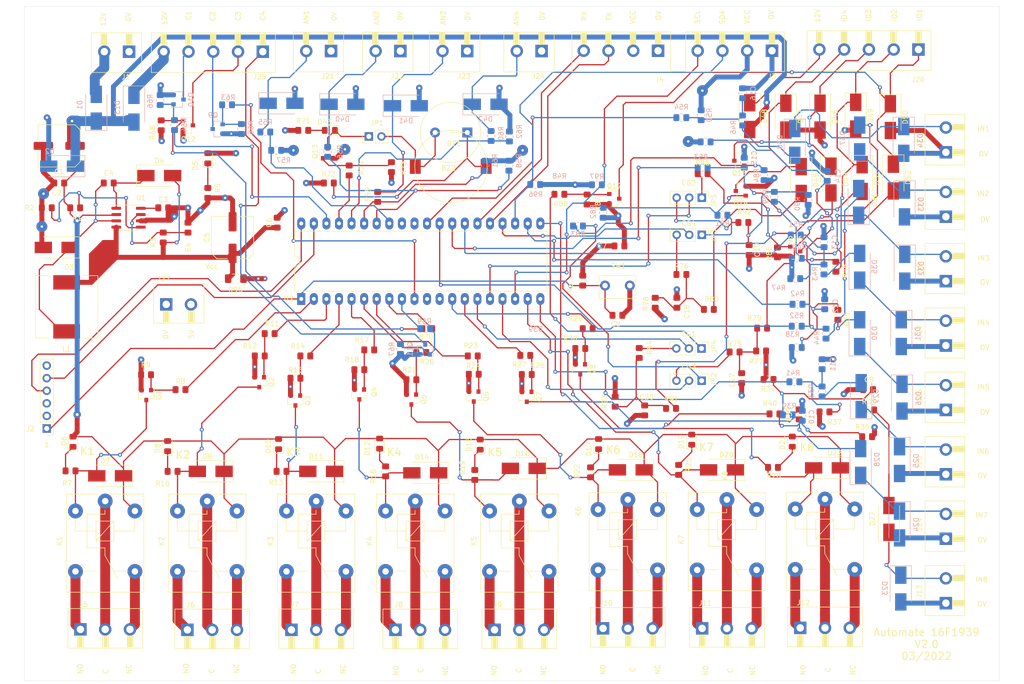
<source format=kicad_pcb>
(kicad_pcb (version 20211014) (generator pcbnew)
  (layers (0 "F.Cu" signal "piste_sup") (1 "In1.Cu" power "ground") (2 "In2.Cu" power "vcc") (31 "B.Cu" signal "piste_inf") (34 "B.Paste" user) (35 "F.Paste" user) (36 "B.SilkS" user "B.Silkscreen") (37 "F.SilkS" user "F.Silkscreen") (38 "B.Mask" user) (39 "F.Mask" user) (44 "Edge.Cuts" user))
  (net 0 "")
  (net 1 "GND")
  (net 2 "+12V")
  (net 3 "Net-(C3-Pad1)")
  (net 4 "Net-(C4-Pad1)")
  (net 5 "Net-(C4-Pad2)")
  (net 6 "VCC")
  (net 7 "/Logique/Vpp")
  (net 8 "Net-(C9-Pad1)")
  (net 9 "Net-(C10-Pad1)")
  (net 10 "Net-(C11-Pad1)")
  (net 11 "Net-(C12-Pad1)")
  (net 12 "Net-(C13-Pad1)")
  (net 13 "Net-(C14-Pad1)")
  (net 14 "Net-(C15-Pad1)")
  (net 15 "Net-(C16-Pad1)")
  (net 16 "Net-(D1-Pad1)")
  (net 17 "Net-(D5-Pad1)")
  (net 18 "Net-(D6-Pad1)")
  (net 19 "Net-(D7-Pad1)")
  (net 20 "Net-(D8-Pad1)")
  (net 21 "Net-(D9-Pad1)")
  (net 22 "Net-(D10-Pad1)")
  (net 23 "Net-(D11-Pad1)")
  (net 24 "Net-(D12-Pad1)")
  (net 25 "Net-(D14-Pad1)")
  (net 26 "Net-(D15-Pad1)")
  (net 27 "Net-(D16-Pad1)")
  (net 28 "Net-(D17-Pad1)")
  (net 29 "Net-(D18-Pad1)")
  (net 30 "Net-(D19-Pad1)")
  (net 31 "Net-(D20-Pad1)")
  (net 32 "Net-(D21-Pad1)")
  (net 33 "Net-(D22-Pad1)")
  (net 34 "Net-(D23-Pad1)")
  (net 35 "Net-(D24-Pad1)")
  (net 36 "Net-(D25-Pad1)")
  (net 37 "Net-(D26-Pad1)")
  (net 38 "Net-(D31-Pad1)")
  (net 39 "Net-(D32-Pad1)")
  (net 40 "Net-(D33-Pad1)")
  (net 41 "Net-(D34-Pad1)")
  (net 42 "Net-(D39-Pad1)")
  (net 43 "Net-(D40-Pad1)")
  (net 44 "Net-(D41-Pad1)")
  (net 45 "Net-(D42-Pad1)")
  (net 46 "Net-(J3-Pad4)")
  (net 47 "Net-(J3-Pad3)")
  (net 48 "Net-(J4-Pad3)")
  (net 49 "Net-(J4-Pad4)")
  (net 50 "Net-(J5-Pad3)")
  (net 51 "Net-(J5-Pad2)")
  (net 52 "Net-(J5-Pad1)")
  (net 53 "Net-(J6-Pad3)")
  (net 54 "Net-(J6-Pad2)")
  (net 55 "Net-(J6-Pad1)")
  (net 56 "Net-(J7-Pad3)")
  (net 57 "Net-(J7-Pad2)")
  (net 58 "Net-(J7-Pad1)")
  (net 59 "Net-(J8-Pad1)")
  (net 60 "Net-(J8-Pad2)")
  (net 61 "Net-(J8-Pad3)")
  (net 62 "Net-(J9-Pad3)")
  (net 63 "Net-(J9-Pad2)")
  (net 64 "Net-(J9-Pad1)")
  (net 65 "Net-(J10-Pad1)")
  (net 66 "Net-(J10-Pad2)")
  (net 67 "Net-(J10-Pad3)")
  (net 68 "Net-(J11-Pad1)")
  (net 69 "Net-(J11-Pad2)")
  (net 70 "Net-(J11-Pad3)")
  (net 71 "Net-(J12-Pad1)")
  (net 72 "Net-(J12-Pad2)")
  (net 73 "Net-(J12-Pad3)")
  (net 74 "Net-(J25-Pad4)")
  (net 75 "Net-(J25-Pad2)")
  (net 76 "Net-(J25-Pad3)")
  (net 77 "Net-(Q1-Pad2)")
  (net 78 "Net-(Q2-Pad2)")
  (net 79 "Net-(Q3-Pad2)")
  (net 80 "Net-(Q4-Pad2)")
  (net 81 "Net-(Q5-Pad2)")
  (net 82 "Net-(Q6-Pad2)")
  (net 83 "Net-(Q7-Pad2)")
  (net 84 "Net-(Q8-Pad2)")
  (net 85 "Net-(Q9-Pad2)")
  (net 86 "Net-(Q10-Pad2)")
  (net 87 "Net-(Q11-Pad2)")
  (net 88 "Net-(Q12-Pad2)")
  (net 89 "Net-(R1-Pad2)")
  (net 90 "Net-(R3-Pad2)")
  (net 91 "Rel1")
  (net 92 "Rel2")
  (net 93 "Rel3")
  (net 94 "Rel4")
  (net 95 "Rel5")
  (net 96 "Rel6")
  (net 97 "Rel7")
  (net 98 "Rel8")
  (net 99 "IN1")
  (net 100 "IN3")
  (net 101 "IN2")
  (net 102 "IN4")
  (net 103 "IN5")
  (net 104 "IN7")
  (net 105 "IN6")
  (net 106 "IN8")
  (net 107 "AN1")
  (net 108 "AN2")
  (net 109 "AN3")
  (net 110 "AN4")
  (net 111 "C2")
  (net 112 "C1")
  (net 113 "C3")
  (net 114 "C4")
  (net 115 "Net-(J25-Pad1)")
  (net 116 "Net-(D27-Pad1)")
  (net 117 "Net-(D28-Pad1)")
  (net 118 "Net-(D29-Pad1)")
  (net 119 "Net-(D30-Pad1)")
  (net 120 "Net-(D35-Pad1)")
  (net 121 "Net-(D36-Pad1)")
  (net 122 "Net-(D37-Pad1)")
  (net 123 "Net-(D38-Pad1)")
  (net 124 "Net-(D13-Pad2)")
  (net 125 "Net-(BZ1-Pad2)")
  (net 126 "Net-(BZ1-Pad1)")
  (net 127 "Net-(C17-Pad1)")
  (net 128 "Net-(C18-Pad1)")
  (net 129 "Net-(C19-Pad1)")
  (net 130 "Net-(C20-Pad1)")
  (net 131 "Net-(D43-Pad1)")
  (net 132 "Net-(D43-Pad2)")
  (net 133 "Net-(D44-Pad1)")
  (net 134 "Net-(D44-Pad2)")
  (net 135 "Net-(D45-Pad1)")
  (net 136 "Net-(D45-Pad2)")
  (net 137 "Net-(D48-Pad2)")
  (net 138 "Net-(D49-Pad1)")
  (net 139 "Net-(D50-Pad1)")
  (net 140 "Net-(D51-Pad1)")
  (net 141 "Net-(D52-Pad1)")
  (net 142 "Net-(JP2-Pad1)")
  (net 143 "GPIO3")
  (net 144 "Net-(JP2-Pad3)")
  (net 145 "Net-(JP3-Pad3)")
  (net 146 "GPIO4")
  (net 147 "Net-(JP3-Pad1)")
  (net 148 "Net-(JP4-Pad1)")
  (net 149 "GPIO1")
  (net 150 "Net-(JP4-Pad3)")
  (net 151 "Net-(JP5-Pad3)")
  (net 152 "GPIO2")
  (net 153 "Net-(JP5-Pad1)")
  (net 154 "Net-(Q13-Pad2)")
  (net 155 "Net-(Q14-Pad2)")
  (net 156 "Net-(Q15-Pad2)")
  (net 157 "Net-(Q16-Pad2)")
  (net 158 "Net-(Q17-Pad2)")
  (net 159 "Net-(R74-Pad2)")
  (net 160 "Net-(C5-Pad1)")
  (net 161 "Net-(J2-Pad4)")
  (net 162 "Net-(J2-Pad5)")
  (footprint "Resistor_SMD:R_0805_2012Metric_Pad1.20x1.40mm_HandSolder" (layer "F.Cu") (at 56.315 69.6 180)
    (fp_text reference "C2")
    (fp_text value "100nF")
  )
  (footprint "Resistor_SMD:R_0805_2012Metric_Pad1.20x1.40mm_HandSolder" (layer "F.Cu") (at 77.315 74.6)
    (fp_text reference "C3")
    (fp_text value "2.2nF")
  )
  (footprint "Resistor_SMD:R_0805_2012Metric_Pad1.20x1.40mm_HandSolder" (layer "F.Cu") (at 66.315 69.6 180)
    (fp_text reference "C4")
    (fp_text value "100nF")
  )
  (footprint "Resistor_SMD:R_0805_2012Metric_Pad1.20x1.40mm_HandSolder" (layer "F.Cu") (at 100.315 77.6 90)
    (fp_text reference "C6")
    (fp_text value "100nF")
  )
  (footprint "Resistor_SMD:R_0805_2012Metric_Pad1.20x1.40mm_HandSolder" (layer "F.Cu") (at 169.4 82.3 180)
    (fp_text reference "C7")
    (fp_text value "100nF")
  )
  (footprint "Resistor_SMD:R_0805_2012Metric_Pad1.20x1.40mm_HandSolder" (layer "F.Cu") (at 169 96.3)
    (fp_text reference "C8")
    (fp_text value "100nF")
  )
  (footprint "Resistor_SMD:R_0805_2012Metric_Pad1.20x1.40mm_HandSolder" (layer "F.Cu") (at 219.6 111.3 180)
    (fp_text reference "C9")
    (fp_text value "100nF")
  )
  (footprint "diodes_perso:D_SMB_SSA36-Handsoldering" (layer "F.Cu") (at 130.2 128.1 180)
    (fp_text reference "D14")
    (fp_text value "SSA36")
  )
  (footprint "connectors:conn-2pts-P5mm" (layer "F.Cu") (at 70.4184 43.0808 180)
    (fp_text reference "J1")
    (fp_text value "Conn_01x02_Female")
  )
  (footprint "connectors:conn-4pts-P5mm" (layer "F.Cu") (at 200.2 42.9 180)
    (fp_text reference "J3")
    (fp_text value "Conn_01x04_Female")
  )
  (footprint "connectors:conn-4pts-P5mm" (layer "F.Cu") (at 177.2 42.9 180)
    (fp_text reference "J4")
    (fp_text value "Conn_01x04_Female")
  )
  (footprint "connectors:conn-3pts-P5mm" (layer "F.Cu") (at 60.6 159.7)
    (fp_text reference "J5")
    (fp_text value "Conn_01x03_Female")
  )
  (footprint "connectors:conn-3pts-P5mm" (layer "F.Cu") (at 82.2 159.8)
    (fp_text reference "J6")
    (fp_text value "Conn_01x03_Female")
  )
  (footprint "connectors:conn-3pts-P5mm" (layer "F.Cu") (at 103.2 159.8)
    (fp_text reference "J7")
    (fp_text value "Conn_01x03_Female")
  )
  (footprint "connectors:conn-3pts-P5mm" (layer "F.Cu") (at 124.2 159.8)
    (fp_text reference "J8")
    (fp_text value "Conn_01x03_Female")
  )
  (footprint "connectors:conn-3pts-P5mm" (layer "F.Cu") (at 144.2 159.8)
    (fp_text reference "J9")
    (fp_text value "Conn_01x03_Female")
  )
  (footprint "connectors:conn-3pts-P5mm" (layer "F.Cu") (at 166.1 159.5)
    (fp_text reference "J10")
    (fp_text value "Conn_01x03_Female")
  )
  (footprint "connectors:conn-3pts-P5mm" (layer "F.Cu") (at 186.1 159.5)
    (fp_text reference "J11")
    (fp_text value "Conn_01x03_Female")
  )
  (footprint "connectors:conn-3pts-P5mm" (layer "F.Cu") (at 205.9 159.4)
    (fp_text reference "J12")
    (fp_text value "Conn_01x03_Female")
  )
  (footprint "connectors:conn-2pts-P5mm" (layer "F.Cu") (at 235.3 154.4 90)
    (fp_text reference "J13")
    (fp_text value "Conn_01x02_Female")
  )
  (footprint "connectors:conn-2pts-P5mm" (layer "F.Cu") (at 235.3 141.4 90)
    (fp_text reference "J14")
    (fp_text value "Conn_01x02_Female")
  )
  (footprint "connectors:conn-2pts-P5mm" (layer "F.Cu") (at 235.3 128.4 90)
    (fp_text reference "J15")
    (fp_text value "Conn_01x02_Female")
  )
  (footprint "connectors:conn-2pts-P5mm" (layer "F.Cu") (at 235.3 115.4 90)
    (fp_text reference "J16")
    (fp_text value "Conn_01x02_Female")
  )
  (footprint "connectors:conn-2pts-P5mm" (layer "F.Cu") (at 235.3 102.4 90)
    (fp_text reference "J17")
    (fp_text value "Conn_01x02_Female")
  )
  (footprint "connectors:conn-2pts-P5mm" (layer "F.Cu") (at 235.3 89.4 90)
    (fp_text reference "J18")
    (fp_text value "Conn_01x02_Female")
  )
  (footprint "connectors:conn-2pts-P5mm" (layer "F.Cu") (at 235.3 76.4 90)
    (fp_text reference "J19")
    (fp_text value "Conn_01x02_Female")
  )
  (footprint "connectors:conn-2pts-P5mm" (layer "F.Cu") (at 235.3 63.4 90)
    (fp_text reference "J20")
    (fp_text value "Conn_01x02_Female")
  )
  (footprint "connectors:conn-2pts-P5mm" (layer "F.Cu") (at 111.19 42.95 180)
    (fp_text reference "J21")
    (fp_text value "Conn_01x02_Female")
  )
  (footprint "connectors:conn-2pts-P5mm" (layer "F.Cu") (at 125.19 42.95 180)
    (fp_text reference "J22")
    (fp_text value "Conn_01x02_Female")
  )
  (footprint "connectors:conn-2pts-P5mm" (layer "F.Cu") (at 138.69 42.95 180)
    (fp_text reference "J23")
    (fp_text value "Conn_01x02_Female")
  )
  (footprint "connectors:conn-2pts-P5mm" (layer "F.Cu") (at 153.69 42.95 180)
    (fp_text reference "J24")
    (fp_text value "Conn_01x02_Female")
  )
  (footprint "connectors:conn-5pts-P5mm" (layer "F.Cu") (at 97.4184 43.0808 180)
    (fp_text reference "J25")
    (fp_text value "Conn_01x05_Female")
  )
  (footprint "Resistor_SMD:R_0805_2012Metric_Pad1.20x1.40mm_HandSolder" (layer "F.Cu") (at 59.540001 74.6)
    (fp_text reference "R1")
    (fp_text value "10k")
  )
  (footprint "Resistor_SMD:R_0805_2012Metric_Pad1.20x1.40mm_HandSolder" (layer "F.Cu") (at 53.815 74.6 180)
    (fp_text reference "R2")
    (fp_text value "10k")
  )
  (footprint "Resistor_SMD:R_0805_2012Metric_Pad1.20x1.40mm_HandSolder" (layer "F.Cu") (at 77.315 80.6 90)
    (fp_text reference "R3")
    (fp_text value "5.36k")
  )
  (footprint "Resistor_SMD:R_0805_2012Metric_Pad1.20x1.40mm_HandSolder" (layer "F.Cu") (at 82.315 78.6 90)
    (fp_text reference "R4")
    (fp_text value "4.99k")
  )
  (footprint "Resistor_SMD:R_0805_2012Metric_Pad1.20x1.40mm_HandSolder" (layer "F.Cu") (at 86.315 71.6 -90)
    (fp_text reference "R5")
    (fp_text value "680")
  )
  (footprint "Resistor_SMD:R_0805_2012Metric_Pad1.20x1.40mm_HandSolder" (layer "F.Cu") (at 162 89.3 -90)
    (fp_text reference "R6")
    (fp_text value "10k")
  )
  (footprint "Resistor_SMD:R_0805_2012Metric_Pad1.20x1.40mm_HandSolder" (layer "F.Cu") (at 58.6 127.7)
    (fp_text reference "R7")
    (fp_text value "2.2k")
  )
  (footprint "Resistor_SMD:R_0805_2012Metric_Pad1.20x1.40mm_HandSolder" (layer "F.Cu") (at 73.85 108.3)
    (fp_text reference "R9")
    (fp_text value "10k")
  )
  (footprint "Resistor_SMD:R_0805_2012Metric_Pad1.20x1.40mm_HandSolder" (layer "F.Cu") (at 79.2 127.8)
    (fp_text reference "R10")
    (fp_text value "2.2k")
  )
  (footprint "Resistor_SMD:R_0805_2012Metric_Pad1.20x1.40mm_HandSolder" (layer "F.Cu") (at 98.8 100)
    (fp_text reference "R11")
    (fp_text value "1k")
  )
  (footprint "Resistor_SMD:R_0805_2012Metric_Pad1.20x1.40mm_HandSolder" (layer "F.Cu") (at 96.8 104.5)
    (fp_text reference "R12")
    (fp_text value "10k")
  )
  (footprint "Resistor_SMD:R_0805_2012Metric_Pad1.20x1.40mm_HandSolder" (layer "F.Cu") (at 101.2 127.8)
    (fp_text reference "R13")
    (fp_text value "2.2k")
  )
  (footprint "Resistor_SMD:R_0805_2012Metric_Pad1.20x1.40mm_HandSolder" (layer "F.Cu") (at 106 104.5)
    (fp_text reference "R14")
    (fp_text value "1k")
  )
  (footprint "Resistor_SMD:R_0805_2012Metric_Pad1.20x1.40mm_HandSolder" (layer "F.Cu") (at 104 109)
    (fp_text reference "R15")
    (fp_text value "10k")
  )
  (footprint "Resistor_SMD:R_0805_2012Metric_Pad1.20x1.40mm_HandSolder" (layer "F.Cu") (at 122.2 127.8 -90)
    (fp_text reference "R16")
    (fp_text value "2.2k")
  )
  (footprint "Resistor_SMD:R_0805_2012Metric_Pad1.20x1.40mm_HandSolder" (layer "F.Cu") (at 118.9 103.275)
    (fp_text reference "R17")
    (fp_text value "1k")
  )
  (footprint "Resistor_SMD:R_0805_2012Metric_Pad1.20x1.40mm_HandSolder" (layer "F.Cu") (at 116.9 107.275)
    (fp_text reference "R18")
    (fp_text value "10k")
  )
  (footprint "Resistor_SMD:R_0805_2012Metric_Pad1.20x1.40mm_HandSolder" (layer "F.Cu") (at 140.208 128.524 -90)
    (fp_text reference "R19")
    (fp_text value "2.2k")
  )
  (footprint "Resistor_SMD:R_0805_2012Metric_Pad1.20x1.40mm_HandSolder" (layer "F.Cu") (at 129.4 103.8)
    (fp_text reference "R20")
    (fp_text value "1k")
  )
  (footprint "Resistor_SMD:R_0805_2012Metric_Pad1.20x1.40mm_HandSolder" (layer "F.Cu") (at 127.4 109.3)
    (fp_text reference "R21")
    (fp_text value "10k")
  )
  (footprint "Resistor_SMD:R_0805_2012Metric_Pad1.20x1.40mm_HandSolder" (layer "F.Cu") (at 163.576 128 -90)
    (fp_text reference "R22")
    (fp_text value "2.2k")
  )
  (footprint "Resistor_SMD:R_0805_2012Metric_Pad1.20x1.40mm_HandSolder" (layer "F.Cu") (at 139.8 104.5 180)
    (fp_text reference "R23")
    (fp_text value "1k")
  )
  (footprint "Resistor_SMD:R_0805_2012Metric_Pad1.20x1.40mm_HandSolder" (layer "F.Cu") (at 140 108.2)
    (fp_text reference "R24")
    (fp_text value "10k")
  )
  (footprint "Resistor_SMD:R_0805_2012Metric_Pad1.20x1.40mm_HandSolder" (layer "F.Cu") (at 181.356 127.508 -90)
    (fp_text reference "R25")
    (fp_text value "2.2k")
  )
  (footprint "Resistor_SMD:R_0805_2012Metric_Pad1.20x1.40mm_HandSolder" (layer "F.Cu") (at 150.4 104.4 180)
    (fp_text reference "R26")
    (fp_text value "1k")
  )
  (footprint "Resistor_SMD:R_0805_2012Metric_Pad1.20x1.40mm_HandSolder" (layer "F.Cu") (at 150.7 108.25)
    (fp_text reference "R27")
    (fp_text value "10k")
  )
  (footprint "Resistor_SMD:R_0805_2012Metric_Pad1.20x1.40mm_HandSolder" (layer "F.Cu") (at 200.4 127 180)
    (fp_text reference "R28")
    (fp_text value "2.2k")
  )
  (footprint "Resistor_SMD:R_0805_2012Metric_Pad1.20x1.40mm_HandSolder" (layer "F.Cu") (at 163 99)
    (fp_text reference "R29")
    (fp_text value "1k")
  )
  (footprint "Resistor_SMD:R_0805_2012Metric_Pad1.20x1.40mm_HandSolder" (layer "F.Cu") (at 161.5 103)
    (fp_text reference "R30")
    (fp_text value "10k")
  )
  (footprint "Resistor_SMD:R_0805_2012Metric_Pad1.20x1.40mm_HandSolder" (layer "F.Cu") (at 219.8 115.4)
    (fp_text reference "R31")
    (fp_text value "1k")
  )
  (footprint "Resistor_SMD:R_0805_2012Metric_Pad1.20x1.40mm_HandSolder" (layer "F.Cu") (at 205.7 116.3 -90)
    (fp_text reference "R32")
    (fp_text value "1k")
  )
  (footprint "Resistor_SMD:R_0805_2012Metric_Pad1.20x1.40mm_HandSolder" (layer "F.Cu") (at 199.5 109.25 180)
    (fp_text reference "R34")
    (fp_text value "10k")
  )
  (footprint "Resistor_SMD:R_0805_2012Metric_Pad1.20x1.40mm_HandSolder" (layer "F.Cu") (at 213.5 96.2 -90)
    (fp_text reference "R35")
    (fp_text value "1k")
  )
  (footprint "Resistor_SMD:R_0805_2012Metric_Pad1.20x1.40mm_HandSolder" (layer "F.Cu") (at 219.4 120.8)
    (fp_text reference "R36")
    (fp_text value "10k")
  )
  (footprint "Resistor_SMD:R_0805_2012Metric_Pad1.20x1.40mm_HandSolder" (layer "F.Cu") (at 210.8 115.8 180)
    (fp_text reference "R37")
    (fp_text value "10k")
  )
  (footprint "Resistor_SMD:R_0805_2012Metric_Pad1.20x1.40mm_HandSolder" (layer "F.Cu") (at 200.7 116.2)
    (fp_text reference "R40")
    (fp_text value "1k")
  )
  (footprint "Resistor_SMD:R_0805_2012Metric_Pad1.20x1.40mm_HandSolder" (layer "F.Cu") (at 213.1 86.5 -90)
    (fp_text reference "R45")
    (fp_text value "1k")
  )
  (footprint "Resistor_SMD:R_0805_2012Metric_Pad1.20x1.40mm_HandSolder" (layer "F.Cu") (at 120.6 72.4 90)
    (fp_text reference "R59")
    (fp_text value "8.1k")
  )
  (footprint "Resistor_SMD:R_0805_2012Metric_Pad1.20x1.40mm_HandSolder" (layer "F.Cu") (at 76.9 57.95 -90)
    (fp_text reference "R68")
    (fp_text value "10k")
  )
  (footprint "Resistor_SMD:R_0805_2012Metric_Pad1.20x1.40mm_HandSolder" (layer "F.Cu") (at 130.6 99)
    (fp_text reference "R70")
    (fp_text value "1k")
  )
  (footprint "Package_SO:SOIC-8_3.9x4.9mm_P1.27mm" (layer "F.Cu") (at 70.315 76.6)
    (fp_text reference "U1")
    (fp_text value "LT1376CS8TR")
  )
  (footprint "Package_DIP:DIP-40_W15.24mm_LongPads" (layer "F.Cu") (at 105.175 93 90)
    (fp_text reference "U2")
    (fp_text value "PIC16F1939-PDIP40")
  )
  (footprint "relays_perso:Relay_SRD_Series_Form_C" (layer "F.Cu") (at 65.6 133.8 -90)
    (fp_text reference "K1")
    (fp_text value "SONGLE")
  )
  (footprint "relays_perso:Relay_SRD_Series_Form_C" (layer "F.Cu") (at 86.2 133.8 -90)
    (fp_text reference "K2")
    (fp_text value "SONGLE")
  )
  (footprint "relays_perso:Relay_SRD_Series_Form_C" (layer "F.Cu") (at 108.2 133.8 -90)
    (fp_text reference "K3")
    (fp_text value "SONGLE")
  )
  (footprint "relays_perso:Relay_SRD_Series_Form_C" (layer "F.Cu") (at 128.2 133.8 -90)
    (fp_text reference "K4")
    (fp_text value "SONGLE")
  )
  (footprint "relays_perso:Relay_SRD_Series_Form_C" (layer "F.Cu") (at 149.2 133.8 -90)
    (fp_text reference "K5")
    (fp_text value "SONGLE")
  )
  (footprint "relays_perso:Relay_SRD_Series_Form_C" (layer "F.Cu") (at 171.1 133.5 -90)
    (fp_text reference "K6")
    (fp_text value "SONGLE")
  )
  (footprint "relays_perso:Relay_SRD_Series_Form_C" (layer "F.Cu") (at 191.1 133.5 -90)
    (fp_text reference "K7")
    (fp_text value "SONGLE")
  )
  (footprint "relays_perso:Relay_SRD_Series_Form_C" (layer "F.Cu") (at 210.9 133.4 -90)
    (fp_text reference "K8")
    (fp_text value "SONGLE")
  )
  (footprint "inductors_perso:L_Wuerth_WE-PD-Typ-LS-12x12" (layer "F.Cu") (at 57.815 94.6 90)
    (fp_text reference "L1")
    (fp_text value "100µH")
  )
  (footprint "packages_SO_perso:SOT-23.-BC817kicad_mod" (layer "F.Cu") (at 73.9 112.4 -90)
    (fp_text reference "Q1")
    (fp_text value "BC817")
  )
  (footprint "packages_SO_perso:SOT-23.-BC817kicad_mod" (layer "F.Cu") (at 96.7 109.8 -90)
    (fp_text reference "Q2")
    (fp_text value "BC817")
  )
  (footprint "packages_SO_perso:SOT-23.-BC817kicad_mod" (layer "F.Cu") (at 104 113.5 -90)
    (fp_text reference "Q3")
    (fp_text value "BC817")
  )
  (footprint "packages_SO_perso:SOT-23.-BC817kicad_mod" (layer "F.Cu") (at 116.9 112.275 -90)
    (fp_text reference "Q4")
    (fp_text value "BC817")
  )
  (footprint "packages_SO_perso:SOT-23.-BC817kicad_mod" (layer "F.Cu") (at 127.4 113.3 -90)
    (fp_text reference "Q5")
    (fp_text value "BC817")
  )
  (footprint "packages_SO_perso:SOT-23.-BC817kicad_mod" (layer "F.Cu") (at 140 112.7 -90)
    (fp_text reference "Q6")
    (fp_text value "BC817")
  )
  (footprint "packages_SO_perso:SOT-23.-BC817kicad_mod" (layer "F.Cu") (at 150.7 112.75 -90)
    (fp_text reference "Q7")
    (fp_text value "BC817")
  )
  (footprint "packages_SO_perso:SOT-23.-BC817kicad_mod" (layer "F.Cu") (at 161.5 107.2 -90)
    (fp_text reference "Q8")
    (fp_text value "BC817")
  )
  (footprint "packages_SO_perso:SOT-23.-BC817kicad_mod" (layer "F.Cu") (at 82.3 57.95)
    (fp_text reference "Q12")
    (fp_text value "BC817")
  )
  (footprint "capacitor_perso:C_Elec_8x6.2" (layer "F.Cu") (at 56.315 62.1 180)
    (fp_text reference "C1")
    (fp_text value "100µF")
  )
  (footprint "capacitor_perso:C_Elec_8x6.2" (layer "F.Cu") (at 91.315 80.6 90)
    (fp_text reference "C5")
    (fp_text value "100µF")
  )
  (footprint "diodes_perso:D_SMB_SSA36-Handsoldering" (layer "F.Cu") (at 55.815 82.6 180)
    (fp_text reference "D3")
    (fp_text value "SSA36")
  )
  (footprint "diodes_perso:D_SMB_SSA36-Handsoldering" (layer "F.Cu") (at 76.515 68.1)
    (fp_text reference "D4")
    (fp_text value "SSA36")
  )
  (footprint "diodes_perso:D_SMB_SSA36-Handsoldering" (layer "F.Cu") (at 66.6 128.7 180)
    (fp_text reference "D7")
    (fp_text value "SSA36")
  )
  (footprint "diodes_perso:D_SMB_SSA36-Handsoldering" (layer "F.Cu") (at 86.9 127.8 180)
    (fp_text reference "D9")
    (fp_text value "SSA36")
  )
  (footprint "diodes_perso:D_SMB_SSA36-Handsoldering" (layer "F.Cu") (at 109.2 127.8 180)
    (fp_text reference "D11")
    (fp_text value "SSA36")
  )
  (footprint "diodes_perso:D_SMB_SSA36-Handsoldering" (layer "F.Cu") (at 150.1 127.2 180)
    (fp_text reference "D16")
    (fp_text value "SSA36")
  )
  (footprint "diodes_perso:D_SMB_SSA36-Handsoldering" (layer "F.Cu") (at 171.7 127.5 180)
    (fp_text reference "D18")
    (fp_text value "SSA36")
  )
  (footprint "diodes_perso:D_SMB_SSA36-Handsoldering" (layer "F.Cu") (at 190.1 127.5 180)
    (fp_text reference "D20")
    (fp_text value "SSA36")
  )
  (footprint "diodes_perso:D_SMB_SSA36-Handsoldering" (layer "F.Cu") (at 211.3 127.1 180)
    (fp_text reference "D22")
    (fp_text value "SSA36")
  )
  (footprint "diodes_perso:D_SMB_SSA36-Handsoldering" (layer "F.Cu") (at 223.8 137.4 90)
    (fp_text reference "D27")
    (fp_text value "SSA36")
  )
  (footprint "Diode_SMD:D_0805_2012Metric_Pad1.15x1.40mm_HandSolder" (layer "F.Cu") (at 86.315 64.6 90)
    (fp_text reference "D5")
    (fp_text value "LED")
  )
  (footprint "Diode_SMD:D_0805_2012Metric_Pad1.15x1.40mm_HandSolder" (layer "F.Cu") (at 59.1 121.825 90)
    (fp_text reference "D6")
    (fp_text value "LED")
  )
  (footprint "Diode_SMD:D_0805_2012Metric_Pad1.15x1.40mm_HandSolder" (layer "F.Cu") (at 78.2 122.7 90)
    (fp_text reference "D8")
    (fp_text value "LED")
  )
  (footprint "Diode_SMD:D_0805_2012Metric_Pad1.15x1.40mm_HandSolder" (layer "F.Cu") (at 100.6 122.3 90)
    (fp_text reference "D10")
    (fp_text value "LED")
  )
  (footprint "Diode_SMD:D_0805_2012Metric_Pad1.15x1.40mm_HandSolder" (layer "F.Cu") (at 121 122.2 90)
    (fp_text reference "D12")
    (fp_text value "LED")
  )
  (footprint "Diode_SMD:D_0805_2012Metric_Pad1.15x1.40mm_HandSolder" (layer "F.Cu") (at 141.3 122.4 90)
    (fp_text reference "D15")
    (fp_text value "LED")
  )
  (footprint "Diode_SMD:D_0805_2012Metric_Pad1.15x1.40mm_HandSolder" (layer "F.Cu") (at 165.2 122.3 90)
    (fp_text reference "D17")
    (fp_text value "LED")
  )
  (footprint "Diode_SMD:D_0805_2012Metric_Pad1.15x1.40mm_HandSolder" (layer "F.Cu") (at 184 121.4 90)
    (fp_text reference "D19")
    (fp_text value "LED")
  )
  (footprint "Diode_SMD:D_0805_2012Metric_Pad1.15x1.40mm_HandSolder" (layer "F.Cu") (at 204.3 121.8 90)
    (fp_text reference "D21")
    (fp_text value "LED")
  )
  (footprint "Resistor_SMD:R_0805_2012Metric_Pad1.20x1.40mm_HandSolder" (layer "F.Cu") (at 194.079 108.9864 -90)
    (fp_text reference "C17")
    (fp_text value "100nF")
  )
  (footprint "Resistor_SMD:R_0805_2012Metric_Pad1.20x1.40mm_HandSolder" (layer "F.Cu") (at 180.9978 93.769 90)
    (fp_text reference "C18")
    (fp_text value "100nF")
  )
  (footprint "Resistor_SMD:R_0805_2012Metric_Pad1.20x1.40mm_HandSolder" (layer "F.Cu") (at 195.5912 83.1241 -90)
    (fp_text reference "C19")
    (fp_text value "100nF")
  )
  (footprint "Resistor_SMD:R_0805_2012Metric_Pad1.20x1.40mm_HandSolder" (layer "F.Cu") (at 174.5 115.5 -90)
    (fp_text reference "C20")
    (fp_text value "100nF")
  )
  (footprint "LED_SMD:LED_0805_2012Metric_Pad1.15x1.40mm_HandSolder" (layer "F.Cu") (at 110.9483 58.9692 180)
    (fp_text reference "D43")
    (fp_text value "LED")
  )
  (footprint "diodes_perso:D_SMB_SSA36-Handsoldering" (layer "F.Cu") (at 212.1 68.9 -90)
    (fp_text reference "D44")
    (fp_text value "SSA36")
  )
  (footprint "diodes_perso:D_SMB_SSA36-Handsoldering" (layer "F.Cu") (at 206.1 69 -90)
    (fp_text reference "D45")
    (fp_text value "SSA36")
  )
  (footprint "Diode_SMD:D_SMB_Handsoldering" (layer "F.Cu") (at 209.9 56.2 -90)
    (fp_text reference "D46")
    (fp_text value "SMBJ15A")
  )
  (footprint "Diode_SMD:D_SMB_Handsoldering" (layer "F.Cu") (at 203 56.2 -90)
    (fp_text reference "D47")
    (fp_text value "SMBJ15A")
  )
  (footprint "diodes_perso:D_SMB_SSA36-Handsoldering" (layer "F.Cu") (at 195.7 56.1 -90)
    (fp_text reference "D48")
    (fp_text value "SSA36")
  )
  (footprint "Diode_SMD:D_SMB_Handsoldering" (layer "F.Cu") (at 217.1 56 -90)
    (fp_text reference "D49")
    (fp_text value "SMBJ15A")
  )
  (footprint "Diode_SMD:D_SMB_Handsoldering" (layer "F.Cu") (at 224.1 56.3 -90)
    (fp_text reference "D50")
    (fp_text value "SMBJ15A")
  )
  (footprint "diodes_perso:D_SMB_SSA36-Handsoldering" (layer "F.Cu") (at 218.4 68.6 -90)
    (fp_text reference "D51")
    (fp_text value "SSA36")
  )
  (footprint "diodes_perso:D_SMB_SSA36-Handsoldering" (layer "F.Cu") (at 224.7 68.5 -90)
    (fp_text reference "D52")
    (fp_text value "SSA36")
  )
  (footprint "connectors:conn-5pts-P5mm" (layer "F.Cu") (at 229.77 42.65 180)
    (fp_text reference "J26")
    (fp_text value "Conn_01x05_Female")
  )
  (footprint "Connector_PinHeader_2.54mm:PinHeader_1x02_P2.54mm_Vertical" (layer "F.Cu") (at 118.825 60.2 90)
    (fp_text reference "JP1")
    (fp_text value "Jumper")
  )
  (footprint "Connector_PinHeader_2.54mm:PinHeader_1x03_P2.54mm_Vertical" (layer "F.Cu") (at 186 109.5 -90)
    (fp_text reference "JP2")
    (fp_text value "Jumper_NC_Dual")
  )
  (footprint "Connector_PinHeader_2.54mm:PinHeader_1x03_P2.54mm_Vertical" (layer "F.Cu") (at 186.04 80.055 -90)
    (fp_text reference "JP3")
    (fp_text value "Jumper_NC_Dual")
  )
  (footprint "Connector_PinHeader_2.54mm:PinHeader_1x03_P2.54mm_Vertical" (layer "F.Cu") (at 185.975 103 -90)
    (fp_text reference "JP4")
    (fp_text value "Jumper_NC_Dual")
  )
  (footprint "Connector_PinHeader_2.54mm:PinHeader_1x03_P2.54mm_Vertical" (layer "F.Cu") (at 186.04 72.555 -90)
    (fp_text reference "JP5")
    (fp_text value "Jumper_NC_Dual")
  )
  (footprint "packages_SO_perso:SOT-23.-BC817kicad_mod" (layer "F.Cu") (at 110.5 63.6 90)
    (fp_text reference "Q13")
    (fp_text value "BC817")
  )
  (footprint "packages_SO_perso:SOT-23.-BC817kicad_mod" (layer "F.Cu") (at 193.9 71.2 180)
    (fp_text reference "Q14")
    (fp_text value "BC817")
  )
  (footprint "packages_SO_perso:SOT-23.-BC817kicad_mod" (layer "F.Cu") (at 193.6 65.1 180)
    (fp_text reference "Q15")
    (fp_text value "BC817")
  )
  (footprint "packages_SO_perso:SOT-23.-BC817kicad_mod" (layer "F.Cu") (at 204.9 83.4)
    (fp_text reference "Q16")
    (fp_text value "BC817")
  )
  (footprint "packages_SO_perso:SOT-23.-BC817kicad_mod" (layer "F.Cu") (at 168.3607 72.7582)
    (fp_text reference "Q17")
    (fp_text value "BC817")
  )
  (footprint "Resistor_SMD:R_0805_2012Metric_Pad1.20x1.40mm_HandSolder" (layer "F.Cu") (at 105.5799 58.9692)
    (fp_text reference "R71")
    (fp_text value "680")
  )
  (footprint "Resistor_SMD:R_0805_2012Metric_Pad1.20x1.40mm_HandSolder" (layer "F.Cu") (at 110.744 69.596)
    (fp_text reference "R72")
    (fp_text value "0")
  )
  (footprint "Resistor_SMD:R_0805_2012Metric_Pad1.20x1.40mm_HandSolder" (layer "F.Cu") (at 123.3853 66.386 -90)
    (fp_text reference "R73")
    (fp_text value "10k")
  )
  (footprint "Resistor_SMD:R_0805_2012Metric_Pad1.20x1.40mm_HandSolder" (layer "F.Cu") (at 114.8473 67.0636 -90)
    (fp_text reference "R74")
    (fp_text value "1k")
  )
  (footprint "Resistor_SMD:R_0805_2012Metric_Pad1.20x1.40mm_HandSolder" (layer "F.Cu") (at 192.6472 103.7032)
    (fp_text reference "R75")
    (fp_text value "1k")
  )
  (footprint "Resistor_SMD:R_0805_2012Metric_Pad1.20x1.40mm_HandSolder" (layer "F.Cu") (at 181.9122 88.055)
    (fp_text reference "R76")
    (fp_text value "1k")
  )
  (footprint "Resistor_SMD:R_0805_2012Metric_Pad1.20x1.40mm_HandSolder" (layer "F.Cu") (at 198 103.5)
    (fp_text reference "R77")
    (fp_text value "10k")
  )
  (footprint "Resistor_SMD:R_0805_2012Metric_Pad1.20x1.40mm_HandSolder" (layer "F.Cu") (at 176.629 93.769 -90)
    (fp_text reference "R78")
    (fp_text value "10k")
  )
  (footprint "Resistor_SMD:R_0805_2012Metric_Pad1.20x1.40mm_HandSolder" (layer "F.Cu") (at 198.2 98.9)
    (fp_text reference "R79")
    (fp_text value "1k")
  )
  (footprint "Resistor_SMD:R_0805_2012Metric_Pad1.20x1.40mm_HandSolder" (layer "F.Cu") (at 187.4588 95.1152)
    (fp_text reference "R80")
    (fp_text value "1k")
  )
  (footprint "Resistor_SMD:R_0805_2012Metric_Pad1.20x1.40mm_HandSolder" (layer "F.Cu") (at 201.3 83.6 -90)
    (fp_text reference "R85")
    (fp_text value "10k")
  )
  (footprint "Resistor_SMD:R_0805_2012Metric_Pad1.20x1.40mm_HandSolder" (layer "F.Cu") (at 162.8743 72.9266 -90)
    (fp_text reference "R87")
    (fp_text value "10k")
  )
  (footprint "Resistor_SMD:R_0805_2012Metric_Pad1.20x1.40mm_HandSolder" (layer "F.Cu") (at 157.2863 71.8692 180)
    (fp_text reference "R88")
    (fp_text value "1k")
  )
  (footprint "Resistor_SMD:R_0805_2012Metric_Pad1.20x1.40mm_HandSolder" (layer "F.Cu") (at 179.815 115.0958)
    (fp_text reference "R91")
    (fp_text value "1k")
  )
  (footprint "Resistor_SMD:R_0805_2012Metric_Pad1.20x1.40mm_HandSolder" (layer "F.Cu") (at 194.4228 77.5615)
    (fp_text reference "R92")
    (fp_text value "1k")
  )
  (footprint "Resistor_SMD:R_0805_2012Metric_Pad1.20x1.40mm_HandSolder" (layer "F.Cu") (at 168.5468 113.7402 90)
    (fp_text reference "R93")
    (fp_text value "10k")
  )
  (footprint "Resistor_SMD:R_0805_2012Metric_Pad1.20x1.40mm_HandSolder" (layer "F.Cu") (at 173.4 103.9 -90)
    (fp_text reference "R94")
    (fp_text value "1k")
  )
  (footprint "switches:SW_PUSH_6mm_H5mm" (layer "F.Cu") (at 171.5 90.3 180)
    (fp_text reference "SW1")
    (fp_text value "SW_Push")
  )
  (footprint "MountingHole:MountingHole_3.2mm_M3" (layer "F.Cu") (at 53.9 39.2)
    (fp_text reference "REF**" hide)
    (fp_text value "MountingHole_3.2mm_M3")
  )
  (footprint "MountingHole:MountingHole_3.2mm_M3" (layer "F.Cu") (at 53.848 165.1)
    (fp_text reference "REF**" hide)
    (fp_text value "MountingHole_3.2mm_M3")
  )
  (footprint "MountingHole:MountingHole_3.2mm_M3" (layer "F.Cu") (at 241.6 165.7)
    (fp_text reference "REF**" hide)
    (fp_text value "MountingHole_3.2mm_M3")
  )
  (footprint "MountingHole:MountingHole_3.2mm_M3" (layer "F.Cu") (at 241.1 40.2)
    (fp_text reference "REF**" hide)
    (fp_text value "MountingHole_3.2mm_M3")
  )
  (footprint "MountingHole:MountingHole_3.2mm_M3" (layer "F.Cu") (at 67.9516 63.5692)
    (fp_text reference "REF**" hide)
    (fp_text value "MountingHole_3.2mm_M3")
  )
  (footprint "MountingHole:MountingHole_3.2mm_M3" (layer "F.Cu") (at 67.9516 118.5692)
    (fp_text reference "REF**" hide)
    (fp_text value "MountingHole_3.2mm_M3")
  )
  (footprint "MountingHole:MountingHole_3.2mm_M3" (layer "F.Cu") (at 159.9516 63.5692)
    (fp_text reference "REF**" hide)
    (fp_text value "MountingHole_3.2mm_M3")
  )
  (footprint "MountingHole:MountingHole_3.2mm_M3" (layer "F.Cu") (at 159.9516 118.5692)
    (fp_text reference "REF**" hide)
    (fp_text value "MountingHole_3.2mm_M3")
  )
  (footprint "Resistor_SMD:R_1206_3216Metric_Pad1.30x1.75mm_HandSolder" (layer "F.Cu") (at 91.965 88.9 180)
    (fp_text reference "R95")
    (fp_text value "0")
  )
  (footprint "connectors:conn-2pts-P5mm" (layer "F.Cu") (at 77.915 94.1)
    (fp_text reference "J27")
    (fp_text value "Conn_01x02_Female")
  )
  (footprint "Resistor_SMD:R_0805_2012Metric_Pad1.20x1.40mm_HandSolder" (layer "F.Cu") (at 186.2 67.7 180)
    (fp_text reference "R86")
    (fp_text value "1k")
  )
  (footprint "buzzer_perso:Buzzer_12x9.5RM7.6" (layer "F.Cu") (at 138.7 59.4 180)
    (fp_text reference "BZ2")
    (fp_text value "Buzzer")
  )
  (footprint "buzzer_perso:Buzzer_Mallory_AST1109MLTRQ" (layer "F.Cu") (at 135.4 66.2 180)
    (fp_text reference "BZ1")
    (fp_text value "Buzzer")
  )
  (footprint "Connector_PinHeader_2.54mm:PinHeader_1x06_P2.54mm_Vertical" (layer "F.Cu") (at 53.8 119.15 180)
    (fp_text reference "J2")
    (fp_text value "Conn_01x06_Female")
  )
  (footprint "Resistor_SMD:R_0805_2012Metric_Pad1.20x1.40mm_HandSolder" (layer "F.Cu") (at 80.8 111.3)
    (fp_text reference "R8")
    (fp_text value "1k")
  )
  (footprint "Resistor_SMD:R_0805_2012Metric_Pad1.20x1.40mm_HandSolder" (layer "B.Cu") (at 206.3 116.6 90)
    (fp_text reference "C10")
    (fp_text value "100nF")
  )
  (footprint "Resistor_SMD:R_0805_2012Metric_Pad1.20x1.40mm_HandSolder" (layer "B.Cu") (at 210.312 106.1708 90)
    (fp_text reference "C11")
    (fp_text value "100nF")
  )
  (footprint "Resistor_SMD:R_0805_2012Metric_Pad1.20x1.40mm_HandSolder" (layer "B.Cu") (at 210.8472 94.0708 90)
    (fp_text reference "C12")
    (fp_text value "100nF")
  )
  (footprint "Resistor_SMD:R_0805_2012Metric_Pad1.20x1.40mm_HandSolder" (layer "B.Cu") (at 210.70102 81.5406 90)
    (fp_text reference "C13")
    (fp_text value "100nF")
  )
  (footprint "Resistor_SMD:R_0805_2012Metric_Pad1.20x1.40mm_HandSolder" (layer "B.Cu") (at 211.3472 68.1708 90)
    (fp_text reference "C14")
    (fp_text value "100nF")
  )
  (footprint "Resistor_SMD:R_0805_2012Metric_Pad1.20x1.40mm_HandSolder" (layer "B.Cu") (at 194.6 65.5 90)
    (fp_text reference "C15")
    (fp_text value "100nF")
  )
  (footprint "Resistor_SMD:R_0805_2012Metric_Pad1.20x1.40mm_HandSolder" (layer "B.Cu") (at 194.2472 51.4708 90)
    (fp_text reference "C16")
    (fp_text value "100nF")
  )
  (footprint "Diode_SMD:D_SMB_Handsoldering" (layer "B.Cu") (at 56.9 66.2 180)
    (fp_text reference "D2")
    (fp_text value "SMBJ15A")
  )
  (footprint "Diode_SMD:D_SMB_Handsoldering" (layer "B.Cu") (at 226.2 151.46 -90)
    (fp_text reference "D23")
    (fp_text value "SMBJ15A")
  )
  (footprint "Diode_SMD:D_SMB_Handsoldering" (layer "B.Cu") (at 225.9472 138.5308 -90)
    (fp_text reference "D24")
    (fp_text value "SMBJ15A")
  )
  (footprint "Diode_SMD:D_SMB_Handsoldering" (layer "B.Cu") (at 225.9472 125.5308 -90)
    (fp_text reference "D25")
    (fp_text value "SMBJ15A")
  )
  (footprint "Diode_SMD:D_SMB_Handsoldering" (layer "B.Cu") (at 226.4472 112.9308 -90)
    (fp_text reference "D26")
    (fp_text value "SMBJ15A")
  )
  (footprint "Diode_SMD:D_SMB_Handsoldering" (layer "B.Cu") (at 226.30102 99.9006 -90)
    (fp_text reference "D31")
    (fp_text value "SMBJ15A")
  )
  (footprint "Diode_SMD:D_SMB_Handsoldering" (layer "B.Cu") (at 227 86.7 -90)
    (fp_text reference "D32")
    (fp_text value "SMBJ15A")
  )
  (footprint "Diode_SMD:D_SMB_Handsoldering" (layer "B.Cu") (at 226.9472 73.7308 -90)
    (fp_text reference "D33")
    (fp_text value "SMBJ15A")
  )
  (footprint "Diode_SMD:D_SMB_Handsoldering" (layer "B.Cu") (at 226.8 60.9 -90)
    (fp_text reference "D34")
    (fp_text value "SMBJ15A")
  )
  (footprint "Diode_SMD:D_SMB_Handsoldering" (layer "B.Cu") (at 101.2 53.5)
    (fp_text reference "D39")
    (fp_text value "SMBJ15A")
  )
  (footprint "Diode_SMD:D_SMB_Handsoldering" (layer "B.Cu") (at 113.5 53.7)
    (fp_text reference "D40")
    (fp_text value "SMBJ15A")
  )
  (footprint "Diode_SMD:D_SMB_Handsoldering" (layer "B.Cu") (at 126.3 54)
    (fp_text reference "D41")
    (fp_text value "SMBJ15A")
  )
  (footprint "Diode_SMD:D_SMB_Handsoldering" (layer "B.Cu") (at 142.4 53.7)
    (fp_text reference "D42")
    (fp_text value "SMBJ15A")
  )
  (footprint "Resistor_SMD:R_0805_2012Metric_Pad1.20x1.40mm_HandSolder" (layer "B.Cu") (at 210.312 111.6708 -90)
    (fp_text reference "R33")
    (fp_text value "1k")
  )
  (footprint "Resistor_SMD:R_0805_2012Metric_Pad1.20x1.40mm_HandSolder" (layer "B.Cu") (at 205.2 102.8 180)
    (fp_text reference "R38")
    (fp_text value "10k")
  )
  (footprint "Resistor_SMD:R_0805_2012Metric_Pad1.20x1.40mm_HandSolder" (layer "B.Cu") (at 203.4 116.4 180)
    (fp_text reference "R39")
    (fp_text value "1k")
  )
  (footprint "Resistor_SMD:R_0805_2012Metric_Pad1.20x1.40mm_HandSolder" (layer "B.Cu") (at 204.724 109.728)
    (fp_text reference "R41")
    (fp_text value "1k")
  )
  (footprint "Resistor_SMD:R_0805_2012Metric_Pad1.20x1.40mm_HandSolder" (layer "B.Cu") (at 205.3472 94.0708)
    (fp_text reference "R42")
    (fp_text value "1k")
  )
  (footprint "Resistor_SMD:R_0805_2012Metric_Pad1.20x1.40mm_HandSolder" (layer "B.Cu") (at 210.70102 87.0406 -90)
    (fp_text reference "R43")
    (fp_text value "1k")
  )
  (footprint "Resistor_SMD:R_0805_2012Metric_Pad1.20x1.40mm_HandSolder" (layer "B.Cu") (at 211.1 100 -90)
    (fp_text reference "R44")
    (fp_text value "1k")
  )
  (footprint "Resistor_SMD:R_0805_2012Metric_Pad1.20x1.40mm_HandSolder" (layer "B.Cu") (at 194.2472 56.9708 -90)
    (fp_text reference "R46")
    (fp_text value "1k")
  )
  (footprint "Resistor_SMD:R_0805_2012Metric_Pad1.20x1.40mm_HandSolder" (layer "B.Cu") (at 204.9 88.9 180)
    (fp_text reference "R47")
    (fp_text value "10k")
  )
  (footprint "Resistor_SMD:R_0805_2012Metric_Pad1.20x1.40mm_HandSolder" (layer "B.Cu") (at 186.8 61.3 180)
    (fp_text reference "R48")
    (fp_text value "10k")
  )
  (footprint "Resistor_SMD:R_0805_2012Metric_Pad1.20x1.40mm_HandSolder" (layer "B.Cu") (at 205.2 84.8 180)
    (fp_text reference "R49")
    (fp_text value "10k")
  )
  (footprint "Resistor_SMD:R_0805_2012Metric_Pad1.20x1.40mm_HandSolder" (layer "B.Cu") (at 185.9 55.9 90)
    (fp_text reference "R50")
    (fp_text value "10k")
  )
  (footprint "Resistor_SMD:R_0805_2012Metric_Pad1.20x1.40mm_HandSolder" (layer "B.Cu") (at 205 80.1)
    (fp_text reference "R51")
    (fp_text value "1k")
  )
  (footprint "Resistor_SMD:R_0805_2012Metric_Pad1.20x1.40mm_HandSolder" (layer "B.Cu") (at 205.2 98.5)
    (fp_text reference "R52")
    (fp_text value "1k")
  )
  (footprint "Resistor_SMD:R_0805_2012Metric_Pad1.20x1.40mm_HandSolder" (layer "B.Cu") (at 186.2 66.5)
    (fp_text reference "R53")
    (fp_text value "1k")
  )
  (footprint "Resistor_SMD:R_0805_2012Metric_Pad1.20x1.40mm_HandSolder" (layer "B.Cu") (at 181.9 56.4)
    (fp_text reference "R54")
    (fp_text value "1k")
  )
  (footprint "Resistor_SMD:R_0805_2012Metric_Pad1.20x1.40mm_HandSolder" (layer "B.Cu") (at 97.915 59.3 180)
    (fp_text reference "R55")
    (fp_text value "8.1k")
  )
  (footprint "Resistor_SMD:R_0805_2012Metric_Pad1.20x1.40mm_HandSolder" (layer "B.Cu") (at 110.5 63.3 90)
    (fp_text reference "R56")
    (fp_text value "8.1k")
  )
  (footprint "Resistor_SMD:R_0805_2012Metric_Pad1.20x1.40mm_HandSolder" (layer "B.Cu") (at 100.115 63)
    (fp_text reference "R57")
    (fp_text value "4.7k")
  )
  (footprint "Resistor_SMD:R_0805_2012Metric_Pad1.20x1.40mm_HandSolder" (layer "B.Cu") (at 147.1 66.1 90)
    (fp_text reference "R58")
    (fp_text value "4.7k")
  )
  (footprint "Resistor_SMD:R_0805_2012Metric_Pad1.20x1.40mm_HandSolder" (layer "B.Cu") (at 143.5 60.1 90)
    (fp_text reference "R60")
    (fp_text value "8.1k")
  )
  (footprint "Resistor_SMD:R_0805_2012Metric_Pad1.20x1.40mm_HandSolder" (layer "B.Cu") (at 142.3 66.1 90)
    (fp_text reference "R61")
    (fp_text value "4.7k")
  )
  (footprint "Resistor_SMD:R_0805_2012Metric_Pad1.20x1.40mm_HandSolder" (layer "B.Cu") (at 147.2 60.2 90)
    (fp_text reference "R62")
    (fp_text value "4.7k")
  )
  (footprint "Resistor_SMD:R_0805_2012Metric_Pad1.20x1.40mm_HandSolder" (layer "B.Cu") (at 90.2 53.8)
    (fp_text reference "R63")
    (fp_text value "1k")
  )
  (footprint "Resistor_SMD:R_0805_2012Metric_Pad1.20x1.40mm_HandSolder" (layer "B.Cu") (at 79.6 57.9 -90)
    (fp_text reference "R64")
    (fp_text value "1k")
  )
  (footprint "Resistor_SMD:R_0805_2012Metric_Pad1.20x1.40mm_HandSolder" (layer "B.Cu") (at 93.1 58.7 -90)
    (fp_text reference "R65")
    (fp_text value "10k")
  )
  (footprint "Resistor_SMD:R_0805_2012Metric_Pad1.20x1.40mm_HandSolder" (layer "B.Cu") (at 76.7 52.85 90)
    (fp_text reference "R66")
    (fp_text value "10k")
  )
  (footprint "Resistor_SMD:R_0805_2012Metric_Pad1.20x1.40mm_HandSolder" (layer "B.Cu") (at 125.2 103.1 -90)
    (fp_text reference "R67")
    (fp_text value "10k")
  )
  (footprint "Resistor_SMD:R_0805_2012Metric_Pad1.20x1.40mm_HandSolder" (layer "B.Cu") (at 130.2 99 180)
    (fp_text reference "R69")
    (fp_text value "1k")
  )
  (footprint "packages_SO_perso:SOT-23.-BC817kicad_mod" (layer "B.Cu") (at 88.3 58.7 180)
    (fp_text reference "Q9")
    (fp_text value "BC817")
  )
  (footprint "packages_SO_perso:SOT-23.-BC817kicad_mod" (layer "B.Cu") (at 80.4 52.75)
    (fp_text reference "Q10")
    (fp_text value "BC817")
  )
  (footprint "packages_SO_perso:SOT-23.-BC817kicad_mod" (layer "B.Cu") (at 130.2 103.2 90)
    (fp_text reference "Q11")
    (fp_text value "BC817")
  )
  (footprint "diodes_perso:D_SMB_SSA36-Handsoldering" (layer "B.Cu") (at 63.8 54.4 90)
    (fp_text reference "D1")
    (fp_text value "SSA36")
  )
  (footprint "diodes_perso:D_SMB_SSA36-Handsoldering" (layer "B.Cu") (at 71.4 54.6 -90)
    (fp_text reference "D13")
    (fp_text value "SSA36")
  )
  (footprint "diodes_perso:D_SMB_SSA36-Handsoldering" (layer "B.Cu") (at 218.1 125.9 90)
    (fp_text reference "D28")
    (fp_text value "SSA36")
  )
  (footprint "diodes_perso:D_SMB_SSA36-Handsoldering" (layer "B.Cu") (at 218.2 112.6 90)
    (fp_text reference "D29")
    (fp_text value "SSA36")
  )
  (footprint "diodes_perso:D_SMB_SSA36-Handsoldering" (layer "B.Cu") (at 217.9 99.9 90)
    (fp_text reference "D30")
    (fp_text value "SSA36")
  )
  (footprint "diodes_perso:D_SMB_SSA36-Handsoldering" (layer "B.Cu") (at 217.9 86.5 90)
    (fp_text reference "D35")
    (fp_text value "SSA36")
  )
  (footprint "diodes_perso:D_SMB_SSA36-Handsoldering" (layer "B.Cu") (at 217.7 73.4 90)
    (fp_text reference "D36")
    (fp_text value "SSA36")
  )
  (footprint "diodes_perso:D_SMB_SSA36-Handsoldering" (layer "B.Cu") (at 217.9 60.6 90)
    (fp_text reference "D37")
    (fp_text value "SSA36")
  )
  (footprint "diodes_perso:D_SMB_SSA36-Handsoldering" (layer "B.Cu") (at 204.8 61.3 -90)
    (fp_text reference "D38")
    (fp_text value "SSA36")
  )
  (footprint "Resistor_SMD:R_0805_2012Metric_Pad1.20x1.40mm_HandSolder" (layer "B.Cu") (at 190.2 76.1)
    (fp_text reference "R81")
    (fp_text value "1k")
  )
  (footprint "Resistor_SMD:R_0805_2012Metric_Pad1.20x1.40mm_HandSolder" (layer "B.Cu") (at 166.116 75.6 -90)
    (fp_text reference "R82")
    (fp_text value "10k")
  )
  (footprint "Resistor_SMD:R_0805_2012Metric_Pad1.20x1.40mm_HandSolder" (layer "B.Cu") (at 161.036 78.2708)
    (fp_text reference "R83")
    (fp_text value "1k")
  )
  (footprint "Resistor_SMD:R_0805_2012Metric_Pad1.20x1.40mm_HandSolder" (layer "B.Cu") (at 198.6 68 -90)
    (fp_text reference "R84")
    (fp_text value "10k")
  )
  (footprint "Resistor_SMD:R_0805_2012Metric_Pad1.20x1.40mm_HandSolder" (layer "B.Cu") (at 200.66 72.39 -90)
    (fp_text reference "R89")
    (fp_text value "1k")
  )
  (footprint "Resistor_SMD:R_0805_2012Metric_Pad1.20x1.40mm_HandSolder" (layer "B.Cu") (at 207.5 73 -90)
    (fp_text reference "R90")
    (fp_text value "10k")
  )
  (footprint "Resistor_SMD:R_0805_2012Metric_Pad1.20x1.40mm_HandSolder" (layer "B.Cu") (at 152.4 69.9)
    (fp_text reference "R96")
    (fp_text value "1k")
  )
  (footprint "Resistor_SMD:R_0805_2012Metric_Pad1.20x1.40mm_HandSolder" (layer "B.Cu") (at 164.8608 69.9484 180)
    (fp_text reference "R97")
    (fp_text value "1k")
  )
  (gr_rect (start 49.3 33.9) (end 246.1 170.1) (layer "Edge.Cuts") (width 0.05) (fill none))
  (gr_text "C\n" (at 87.1 168.1 90) (layer "F.SilkS") (effects (font (size 1 1))))
  (gr_text "C\n" (at 108.6 168.2 90) (layer "F.SilkS") (effects (font (size 1 1))))
  (gr_text "C\n" (at 129.3 168 90) (layer "F.SilkS") (effects (font (size 1 1))))
  (gr_text "C\n" (at 149.1 168 90) (layer "F.SilkS") (effects (font (size 1 1))))
  (gr_text "C\n" (at 172.1 167.8 90) (layer "F.SilkS") (effects (font (size 1 1))))
  (gr_text "C\n" (at 191.8 168 90) (layer "F.SilkS") (effects (font (size 1 1))))
  (gr_text "C\n" (at 211.5 167.9 90) (layer "F.SilkS") (effects (font (size 1 1))))
  (gr_text "NC" (at 196.3 168 90) (layer "F.SilkS") (effects (font (size 1 1))))
  (gr_text "NC" (at 177.1 167.8 90) (layer "F.SilkS") (effects (font (size 1 1))))
  (gr_text "NC" (at 154.1 168 90) (layer "F.SilkS") (effects (font (size 1 1))))
  (gr_text "NC" (at 134.3 168 90) (layer "F.SilkS") (effects (font (size 1 1))))
  (gr_text "NC" (at 113.6 167.7 90) (layer "F.SilkS") (effects (font (size 1 1))))
  (gr_text "NC" (at 92.1 167.6 90) (layer "F.SilkS") (effects (font (size 1 1))))
  (gr_text "NC" (at 70.4 167.7 90) (layer "F.SilkS") (effects (font (size 1 1))))
  (gr_text "NO" (at 81.95 167.6 90) (layer "F.SilkS") (effects (font (size 1 1))))
  (gr_text "NO" (at 103.6 167.7 90) (layer "F.SilkS") (effects (font (size 1 1))))
  (gr_text "NO" (at 124.3 168 90) (layer "F.SilkS") (effects (font (size 1 1))))
  (gr_text "NO" (at 144.1 168 90) (layer "F.SilkS") (effects (font (size 1 1))))
  (gr_text "NO" (at 166.1 167.8 90) (layer "F.SilkS") (effects (font (size 1 1))))
  (gr_text "NO" (at 206.5 167.9 90) (layer "F.SilkS") (effects (font (size 1 1))))
  (gr_text "12V" (at 77.59 36.35 90) (layer "F.SilkS") (effects (font (size 1 1))))
  (gr_text "C2\n" (at 87.29 35.95 90) (layer "F.SilkS") (effects (font (size 1 1))))
  (gr_text "C3\n" (at 92.44 35.9 90) (layer "F.SilkS") (effects (font (size 1 1))))
  (gr_text "C4\n" (at 97.44 35.85 90) (layer "F.SilkS") (effects (font (size 1 1))))
  (gr_text "AN1" (at 106.19 36.15 90) (layer "F.SilkS") (effects (font (size 1 1))))
  (gr_text "AN2\n" (at 120.39 36.3 90) (layer "F.SilkS") (effects (font (size 1 1))))
  (gr_text "AN3\n" (at 133.84 36.25 90) (layer "F.SilkS") (effects (font (size 1 1))))
  (gr_text "AN4\n" (at 148.59 36.35 90) (layer "F.SilkS") (effects (font (size 1 1))))
  (gr_text "OV" (at 177.27 35.75 90) (layer "F.SilkS") (effects (font (size 1 1))))
  (gr_text "VCC\n" (at 172.12 36.1 90) (layer "F.SilkS") (effects (font (size 1 1))))
  (gr_text "12V" (at 209.39 35.85 90) (layer "F.SilkS") (effects (font (size 1 1))))
  (gr_text "IN2" (at 242.85 71.71) (layer "F.SilkS") (effects (font (size 1 1))))
  (gr_text "IN3" (at 242.9 84.76) (layer "F.SilkS") (effects (font (size 1 1))))
  (gr_text "IN4" (at 242.9 97.76) (layer "F.SilkS") (effects (font (size 1 1))))
  (gr_text "IN5" (at 242.9 110.76) (layer "F.SilkS") (effects (font (size 1 1))))
  (gr_text "IN6" (at 242.8 123.81) (layer "F.SilkS") (effects (font (size 1 1))))
  (gr_text "IN7" (at 242.5 136.66) (layer "F.SilkS") (effects (font (size 1 1))))
  (gr_text "IN8" (at 242.5 149.66) (layer "F.SilkS") (effects (font (size 1 1))))
  (gr_text "CG2" (at 183.388 69.596) (layer "F.SilkS") (effects (font (size 1 1))))
  (gr_text "CG3" (at 183.388 106.68) (layer "F.SilkS") (effects (font (size 1 1))))
  (gr_text "CG4" (at 183.388 77.724) (layer "F.SilkS") (effects (font (size 1 1))))
  (gr_text "0V" (at 111.79 35.95 90) (layer "F.SilkS") (effects (font (size 1 1))))
  (gr_text "0V" (at 125.19 35.85 90) (layer "F.SilkS") (effects (font (size 1 1))))
  (gr_text "0V" (at 138.79 35.9 90) (layer "F.SilkS") (effects (font (size 1 1))))
  (gr_text "0V" (at 153.84 35.9 90) (layer "F.SilkS") (effects (font (size 1 1))))
  (gr_text "OV" (at 242.9 63.71) (layer "F.SilkS") (effects (font (size 1 1))))
  (gr_text "OV" (at 243.2 76.96) (layer "F.SilkS") (effects (font (size 1 1))))
  (gr_text "OV" (at 243.15 89.61) (layer "F.SilkS") (effects (font (size 1 1))))
  (gr_text "OV" (at 243.15 102.81) (layer "F.SilkS") (effects (font (size 1 1))))
  (gr_text "OV" (at 243.15 115.86) (layer "F.SilkS") (effects (font (size 1 1))))
  (gr_text "OV" (at 242.65 128.66) (layer "F.SilkS") (effects (font (size 1 1))))
  (gr_text "OV" (at 242.65 141.66) (layer "F.SilkS") (effects (font (size 1 1))))
  (gr_text "OV" (at 242.6 154.56) (layer "F.SilkS") (effects (font (size 1 1))))
  (gr_text "K2" (at 81.28 124.46) (layer "F.SilkS") (effects (font (size 1.5 1.5) (thickness 0.25))))
  (gr_text "K3" (at 103.632 123.952) (layer "F.SilkS") (effects (font (size 1.5 1.5) (thickness 0.25))))
  (gr_text "K4" (at 123.952 123.952) (layer "F.SilkS") (effects (font (size 1.5 1.5) (thickness 0.25))))
  (gr_text "K5" (at 144.272 123.952) (layer "F.SilkS") (effects (font (size 1.5 1.5) (thickness 0.25))))
  (gr_text "K6" (at 168.148 123.444) (layer "F.SilkS") (effects (font (size 1.5 1.5) (thickness 0.25))))
  (gr_text "K7" (at 186.944 122.936) (layer "F.SilkS") (effects (font (size 1.5 1.5) (thickness 0.25))))
  (gr_text "K8" (at 207.264 122.936) (layer "F.SilkS") (effects (font (size 1.5 1.5) (thickness 0.25))))
  (gr_text "RX" (at 162.32 35.9 90) (layer "F.SilkS") (effects (font (size 1 1))))
  (gr_text "C\n" (at 65.7 168.2 90) (layer "F.SilkS") (effects (font (size 1 1))))
  (gr_text "IO3" (at 219.69 35.75 90) (layer "F.SilkS") (effects (font (size 1 1))))
  (gr_text "SDA\n" (at 190.17 36.15 90) (layer "F.SilkS") (effects (font (size 1 1))))
  (gr_text "5V" (at 83.015 100.1 90) (layer "F.SilkS") (effects (font (size 1 1))))
  (gr_text "OV" (at 200.07 35.65 90) (layer "F.SilkS") (effects (font (size 1 1))))
  (gr_text "IO1" (at 229.99 35.65 90) (layer "F.SilkS") (effects (font (size 1 1))))
  (gr_text "0V" (at 70.29 36.1 90) (layer "F.SilkS") (effects (font (size 1 1))))
  (gr_text "NO" (at 186.8 168 90) (layer "F.SilkS") (effects (font (size 1 1))))
  (gr_text "NO" (at 60.55 167.7 90) (layer "F.SilkS") (effects (font (size 1 1))))
  (gr_text "SCL" (at 185.17 36.05 90) (layer "F.SilkS") (effects (font (size 1 1))))
  (gr_text "1" (at 53.848 122.428) (layer "F.SilkS") (effects (font (size 1 1))))
  (gr_text "0V" (at 77.815 100.2 90) (layer "F.SilkS") (effects (font (size 1 1))))
  (gr_text "C1\n" (at 82.44 35.8 90) (layer "F.SilkS") (effects (font (size 1 1))))
  (gr_text "12V" (at 65.24 36.55 90) (layer "F.SilkS") (effects (font (size 1 1))))
  (gr_text "TX" (at 167.32 36 90) (layer "F.SilkS") (effects (font (size 1 1))))
  (gr_text "Vcc" (at 87.115 86.4) (layer "F.SilkS") (effects (font (size 1 1))))
  (gr_text "IO2" (at 224.89 35.75 90) (layer "F.SilkS") (effects (font (size 1 1))))
  (gr_text "CG1" (at 183.388 100.076) (layer "F.SilkS") (effects (font (size 1 1))))
  (gr_text "Automate 16F1939\nV2.0\n03/2022" (at 231.4 162.7) (layer "F.SilkS") (effects (font (size 1.5 1.5) (thickness 0.2))))
  (gr_text "IN1" (at 242.9 58.61) (layer "F.SilkS") (effects (font (size 1 1))))
  (gr_text "IO4" (at 214.79 35.85 90) (layer "F.SilkS") (effects (font (size 1 1))))
  (gr_text "NC" (at 216.5 167.9 90) (layer "F.SilkS") (effects (font (size 1 1))))
  (gr_text "VCC\n" (at 195.22 36.05 90) (layer "F.SilkS") (effects (font (size 1 1))))
  (gr_text "K1" (at 61.976 123.685) (layer "F.SilkS") (effects (font (size 1.5 1.5) (thickness 0.25))))
  (segment (start 72.85 108.3) (end 72.85 111.3) (width 1) (layer "F.Cu") (net 1))
  (segment (start 101.815 75.1) (end 100.315 76.6) (width 1) (layer "F.Cu") (net 1))
  (segment (start 115.9 109.4) (end 115.9 111.225) (width 1) (layer "F.Cu") (net 1))
  (segment (start 123.3853 67.386) (end 123.3853 69.5256) (width 1) (layer "F.Cu") (net 1))
  (segment (start 81.3 58.9) (end 81.3 60.9) (width 1) (layer "F.Cu") (net 1))
  (segment (start 95.8 104.5) (end 95.8 106.7) (width 1) (layer "F.Cu") (net 1))
  (segment (start 103 112.45) (end 103.05 112.5) (width 1) (layer "F.Cu") (net 1))
  (segment (start 72.85 111.3) (end 72.95 111.4) (width 1) (layer "F.Cu") (net 1))
  (segment (start 201.55 84.35) (end 201.3 84.6) (width 1) (layer "F.Cu") (net 1))
  (segment (start 195.5912 84.1241) (end 195.5912 86.8789) (width 1) (layer "F.Cu") (net 1))
  (segment (start 79.565 76.35) (end 79.815 76.1) (width 1) (layer "F.Cu") (net 1))
  (segment (start 103 110.7) (end 103 112.45) (width 1) (layer "F.Cu") (net 1))
  (segment (start 111.45 64.6) (end 112.2 64.6) (width 1) (layer "F.Cu") (net 1))
  (segment (start 230.9 59) (end 235.3 63.4) (width 1) (layer "F.Cu") (net 1))
  (segment (start 72.79 77.235) (end 73.765 77.235) (width 1) (layer "F.Cu") (net 1))
  (segment (start 79.315 76.1) (end 79.565 76.35) (width 1) (layer "F.Cu") (net 1))
  (segment (start 78.315 74.6) (end 79.815 74.6) (width 1) (layer "F.Cu") (net 1))
  (segment (start 216.872 58.928) (end 214.884 58.928) (width 1) (layer "F.Cu") (net 1))
  (segment (start 53.115 62.1) (end 53.115 67.4) (width 1) (layer "F.Cu") (net 1))
  (segment (start 169.164 77.724) (end 170.4 78.96) (width 1) (layer "F.Cu") (net 1))
  (segment (start 73.765 77.235) (end 73.9 77.1) (width 1) (layer "F.Cu") (net 1))
  (segment (start 78.315 77.1) (end 78.315 74.6) (width 1) (layer "F.Cu") (net 1))
  (segment (start 78.315 77.1) (end 78.815 77.1) (width 1) (layer "F.Cu") (net 1))
  (segment (start 53.1575 71.7575) (end 52.815 72.1) (width 1) (layer "F.Cu") (net 1))
  (segment (start 86.315 72.6) (end 89.815 72.6) (width 1) (layer "F.Cu") (net 1))
  (segment (start 172.6334 116.5) (end 170.9578 118.1756) (width 1) (layer "F.Cu") (net 1))
  (segment (start 55.315 69.6) (end 53.1575 71.7575) (width 1) (layer "F.Cu") (net 1))
  (segment (start 139 110) (end 139 111.65) (width 1) (layer "F.Cu") (net 1))
  (segment (start 76.9 58.95) (end 76.9 61) (width 1) (layer "F.Cu") (net 1))
  (segment (start 52.815 78.385) (end 52.815 82.3) (width 1) (layer "F.Cu") (net 1))
  (segment (start 160.5 103) (end 160.5 104.8) (width 1) (layer "F.Cu") (net 1))
  (segment (start 224.1 59) (end 230.9 59) (width 1) (layer "F.Cu") (net 1))
  (segment (start 81.3 60.9) (end 81.4 61) (width 1) (layer "F.Cu") (net 1))
  (segment (start 91.315 73.1) (end 91.315 77.4) (width 1) (layer "F.Cu") (net 1))
  (segment (start 149.7 110.1) (end 149.7 111.7) (width 1) (layer "F.Cu") (net 1))
  (segment (start 180.9978 92.769) (end 180.9978 91.0972) (width 1) (layer "F.Cu") (net 1))
  (segment (start 195.5912 84.1241) (end 200.8241 84.1241) (width 1) (layer "F.Cu") (net 1))
  (segment (start 169.164 76.2) (end 167.3607 74.3967) (width 1) (layer "F.Cu") (net 1))
  (segment (start 149.7 111.7) (end 149.75 111.75) (width 1) (layer "F.Cu") (net 1))
  (segment (start 79.815 76.1) (end 79.815 74.6) (width 1) (layer "F.Cu") (net 1))
  (segment (start 218.6 111.3) (end 215.6 111.3) (width 1) (layer "F.Cu") (net 1))
  (segment (start 203 58.9) (end 209.9 58.9) (width 1) (layer "F.Cu") (net 1))
  (segment (start 171.5 90.3) (end 171.5 94.8) (width 1) (layer "F.Cu") (net 1))
  (segment (start 160.5 106.15) (end 160.55 106.2) (width 1) (layer "F.Cu") (net 1))
  (segment (start 90.815 72.6) (end 91.315 73.1) (width 1) (layer "F.Cu") (net 1))
  (segment (start 174.5 116.5) (end 172.6334 116.5) (width 1) (layer "F.Cu") (net 1))
  (segment (start 82.315 77.6) (end 82.315 74.6) (width 1) (layer "F.Cu") (net 1))
  (segment (start 112.2 64.6) (end 114 62.8) (width 1) (layer "F.Cu") (net 1))
  (segment (start 52.815 74.6) (end 52.815 78.385) (width 1) (layer "F.Cu") (net 1))
  (segment (start 72.85 108.3) (end 72.85 105.25) (width 1) (layer "F.Cu") (net 1))
  (segment (start 82.315 77.6) (end 84.815 75.1) (width 1) (layer "F.Cu") (net 1))
  (segment (start 194.079 109.9864) (end 194.079 112.479) (width 1) (layer "F.Cu") (net 1))
  (segment (start 123.6 106.5) (end 126.4 109.3) (width 1) (layer "F.Cu") (net 1))
  (segment (start 139 111.65) (end 139.05 111.7) (width 1) (layer "F.Cu") (net 1))
  (segment (start 95.8 108.75) (end 95.75 108.8) (width 1) (layer "F.Cu") (net 1))
  (segment (start 194.9 70.25) (end 198.99 70.25) (width 1) (layer "F.Cu") (net 1))
  (segment (start 194.6 64.15) (end 194.6 62.3) (width 1) (layer "F.Cu") (net 1))
  (segment (start 79.815 74.6) (end 82.315 74.6) (width 1) (layer "F.Cu") (net 1))
  (segment (start 73.9 77.1) (end 78.315 77.1) (width 1) (layer "F.Cu") (net 1))
  (segment (start 149.7 108.25) (end 149.7 110.1) (width 1) (layer "F.Cu") (net 1))
  (segment (start 167.3607 74.3967) (end 167.3607 73.7082) (width 1) (layer "F.Cu") (net 1))
  (segment (start 198.99 70.25) (end 200.66 68.58) (width 1) (layer "F.Cu") (net 1))
  (segment (start 160.5 104.8) (end 160.5 106.15) (width 1) (layer "F.Cu") (net 1))
  (segment (start 86.315 73.6) (end 86.315 72.6) (width 1) (layer "F.Cu") (net 1))
  (segment (start 171.5 94.8) (end 170 96.3) (width 1) (layer "F.Cu") (net 1))
  (segment (start 203.9 84.35) (end 201.55 84.35) (width 1) (layer "F.Cu") (net 1))
  (segment (start 170.4 78.96) (end 170.4 82.3) (width 1) (layer "F.Cu") (net 1))
  (segment (start 169.164 76.2) (end 169.164 77.724) (width 1) (layer "F.Cu") (net 1))
  (segment (start 78.815 76.1) (end 79.315 76.1) (width 1) (layer "F.Cu") (net 1))
  (segment (start 209.9 58.9) (end 209.9 61.056) (width 1) (layer "F.Cu") (net 1))
  (segment (start 115.9 111.225) (end 115.95 111.275) (width 1) (layer "F.Cu") (net 1))
  (segment (start 126.4 109.3) (end 126.4 112.25) (width 1) (layer "F.Cu") (net 1))
  (segment (start 162.8743 73.9266) (end 167.1423 73.9266) (width 1) (layer "F.Cu") (net 1))
  (segment (start 139 108.2) (end 139 110) (width 1) (layer "F.Cu") (net 1))
  (segment (start 79.315 75.6) (end 78.815 76.1) (width 1) (layer "F.Cu") (net 1))
  (segment (start 115.9 107.275) (end 115.9 109.4) (width 1) (layer "F.Cu") (net 1))
  (segment (start 209.9 61.056) (end 210.82 61.976) (width 1) (layer "F.Cu") (net 1))
  (segment (start 103 109) (end 103 110.7) (width 1) (layer "F.Cu") (net 1))
  (segment (start 76.9 61) (end 77 61.1) (width 1) (layer "F.Cu") (net 1))
  (segment (start 215.6 111.3) (end 214.7 112.2) (width 1) (layer "F.Cu") (net 1))
  (segment (start 167.1423 73.9266) (end 167.3607 73.7082) (width 1) (layer "F.Cu") (net 1))
  (segment (start 78.815 77.1) (end 79.565 76.35) (width 1) (layer "F.Cu") (net 1))
  (segment (start 53.115 67.4) (end 55.315 69.6) (width 1) (layer "F.Cu") (net 1))
  (segment (start 123.6 106) (end 123.6 106.5) (width 1) (layer "F.Cu") (net 1))
  (segment (start 126.4 112.25) (end 126.45 112.3) (width 1) (layer "F.Cu") (net 1))
  (segment (start 200.8241 84.1241) (end 201.3 84.6) (width 1) (layer "F.Cu") (net 1))
  (segment (start 95.8 106.7) (end 95.8 108.75) (width 1) (layer "F.Cu") (net 1))
  (segment (start 52.815 72.1) (end 52.815 74.6) (width 1) (layer "F.Cu") (net 1))
  (segment (start 78.315 74.6) (end 79.315 75.6) (width 1) (layer "F.Cu") (net 1))
  (segment (start 84.815 75.1) (end 86.315 73.6) (width 1) (layer "F.Cu") (net 1))
  (segment (start 89.815 72.6) (end 90.815 72.6) (width 1) (layer "F.Cu") (net 1))
  (via (at 72.85 105.25) (size 1.3) (drill 0.5) (layers "F.Cu" "B.Cu") (net 1))
  (via (at 160.5 104.8) (size 0.8) (drill 0.4) (layers "F.Cu" "B.Cu") (net 1))
  (via (at 84.815 75.1) (size 1.3) (drill 0.5) (layers "F.Cu" "B.Cu") (net 1))
  (via (at 52.815 78.385) (size 2.2) (drill 0.5) (layers "F.Cu" "B.Cu") (net 1))
  (via (at 81.4 61) (size 1.3) (drill 0.5) (layers "F.Cu" "B.Cu") (net 1))
  (via (at 214.7 112.2) (size 1.3) (drill 0.5) (layers "F.Cu" "B.Cu") (net 1))
  (via (at 169.164 76.2) (size 1.3) (drill 0.5) (layers "F.Cu" "B.Cu") (net 1))
  (via (at 76.8 49.9) (size 1.3) (drill 0.5) (layers "F.Cu" "B.Cu") (net 1))
  (via (at 129 50.4) (size 1.3) (drill 0.5) (layers "F.Cu" "B.Cu") (net 1))
  (via (at 103.6 63) (size 2.2) (drill 0.5) (layers "F.Cu" "B.Cu") (net 1))
  (via (at 114 62.8) (size 2.2) (drill 0.5) (layers "F.Cu" "B.Cu") (net 1))
  (via (at 149.7 110.1) (size 0.8) (drill 0.4) (layers "F.Cu" "B.Cu") (net 1))
  (via (at 210.6 78.3) (size 1.3) (drill 0.5) (layers "F.Cu" "B.Cu") (net 1))
  (via (at 53.1575 71.7575) (size 2.2) (drill 0.5) (layers "F.Cu" "B.Cu") (net 1))
  (via (at 82.315 74.6) (size 1.3) (drill 0.5) (layers "F.Cu" "B.Cu") (net 1))
  (via (at 149.86 62.992) (size 2.2) (drill 0.5) (layers "F.Cu" "B.Cu") (net 1))
  (via (at 206.3 113.6) (size 1.3) (drill 0.5) (layers "F.Cu" "B.Cu") (net 1))
  (via (at 170.9578 118.1756) (size 1.3) (drill 0.5) (layers "F.Cu" "B.Cu") (net 1))
  (via (at 91.05 59.65) (size 0.8) (drill 0.4) (layers "F.Cu" "B.Cu") (net 1))
  (via (at 180.9978 91.0972) (size 1.3) (drill 0.5) (layers "F.Cu" "B.Cu") (net 1))
  (via (at 214.884 58.928) (size 1.3) (drill 0.5) (layers "F.Cu" "B.Cu") (net 1))
  (via (at 194.079 112.479) (size 1.3) (drill 0.5) (layers "F.Cu" "B.Cu") (net 1))
  (via (at 53.848 56.388) (size 1.3) (drill 0.5) (layers "F.Cu" "B.Cu") (net 1))
  (via (at 200.66 68.58) (size 1.3) (drill 0.5) (layers "F.Cu" "B.Cu") (net 1))
  (via (at 103.9 50.6) (size 1.3) (drill 0.5) (layers "F.Cu" "B.Cu") (net 1))
  (via (at 115.9 109.4) (size 0.8) (drill 0.4) (layers "F.Cu" "B.Cu") (net 1))
  (via (at 95.8 106.7) (size 0.8) (drill 0.4) (layers "F.Cu" "B.Cu") (net 1))
  (via (at 139 110) (size 0.8) (drill 0.4) (layers "F.Cu" "B.Cu") (net 1))
  (via (at 116.2 50.5) (size 1.3) (drill 0.5) (layers "F.Cu" "B.Cu") (net 1))
  (via (at 77 61.1) (size 1.3) (drill 0.5) (layers "F.Cu" "B.Cu") (net 1))
  (via (at 79.565 76.35) (size 1.3) (drill 0.5) (layers "F.Cu" "B.Cu") (net 1))
  (via (at 212.5356 105.1708) (size 1.3) (drill 0.5) (layers "F.Cu" "B.Cu") (net 1))
  (via (at 194.6 62.3) (size 1.3) (drill 0.5) (layers "F.Cu" "B.Cu") (net 1))
  (via (at 210.82 91.44) (size 1.3) (drill 0.5) (layers "F.Cu" "B.Cu") (net 1))
  (via (at 208.28 63.5) (size 1.3) (drill 0.5) (layers "F.Cu" "B.Cu") (net 1))
  (via (at 145.2 50.4) (size 1.3) (drill 0.5) (layers "F.Cu" "B.Cu") (net 1))
  (via (at 123.6 106) (size 1.3) (drill 0.5) (layers "F.Cu" "B.Cu") (net 1))
  (via (at 195.5912 86.8789) (size 1.3) (drill 0.5) (layers "F.Cu" "B.Cu") (net 1))
  (via (at 123.3853 69.5256) (size 1.3) (drill 0.5) (layers "F.Cu" "B.Cu") (net 1))
  (via (at 89.815 72.6) (size 1.3) (drill 0.5) (layers "F.Cu" "B.Cu") (net 1))
  (via (at 103 110.7) (size 0.8) (drill 0.4) (layers "F.Cu" "B.Cu") (net 1))
  (via (at 210.82 61.976) (size 1.3) (drill 0.5) (layers "F.Cu" "B.Cu") (net 1))
  (via (at 101.815 75.1) (size 1.3) (drill 0.5) (layers "F.Cu" "B.Cu") (net 1))
  (segment (start 79.4 51.8) (end 76.75 51.8) (width 1) (layer "B.Cu") (net 1))
  (segment (start 226.30102 102.6006) (end 235.0994 102.6006) (width 1) (layer "B.Cu") (net 1))
  (segment (start 125.2 104.1) (end 125.2 104.4) (width 1) (layer "B.Cu") (net 1))
  (segment (start 210.8472 91.4672) (end 210.82 91.44) (width 1) (layer "B.Cu") (net 1))
  (segment (start 103.9 53.5) (end 103.9 50.6) (width 1) (layer "B.Cu") (net 1))
  (segment (start 147.3 55.9) (end 147.3 59.1) (width 1) (layer "B.Cu") (net 1))
  (segment (start 147.752 65.1) (end 147.1 65.1) (width 1) (layer "B.Cu") (net 1))
  (segment (start 225.9472 141.2308) (end 235.1308 141.2308) (width 1) (layer "B.Cu") (net 1))
  (segment (start 149.86 62.992) (end 147.752 65.1) (width 1) (layer "B.Cu") (net 1))
  (segment (start 211.3472 67.1708) (end 210.6808 67.1708) (width 1) (layer "B.Cu") (net 1))
  (segment (start 145.1 53.7) (end 147.3 55.9) (width 1) (layer "B.Cu") (net 1))
  (segment (start 145.1 50.5) (end 145.2 50.4) (width 1) (layer "B.Cu") (net 1))
  (segment (start 129 54) (end 129 50.4) (width 1) (layer "B.Cu") (net 1))
  (segment (start 210.8472 93.0708) (end 210.8472 91.4672) (width 1) (layer "B.Cu") (net 1))
  (segment (start 210.312 105.1708) (end 212.5356 105.1708) (width 1) (layer "B.Cu") (net 1))
  (segment (start 197.0292 50.4708) (end 200.2 47.3) (width 1) (layer "B.Cu") (net 1))
  (segment (start 126.1 105) (end 126.9 104.2) (width 1) (layer "B.Cu") (net 1))
  (segment (start 200.24 69) (end 200.66 68.58) (width 1) (layer "B.Cu") (net 1))
  (segment (start 208.28 64.77) (end 208.28 63.5) (width 1) (layer "B.Cu") (net 1))
  (segment (start 125.2 104.1) (end 126.1 105) (width 1) (layer "B.Cu") (net 1))
  (segment (start 226.9472 76.4308) (end 235.2692 76.4308) (width 1) (layer "B.Cu") (net 1))
  (segment (start 54.2 66.2) (end 54.2 56.74) (width 1) (layer "B.Cu") (net 1))
  (segment (start 142.3 65.1) (end 147.1 65.1) (width 1) (layer "B.Cu") (net 1))
  (segment (start 194.2472 50.4708) (end 197.0292 50.4708) (width 1) (layer "B.Cu") (net 1))
  (segment (start 198.6 69) (end 200.24 69) (width 1) (layer "B.Cu") (net 1))
  (segment (start 225.9472 128.2308) (end 235.1308 128.2308) (width 1) (layer "B.Cu") (net 1))
  (segment (start 226.8 63.6) (end 235.1 63.6) (width 1) (layer "B.Cu") (net 1))
  (segment (start 91.05 59.65) (end 93.05 59.65) (width 1) (layer "B.Cu") (net 1))
  (segment (start 210.70102 78.40102) (end 210.6 78.3) (width 1) (layer "B.Cu") (net 1))
  (segment (start 210.70102 80.5406) (end 210.70102 78.40102) (width 1) (layer "B.Cu") (net 1))
  (segment (start 168.764 76.6) (end 166.624 76.6) (width 1) (layer "B.Cu") (net 1))
  (segment (start 145.1 53.7) (end 145.1 50.5) (width 1) (layer "B.Cu") (net 1))
  (segment (start 194.6 62.8) (end 194.6 62.3) (width 1) (layer "B.Cu") (net 1))
  (segment (start 76.7 50) (end 76.8 49.9) (width 1) (layer "B.Cu") (net 1))
  (segment (start 125.2 104.4) (end 123.6 106) (width 1) (layer "B.Cu") (net 1))
  (segment (start 208.28 64.77) (end 210.6808 67.1708) (width 1) (layer "B.Cu") (net 1))
  (segment (start 226.4472 115.6308) (end 235.0692 115.6308) (width 1) (layer "B.Cu") (net 1))
  (segment (start 194.6 64.5) (end 194.6 62.8) (width 1) (layer "B.Cu") (net 1))
  (segment (start 169.164 76.2) (end 168.764 76.6) (width 1) (layer "B.Cu") (net 1))
  (segment (start 54.2 56.74) (end 53.848 56.388) (width 1) (layer "B.Cu") (net 1))
  (segment (start 235.3 154.4) (end 226.44 154.4) (width 1) (layer "B.Cu") (net 1))
  (segment (start 116.2 53.7) (end 116.2 50.5) (width 1) (layer "B.Cu") (net 1))
  (segment (start 76.7 51.85) (end 76.7 50) (width 1) (layer "B.Cu") (net 1))
  (segment (start 200.2 47.3) (end 200.2 42.9) (width 1) (layer "B.Cu") (net 1))
  (segment (start 206.3 115.6) (end 206.3 113.6) (width 1) (layer "B.Cu") (net 1))
  (segment (start 101.115 63) (end 103.6 63) (width 1) (layer "B.Cu") (net 1))
  (segment (start 89.3 59.65) (end 91.05 59.65) (width 1) (layer "B.Cu") (net 1))
  (segment (start 227 89.4) (end 235.3 89.4) (width 1) (layer "B.Cu") (net 1))
  (segment (start 126.9 104.2) (end 129.25 104.2) (width 1) (layer "B.Cu") (net 1))
  (segment (start 78.2 121.675) (end 86.975 121.675) (width 0.25) (layer "F.Cu") (net 2))
  (segment (start 214 132.5) (end 216.9 135.4) (width 0.25) (layer "F.Cu") (net 2))
  (segment (start 92.625 121.275) (end 89.6 124.3) (width 0.25) (layer "F.Cu") (net 2))
  (segment (start 59.1 120.8) (end 62.9 120.8) (width 0.25) (layer "F.Cu") (net 2))
  (segment (start 89.6 124.3) (end 89.6 127.8) (width 0.25) (layer "F.Cu") (net 2))
  (segment (start 152.8 133.4) (end 155.2 135.8) (width 0.25) (layer "F.Cu") (net 2))
  (segment (start 148.975 121.375) (end 152.8 125.2) (width 0.25) (layer "F.Cu") (net 2))
  (segment (start 58.9 57.1) (end 58.9 61.485) (width 2) (layer "F.Cu") (net 2))
  (segment (start 171.475 121.275) (end 174.4 124.2) (width 0.25) (layer "F.Cu") (net 2))
  (segment (start 192.8 127.5) (end 192.8 131.2) (width 0.25) (layer "F.Cu") (net 2))
  (segment (start 121 121.175) (end 130.375 121.175) (width 0.25) (layer "F.Cu") (net 2))
  (segment (start 141.3 121.375) (end 135.025 121.375) (width 0.25) (layer "F.Cu") (net 2))
  (segment (start 165.2 121.275) (end 162.925 121.275) (width 0.25) (layer "F.Cu") (net 2))
  (segment (start 214 127.1) (end 214 132.5) (width 0.25) (layer "F.Cu") (net 2))
  (segment (start 192.9 122.2) (end 192.8 122.3) (width 0.25) (layer "F.Cu") (net 2))
  (segment (start 58.9 61.485) (end 59.515 62.1) (width 2) (layer "F.Cu") (net 2))
  (segment (start 199.136 54.356) (end 199.136 53.34) (width 1) (layer "F.Cu") (net 2))
  (segment (start 59.944 119.888) (end 59.944 116.332) (width 1) (layer "F.Cu") (net 2))
  (segment (start 59.515 67.4) (end 57.315 69.6) (width 0.25) (layer "F.Cu") (net 2))
  (segment (start 184 120.375) (end 191.075 120.375) (width 0.25) (layer "F.Cu") (net 2))
  (segment (start 59.515 62.1) (end 59.515 67.4) (width 0.25) (layer "F.Cu") (net 2))
  (segment (start 58.540001 75.825001) (end 58.540001 74.6) (width 0.25) (layer "F.Cu") (net 2))
  (segment (start 135.025 121.375) (end 132.8 123.6) (width 0.25) (layer "F.Cu") (net 2))
  (segment (start 178.225 120.375) (end 184 120.375) (width 0.25) (layer "F.Cu") (net 2))
  (segment (start 152.8 125.2) (end 152.8 127.2) (width 0.25) (layer "F.Cu") (net 2))
  (segment (start 192.8 131.2) (end 197.1 135.5) (width 0.25) (layer "F.Cu") (net 2))
  (segment (start 89.6 133.2) (end 92.2 135.8) (width 0.25) (layer "F.Cu") (net 2))
  (segment (start 69.3 133.5) (end 69.3 125.8) (width 0.25) (layer "F.Cu") (net 2))
  (segment (start 132.9 128.1) (end 132.9 134.5) (width 0.25) (layer "F.Cu") (net 2))
  (segment (start 191.075 120.375) (end 192.9 122.2) (width 0.25) (layer "F.Cu") (net 2))
  (segment (start 111.9 127.8) (end 111.9 133.5) (width 0.25) (layer "F.Cu") (net 2))
  (segment (start 59.944 77.216) (end 61.06 76.1) (width 0.25) (layer "F.Cu") (net 2))
  (segment (start 59.931 77.216) (end 58.540001 75.825001) (width 0.25) (layer "F.Cu") (net 2))
  (segment (start 114.125 121.175) (end 111.9 123.4) (width 0.25) (layer "F.Cu") (net 2))
  (segment (start 192.8 122.3) (end 192.8 127.5) (width 0.25) (layer "F.Cu") (net 2))
  (segment (start 111.9 123.2) (end 111.9 123.4) (width 0.25) (layer "F.Cu") (net 2))
  (segment (start 132.8 123.6) (end 132.9 123.7) (width 0.25) (layer "F.Cu") (net 2))
  (segment (start 177.1 130) (end 177.1 135.5) (width 0.25) (layer "F.Cu") (net 2))
  (segment (start 198.12 55.372) (end 199.136 54.356) (width 1) (layer "F.Cu") (net 2))
  (segment (start 57.315 73.374999) (end 58.540001 74.6) (width 0.25) (layer "F.Cu") (net 2))
  (segment (start 69.3 133.5) (end 71.6 135.8) (width 0.25) (layer "F.Cu") (net 2))
  (segment (start 86.975 121.675) (end 89.6 124.3) (width 0.25) (layer "F.Cu") (net 2))
  (segment (start 69.3 125.8) (end 73.425 121.675) (width 0.25) (layer "F.Cu") (net 2))
  (segment (start 132.9 123.7) (end 132.9 128.1) (width 0.25) (layer "F.Cu") (net 2))
  (segment (start 194.325 120.775) (end 192.9 122.2) (width 0.25) (layer "F.Cu") (net 2))
  (segment (start 157 127.2) (end 152.8 127.2) (width 0.25) (layer "F.Cu") (net 2))
  (segment (start 100.6 121.275) (end 92.625 121.275) (width 0.25) (layer "F.Cu") (net 2))
  (segment (start 132.9 134.5) (end 134.2 135.8) (width 0.25) (layer "F.Cu") (net 2))
  (segment (start 198.12 56.38) (end 198.12 55.372) (width 1) (layer "F.Cu") (net 2))
  (segment (start 100.975 120.9) (end 109.6 120.9) (width 0.25) (layer "F.Cu") (net 2))
  (segment (start 109.6 120.9) (end 111.9 123.2) (width 0.25) (layer "F.Cu") (net 2))
  (segment (start 57.315 69.6) (end 57.315 73.374999) (width 0.25) (layer "F.Cu") (net 2))
  (segment (start 162.925 121.275) (end 157 127.2) (width 0.25) (layer "F.Cu") (net 2))
  (segment (start 204.3 120.775) (end 211.475 120.775) (width 0.25) (layer "F.Cu") (net 2))
  (segment (start 121 121.175) (end 114.125 121.175) (width 0.25) (layer "F.Cu") (net 2))
  (segment (start 73.425 121.675) (end 78.2 121.675) (width 0.25) (layer "F.Cu") (net 2))
  (segment (start 111.9 123.4) (end 111.9 127.8) (width 0.25) (layer "F.Cu") (net 2))
  (segment (start 195.7 58.8) (end 198.12 56.38) (width 1) (layer "F.Cu") (net 2))
  (segment (start 165.2 121.275) (end 171.475 121.275) (width 0.25) (layer "F.Cu") (net 2))
  (segment (start 174.4 124.2) (end 178.225 120.375) (width 0.25) (layer "F.Cu") (net 2))
  (segment (start 174.4 124.2) (end 174.4 127.5) (width 0.25) (layer "F.Cu") (net 2))
  (segment (start 152.8 127.2) (end 152.8 133.4) (width 0.25) (layer "F.Cu") (net 2))
  (segment (start 89.6 127.8) (end 89.6 133.2) (width 0.25) (layer "F.Cu") (net 2))
  (segment (start 62.9 120.8) (end 69.3 127.2) (width 0.25) (layer "F.Cu") (net 2))
  (segment (start 204.3 120.775) (end 194.325 120.775) (width 0.25) (layer "F.Cu") (net 2))
  (segment (start 59.436 120.396) (end 59.944 119.888) (width 1) (layer "F.Cu") (net 2))
  (segment (start 61.06 76.1) (end 67.705 76.1) (width 0.25) (layer "F.Cu") (net 2))
  (segment (start 174.6 127.5) (end 177.1 130) (width 0.25) (layer "F.Cu") (net 2))
  (segment (start 214 123.3) (end 214 127.1) (width 0.25) (layer "F.Cu") (net 2))
  (segment (start 141.3 121.375) (end 148.975 121.375) (width 0.25) (layer "F.Cu") (net 2))
  (segment (start 130.375 121.175) (end 132.8 123.6) (width 0.25) (layer "F.Cu") (net 2))
  (segment (start 59.944 77.216) (end 59.931 77.216) (width 0.25) (layer "F.Cu") (net 2))
  (segment (start 111.9 133.5) (end 114.2 135.8) (width 0.25) (layer "F.Cu") (net 2))
  (segment (start 211.475 120.775) (end 214 123.3) (width 0.25) (layer "F.Cu") (net 2))
  (via (at 59.944 116.332) (size 1.5) (drill 0.6) (layers "F.Cu" "B.Cu") (net 2))
  (via (at 59.944 77.216) (size 1.5) (drill 0.6) (layers "F.Cu" "B.Cu") (net 2))
  (via (at 199.136 53.34) (size 1.3) (drill 0.6) (layers "F.Cu" "B.Cu") (net 2))
  (via (at 58.9 57.1) (size 2.2) (drill 0.5) (layers "F.Cu" "B.Cu") (net 2))
  (segment (start 199.136 51.299386) (end 202.692 47.743386) (width 1) (layer "B.Cu") (net 2))
  (segment (start 202.692 41.148) (end 201.676 40.132) (width 1) (layer "B.Cu") (net 2))
  (segment (start 67.26 50.138222) (end 67.26 57.1) (width 1) (layer "B.Cu") (net 2))
  (segment (start 71 56.9) (end 71.4 57.3) (width 2) (layer "B.Cu") (net 2))
  (segment (start 201.676 40.132) (end 77.266222 40.132) (width 1) (layer "B.Cu") (net 2))
  (segment (start 60 57.1) (end 59.9 57) (width 2) (layer "B.Cu") (net 2))
  (segment (start 59.9 57) (end 59 57) (width 2) (layer "B.Cu") (net 2))
  (segment (start 202.692 47.743386) (end 202.692 41.148) (width 1) (layer "B.Cu") (net 2))
  (segment (start 69.9 57.1) (end 70.1 56.9) (width 2) (layer "B.Cu") (net 2))
  (segment (start 59 57) (end 58.9 57.1) (width 2) (layer "B.Cu") (net 2))
  (segment (start 59.6 66.2) (end 59.6 57.8) (width 2) (layer "B.Cu") (net 2))
  (segment (start 67.26 57.1) (end 69.9 57.1) (width 2) (layer "B.Cu") (net 2))
  (segment (start 77.266222 40.132) (end 67.26 50.138222) (width 1) (layer "B.Cu") (net 2))
  (segment (start 199.136 53.34) (end 199.136 51.299386) (width 1) (layer "B.Cu") (net 2))
  (segment (start 63.8 57.1) (end 60 57.1) (width 2) (layer "B.Cu") (net 2))
  (segment (start 59.944 116.332) (end 59.944 77.216) (width 1) (layer "B.Cu") (net 2))
  (segment (start 70.1 56.9) (end 71 56.9) (width 2) (layer "B.Cu") (net 2))
  (segment (start 59.6 57.8) (end 58.9 57.1) (width 2) (layer "B.Cu") (net 2))
  (segment (start 63.8 57.1) (end 67.26 57.1) (width 2) (layer "B.Cu") (net 2))
  (segment (start 72.79 74.695) (end 76.22 74.695) (width 0.25) (layer "F.Cu") (net 3))
  (segment (start 67.315 69.6) (end 72.615 69.6) (width 0.25) (layer "F.Cu") (net 4))
  (segment (start 67.315 69.6) (end 67.315 71.1) (width 0.25) (layer "F.Cu") (net 4))
  (segment (start 67.84 71.625) (end 67.84 74.695) (width 0.25) (layer "F.Cu") (net 4))
  (segment (start 67.315 71.1) (end 67.84 71.625) (width 0.25) (layer "F.Cu") (net 4))
  (segment (start 72.615 69.6) (end 73.615 68.6) (width 0.25) (layer "F.Cu") (net 4))
  (segment (start 52.315 95.1) (end 52.315 87.1) (width 0.25) (layer "F.Cu") (net 5))
  (segment (start 63.68 73.965) (end 63.68 71.235) (width 0.25) (layer "F.Cu") (net 5))
  (segment (start 63.68 77.235) (end 67.84 77.235) (width 0.25) (layer "F.Cu") (net 5))
  (segment (start 53.315 86.1) (end 55.015 86.1) (width 0.25) (layer "F.Cu") (net 5))
  (segment (start 58.515 82.4) (end 63.68 77.235) (width 0.25) (layer "F.Cu") (net 5))
  (segment (start 52.315 87.1) (end 53.315 86.1) (width 0.25) (layer "F.Cu") (net 5))
  (segment (start 55.015 86.1) (end 58.515 82.6) (width 0.25) (layer "F.Cu") (net 5))
  (segment (start 56.765 99.55) (end 52.315 95.1) (width 0.25) (layer "F.Cu") (net 5))
  (segment (start 63.68 71.235) (end 65.315 69.6) (width 0.25) (layer "F.Cu") (net 5))
  (via (at 63.68 77.235) (size 0.8) (drill 0.4) (layers "F.Cu" "B.Cu") (net 5))
  (via (at 63.68 73.965) (size 0.8) (drill 0.4) (layers "F.Cu" "B.Cu") (net 5))
  (segment (start 63.68 77.235) (end 63.68 73.965) (width 0.25) (layer "B.Cu") (net 5))
  (segment (start 96.515 88.9) (end 97.865 88.9) (width 1) (layer "F.Cu") (net 6))
  (segment (start 168.5468 112.7402) (end 168.5468 109.0468) (width 1) (layer "F.Cu") (net 6))
  (segment (start 209.8 115.8) (end 209.8 118.4) (width 1) (layer "F.Cu") (net 6))
  (segment (start 86.315 63.575) (end 91.99 63.575) (width 1) (layer "F.Cu") (net 6))
  (segment (start 93.515 88.9) (end 96.515 88.9) (width 1) (layer "F.Cu") (net 6))
  (segment (start 168.5468 109.0468) (end 168.5 109) (width 1) (layer "F.Cu") (net 6))
  (segment (start 199 108.75) (end 198.5 109.25) (width 1) (layer "F.Cu") (net 6))
  (segment (start 220.4 120.8) (end 220.9 120.3) (width 1) (layer "F.Cu") (net 6))
  (segment (start 176.629 94.769) (end 176.629 95.144) (width 1) (layer "F.Cu") (net 6))
  (segment (start 162 88.3) (end 162 85.65) (width 1) (layer "F.Cu") (net 6))
  (segment (start 109.744 69.596) (end 106.172 69.596) (width 1) (layer "F.Cu") (net 6))
  (segment (start 168.4 82.3) (end 165.35 82.3) (width 1) (layer "F.Cu") (net 6))
  (segment (start 210.1505 118.5) (end 210.4 118.7495) (width 1) (layer "F.Cu") (net 6))
  (segment (start 199 106.3) (end 199 108.75) (width 1) (layer "F.Cu") (net 6))
  (segment (start 220.9 120.3) (end 220.9 118.9) (width 1) (layer "F.Cu") (net 6))
  (segment (start 209.9 118.5) (end 210.1505 118.5) (width 1) (layer "F.Cu") (net 6))
  (segment (start 104.5799 58.9692) (end 101.9417 58.9692) (width 1) (layer "F.Cu") (net 6))
  (segment (start 176.629 95.144) (end 178.54 97.055) (width 1) (layer "F.Cu") (net 6))
  (segment (start 209.8 118.4) (end 209.9 118.5) (width 1) (layer "F.Cu") (net 6))
  (segment (start 199 103.5) (end 199 106.3) (width 1) (layer "F.Cu") (net 6))
  (segment (start 162 85.65) (end 165.35 82.3) (width 1) (layer "F.Cu") (net 6))
  (via (at 101.9417 58.9692) (size 1.3) (drill 0.5) (layers "F.Cu" "B.Cu") (net 6))
  (via (at 207.01 76.2) (size 1.3) (drill 0.5) (layers "F.Cu" "B.Cu") (net 6))
  (via (at 186.15 50.95) (size 2.2) (drill 0.5) (layers "F.Cu" "B.Cu") (net 6))
  (via (at 204.47 105.41) (size 1.3) (drill 0.5) (layers "F.Cu" "B.Cu") (net 6))
  (via (at 183.3 61.2) (size 2.2) (drill 0.5) (layers "F.Cu" "B.Cu") (net 6))
  (via (at 165.35 82.3) (size 1.3) (drill 0.5) (layers "F.Cu" "B.Cu") (net 6))
  (via (at 91.99 63.575) (size 1.3) (drill 0.5) (layers "F.Cu" "B.Cu") (net 6))
  (via (at 204.2 86.63) (size 0.8) (drill 0.4) (layers "F.Cu" "B.Cu") (net 6))
  (via (at 96.515 88.9) (size 0.8) (drill 0.4) (layers "F.Cu" "B.Cu") (net 6))
  (via (at 178.54 97.055) (size 1.3) (drill 0.5) (layers "F.Cu" "B.Cu") (net 6))
  (via (at 168.5 109) (size 1.3) (drill 0.5) (layers "F.Cu" "B.Cu") (net 6))
  (via (at 210.4 118.7495) (size 1.3) (drill 0.5) (layers "F.Cu" "B.Cu") (net 6))
  (via (at 97.865 88.9) (size 0.8) (drill 0.4) (layers "F.Cu" "B.Cu") (net 6))
  (via (at 160.4608 69.9484) (size 1.3) (drill 0.5) (layers "F.Cu" "B.Cu") (net 6))
  (via (at 220.9 118.9) (size 1.3) (drill 0.5) (layers "F.Cu" "B.Cu") (net 6))
  (via (at 106.172 69.596) (size 1.3) (drill 0.5) (layers "F.Cu" "B.Cu") (net 6))
  (via (at 199 106.3) (size 0.8) (drill 0.4) (layers "F.Cu" "B.Cu") (net 6))
  (segment (start 193.7 48.2) (end 195.2 46.7) (width 1) (layer "B.Cu") (net 6))
  (segment (start 207.5 75.71) (end 207.01 76.2) (width 1) (layer "B.Cu") (net 6))
  (segment (start 188.9 48.2) (end 193.7 48.2) (width 1) (layer "B.Cu") (net 6))
  (segment (start 160.4124 69.9) (end 160.4608 69.9484) (width 1) (layer "B.Cu") (net 6))
  (segment (start 204.2 86.63) (end 204.2 88.6) (width 1) (layer "B.Cu") (net 6))
  (segment (start 195.2 46.7) (end 195.2 42.9) (width 1) (layer "B.Cu") (net 6))
  (segment (start 185.8 61.3) (end 183.4 61.3) (width 1) (layer "B.Cu") (net 6))
  (segment (start 185.9 54.9) (end 185.9 51.2) (width 1) (layer "B.Cu") (net 6))
  (segment (start 207.5 74) (end 207.5 75.71) (width 1) (layer "B.Cu") (net 6))
  (segment (start 185.9 51.2) (end 186.15 50.95) (width 1) (layer "B.Cu") (net 6))
  (segment (start 204.2 102.8) (end 204.2 105.14) (width 1) (layer "B.Cu") (net 6))
  (segment (start 183.4 61.3) (end 183.3 61.2) (width 1) (layer "B.Cu") (net 6))
  (segment (start 204.2 105.14) (end 204.47 105.41) (width 1) (layer "B.Cu") (net 6))
  (segment (start 153.4 69.9) (end 160.4124 69.9) (width 1) (layer "B.Cu") (net 6))
  (segment (start 204.2 88.6) (end 203.9 88.9) (width 1) (layer "B.Cu") (net 6))
  (segment (start 186.15 50.95) (end 188.9 48.2) (width 1) (layer "B.Cu") (net 6))
  (segment (start 204.2 84.8) (end 204.2 86.63) (width 1) (layer "B.Cu") (net 6))
  (segment (start 163.8608 69.9484) (end 160.4608 69.9484) (width 1) (layer "B.Cu") (net 6))
  (segment (start 159.636 90.3) (end 159.512 90.424) (width 0.25) (layer "F.Cu") (net 7))
  (segment (start 105.175 93) (end 99.7 93) (width 0.25) (layer "F.Cu") (net 7))
  (segment (start 87.6 103) (end 70.736 103) (width 0.25) (layer "F.Cu") (net 7))
  (segment (start 166.5 94.8) (end 168 96.3) (width 0.25) (layer "F.Cu") (net 7))
  (segment (start 91.5 99.1) (end 87.6 103) (width 0.25) (layer "F.Cu") (net 7))
  (segment (start 93.6 99.1) (end 91.5 99.1) (width 0.25) (layer "F.Cu") (net 7))
  (segment (start 99.7 93) (end 93.6 99.1) (width 0.25) (layer "F.Cu") (net 7))
  (segment (start 162 90.3) (end 166.5 90.3) (width 0.25) (layer "F.Cu") (net 7))
  (segment (start 70.736 103) (end 54.586 119.15) (width 0.25) (layer "F.Cu") (net 7))
  (segment (start 54.586 119.15) (end 53.8 119.15) (width 0.25) (layer "F.Cu") (net 7))
  (segment (start 162 90.3) (end 159.636 90.3) (width 0.25) (layer "F.Cu") (net 7))
  (segment (start 166.5 90.3) (end 166.5 94.8) (width 0.25) (layer "F.Cu") (net 7))
  (via (at 159.512 90.424) (size 0.8) (drill 0.4) (layers "F.Cu" "B.Cu") (net 7))
  (segment (start 107.696 89.408) (end 105.175 91.929) (width 0.25) (layer "B.Cu") (net 7))
  (segment (start 159.512 90.424) (end 158.496 89.408) (width 0.25) (layer "B.Cu") (net 7))
  (segment (start 158.496 89.408) (end 107.696 89.408) (width 0.25) (layer "B.Cu") (net 7))
  (segment (start 202.2 112.1) (end 206.7 112.1) (width 0.25) (layer "F.Cu") (net 8))
  (segment (start 206.7 112.1) (end 207.774511 113.174511) (width 0.25) (layer "F.Cu") (net 8))
  (segment (start 218.8 115.4) (end 218.8 113.1) (width 0.25) (layer "F.Cu") (net 8))
  (segment (start 207.774511 113.174511) (end 218.725489 113.174511) (width 0.25) (layer "F.Cu") (net 8))
  (segment (start 218.8 113.1) (end 220.6 111.3) (width 0.25) (layer "F.Cu") (net 8))
  (segment (start 218.725489 113.174511) (end 218.8 113.1) (width 0.25) (layer "F.Cu") (net 8))
  (segment (start 200.5 109.25) (end 200.5 110.4) (width 0.25) (layer "F.Cu") (net 8))
  (segment (start 200.5 110.4) (end 202.2 112.1) (width 0.25) (layer "F.Cu") (net 8))
  (via (at 202.2 112.1) (size 0.8) (drill 0.4) (layers "F.Cu" "B.Cu") (net 8))
  (segment (start 202.2 112.1) (end 202.4 112.3) (width 0.25) (layer "B.Cu") (net 8))
  (segment (start 202.4 112.3) (end 202.4 116.4) (width 0.25) (layer "B.Cu") (net 8))
  (segment (start 204.8 116.2) (end 201.7 116.2) (width 0.25) (layer "F.Cu") (net 9))
  (segment (start 202 118.6) (end 202.2 118.6) (width 0.25) (layer "F.Cu") (net 9))
  (segment (start 201.7 118.3) (end 202 118.6) (width 0.25) (layer "F.Cu") (net 9))
  (segment (start 201.7 116.2) (end 201.7 118.3) (width 0.25) (layer "F.Cu") (net 9))
  (segment (start 205.7 115.3) (end 204.8 116.2) (width 0.25) (layer "F.Cu") (net 9))
  (segment (start 218.4 120.8) (end 217.6 120) (width 0.25) (layer "F.Cu") (net 9))
  (segment (start 217.6 120) (end 208 120) (width 0.25) (layer "F.Cu") (net 9))
  (segment (start 208 120) (end 207.4 119.4) (width 0.25) (layer "F.Cu") (net 9))
  (via (at 207.4 119.4) (size 0.8) (drill 0.4) (layers "F.Cu" "B.Cu") (net 9))
  (via (at 202.2 118.6) (size 0.8) (drill 0.4) (layers "F.Cu" "B.Cu") (net 9))
  (segment (start 205.3 118.6) (end 206.3 117.6) (width 0.25) (layer "B.Cu") (net 9))
  (segment (start 206.3 117.6) (end 206.3 118.3) (width 0.25) (layer "B.Cu") (net 9))
  (segment (start 206.3 118.3) (end 207.4 119.4) (width 0.25) (layer "B.Cu") (net 9))
  (segment (start 202.2 118.6) (end 205.3 118.6) (width 0.25) (layer "B.Cu") (net 9))
  (segment (start 213.868 115.316) (end 213.868 114.3) (width 0.25) (layer "F.Cu") (net 10))
  (segment (start 211.8 115.8) (end 213.384 115.8) (width 0.25) (layer "F.Cu") (net 10))
  (segment (start 213.384 115.8) (end 213.868 115.316) (width 0.25) (layer "F.Cu") (net 10))
  (via (at 213.868 114.3) (size 0.8) (drill 0.4) (layers "F.Cu" "B.Cu") (net 10))
  (segment (start 208.28 109.728) (end 208.28 113.284) (width 0.25) (layer "B.Cu") (net 10))
  (segment (start 209.296 114.3) (end 213.868 114.3) (width 0.25) (layer "B.Cu") (net 10))
  (segment (start 209.2228 110.6708) (end 208.28 109.728) (width 0.25) (layer "B.Cu") (net 10))
  (segment (start 210.312 110.6708) (end 210.312 107.1708) (width 0.25) (layer "B.Cu") (net 10))
  (segment (start 210.312 110.6708) (end 209.2228 110.6708) (width 0.25) (layer "B.Cu") (net 10))
  (segment (start 208.28 113.284) (end 209.296 114.3) (width 0.25) (layer "B.Cu") (net 10))
  (segment (start 208.28 109.728) (end 205.724 109.728) (width 0.25) (layer "B.Cu") (net 10))
  (segment (start 207.264 101.092) (end 206.248 101.092) (width 0.25) (layer "F.Cu") (net 11))
  (segment (start 208.515 95.739) (end 209.296 96.52) (width 0.25) (layer "F.Cu") (net 11))
  (segment (start 213.36 93.98) (end 213.5 94.12) (width 0.25) (layer "F.Cu") (net 11))
  (segment (start 209.55 93.98) (end 213.36 93.98) (width 0.25) (layer "F.Cu") (net 11))
  (segment (start 209.296 96.52) (end 209.296 99.06) (width 0.25) (layer "F.Cu") (net 11))
  (segment (start 208.515 95.015) (end 209.55 93.98) (width 0.25) (layer "F.Cu") (net 11))
  (segment (start 209.296 99.06) (end 207.264 101.092) (width 0.25) (layer "F.Cu") (net 11))
  (segment (start 213.5 94.12) (end 213.5 95.2) (width 0.25) (layer "F.Cu") (net 11))
  (segment (start 208.515 95.015) (end 208.515 95.739) (width 0.25) (layer "F.Cu") (net 11))
  (via (at 206.248 101.092) (size 0.8) (drill 0.4) (layers "F.Cu" "B.Cu") (net 11))
  (via (at 208.515 95.015) (size 0.8) (drill 0.4) (layers "F.Cu" "B.Cu") (net 11))
  (segment (start 208.5708 95.0708) (end 210.8472 95.0708) (width 0.25) (layer "B.Cu") (net 11))
  (segment (start 206.3472 94.0708) (end 207.5708 94.0708) (width 0.25) (layer "B.Cu") (net 11))
  (segment (start 206.248 101.092) (end 206.248 102.752) (width 0.25) (layer "B.Cu") (net 11))
  (segment (start 207.5708 94.0708) (end 208.515 95.015) (width 0.25) (layer "B.Cu") (net 11))
  (segment (start 208.515 95.015) (end 208.5708 95.0708) (width 0.25) (layer "B.Cu") (net 11))
  (segment (start 205.9 88.9) (end 207.1 88.9) (width 0.25) (layer "B.Cu") (net 12))
  (segment (start 206 80.1) (end 207 80.1) (width 0.25) (layer "B.Cu") (net 12))
  (segment (start 207.9 86.1) (end 207.9594 86.0406) (width 0.25) (layer "B.Cu") (net 12))
  (segment (start 207.9594 86.0406) (end 210.70102 86.0406) (width 0.25) (layer "B.Cu") (net 12))
  (segment (start 207.1 88.9) (end 207.9 88.1) (width 0.25) (layer "B.Cu") (net 12))
  (segment (start 207.9 88.1) (end 207.9 86.1) (width 0.25) (layer "B.Cu") (net 12))
  (segment (start 207 80.1) (end 209.4406 82.5406) (width 0.25) (layer "B.Cu") (net 12))
  (segment (start 209.4406 82.5406) (end 210.70102 82.5406) (width 0.25) (layer "B.Cu") (net 12))
  (segment (start 210.70102 86.0406) (end 210.70102 82.5406) (width 0.25) (layer "B.Cu") (net 12))
  (segment (start 207.264 82.804) (end 209.296 80.772) (width 0.25) (layer "F.Cu") (net 13))
  (segment (start 207.772 98.172) (end 207.772 85.852) (width 0.25) (layer "F.Cu") (net 13))
  (segment (start 209.296 73.66) (end 209.296 71.12) (width 0.25) (layer "F.Cu") (net 13))
  (segment (start 208.216 98.616) (end 207.772 98.172) (width 0.25) (layer "F.Cu") (net 13))
  (segment (start 207.264 85.344) (end 207.264 82.804) (width 0.25) (layer "F.Cu") (net 13))
  (segment (start 210.312 80.772) (end 212.344 78.74) (width 0.25) (layer "F.Cu") (net 13))
  (segment (start 207.772 85.852) (end 207.264 85.344) (width 0.25) (layer "F.Cu") (net 13))
  (segment (start 209.296 80.772) (end 210.312 80.772) (width 0.25) (layer "F.Cu") (net 13))
  (segment (start 211.328 75.692) (end 209.296 73.66) (width 0.25) (layer "F.Cu") (net 13))
  (segment (start 211.328 75.696299) (end 211.328 75.692) (width 0.25) (layer "F.Cu") (net 13))
  (via (at 211.328 75.696299) (size 0.8) (drill 0.4) (layers "F.Cu" "B.Cu") (net 13))
  (via (at 209.296 71.12) (size 0.8) (drill 0.4) (layers "F.Cu" "B.Cu") (net 13))
  (via (at 212.344 78.74) (size 0.8) (drill 0.4) (layers "F.Cu" "B.Cu") (net 13))
  (via (at 208.216 98.616) (size 0.8) (drill 0.4) (layers "F.Cu" "B.Cu") (net 13))
  (segment (start 209.296 71.12) (end 209.398 71.12) (width 0.25) (layer "B.Cu") (net 13))
  (segment (start 208.1 98.5) (end 208.216 98.616) (width 0.25) (layer "B.Cu") (net 13))
  (segment (start 208.216 98.616) (end 208.7 99.1) (width 0.25) (layer "B.Cu") (net 13))
  (segment (start 208.7 99.1) (end 211 99.1) (width 0.25) (layer "B.Cu") (net 13))
  (segment (start 209.2324 67.056) (end 204.216 67.056) (width 0.25) (layer "B.Cu") (net 13))
  (segment (start 206.2 98.5) (end 208.1 98.5) (width 0.25) (layer "B.Cu") (net 13))
  (segment (start 195.072 60.96) (end 188.14 60.96) (width 0.25) (layer "B.Cu") (net 13))
  (segment (start 204.216 67.056) (end 200.152 62.992) (width 0.25) (layer "B.Cu") (net 13))
  (segment (start 200.152 62.992) (end 197.104 62.992) (width 0.25) (layer "B.Cu") (net 13))
  (segment (start 211.328 75.696299) (end 212.344 76.712299) (width 0.25) (layer "B.Cu") (net 13))
  (segment (start 211.3472 69.1708) (end 209.2324 67.056) (width 0.25) (layer "B.Cu") (net 13))
  (segment (start 212.344 76.712299) (end 212.344 78.74) (width 0.25) (layer "B.Cu") (net 13))
  (segment (start 197.104 62.992) (end 195.072 60.96) (width 0.25) (layer "B.Cu") (net 13))
  (segment (start 209.398 71.12) (end 211.3472 69.1708) (width 0.25) (layer "B.Cu") (net 13))
  (segment (start 196.596 71.628) (end 198.12 71.628) (width 0.25) (layer "F.Cu") (net 14))
  (segment (start 198.12 71.628) (end 201.676 75.184) (width 0.25) (layer "F.Cu") (net 14))
  (segment (start 208.28 85.09) (end 212.69 85.09) (width 0.25) (layer "F.Cu") (net 14))
  (via (at 208.28 85.09) (size 0.8) (drill 0.4) (layers "F.Cu" "B.Cu") (net 14))
  (via (at 201.676 75.184) (size 0.8) (drill 0.4) (layers "F.Cu" "B.Cu") (net 14))
  (via (at 196.596 71.628) (size 0.8) (drill 0.4) (layers "F.Cu" "B.Cu") (net 14))
  (segment (start 196.596 71.628) (end 194.6 69.632) (width 0.25) (layer "B.Cu") (net 14))
  (segment (start 194.6 69.632) (end 194.6 66.5) (width 0.25) (layer "B.Cu") (net 14))
  (segment (start 205.07548 83.67548) (end 205.07548 78.58348) (width 0.25) (layer "B.Cu") (net 14))
  (segment (start 206.2 84.8) (end 205.07548 83.67548) (width 0.25) (layer "B.Cu") (net 14))
  (segment (start 187.2 66.5) (end 194.6 66.5) (width 0.25) (layer "B.Cu") (net 14))
  (segment (start 206.49 85.09) (end 208.28 85.09) (width 0.25) (layer "B.Cu") (net 14))
  (segment (start 205.07548 78.58348) (end 201.676 75.184) (width 0.25) (layer "B.Cu") (net 14))
  (segment (start 193.518 56.7) (end 194.2472 55.9708) (width 0.25) (layer "B.Cu") (net 15))
  (segment (start 194.2472 55.9708) (end 194.2472 52.4708) (width 0.25) (layer "B.Cu") (net 15))
  (segment (start 186.1 56.7) (end 193.518 56.7) (width 0.25) (layer "B.Cu") (net 15))
  (segment (start 185.4 56.4) (end 185.9 56.9) (width 0.25) (layer "B.Cu") (net 15))
  (segment (start 182.9 56.4) (end 185.4 56.4) (width 0.25) (layer "B.Cu") (net 15))
  (segment (start 63.5 48.26) (end 63.5 51.4) (width 2) (layer "B.Cu") (net 16))
  (segment (start 65.4184 43.0808) (end 65.4184 46.3416) (width 2) (layer "B.Cu") (net 16))
  (segment (start 63.5 51.4) (end 63.8 51.7) (width 2) (layer "B.Cu") (net 16))
  (segment (start 65.4184 46.3416) (end 63.5 48.26) (width 2) (layer "B.Cu") (net 16))
  (segment (start 86.315 65.625) (end 86.315 70.6) (width 0.25) (layer "F.Cu") (net 17))
  (segment (start 59.1 122.9) (end 57.6 124.4) (width 0.25) (layer "F.Cu") (net 18))
  (segment (start 57.6 124.4) (end 57.6 127.7) (width 0.25) (layer "F.Cu") (net 18))
  (segment (start 73.9 119.14) (end 68.58 124.46) (width 0.25) (layer "F.Cu") (net 19))
  (segment (start 64.77 124.46) (end 63.9 125.33) (width 0.25) (layer "F.Cu") (net 19))
  (segment (start 73.9 113.4) (end 73.9 119.14) (width 0.25) (layer "F.Cu") (net 19))
  (segment (start 59.6 127.7) (end 62.9 127.7) (width 0.25) (layer "F.Cu") (net 19))
  (segment (start 63.9 125.33) (end 63.9 128.7) (width 0.25) (layer "F.Cu") (net 19))
  (segment (start 59.6 127.7) (end 59.6 135.8) (width 0.25) (layer "F.Cu") (net 19))
  (via (at 64.77 124.46) (size 0.8) (drill 0.4) (layers "F.Cu" "B.Cu") (net 19))
  (via (at 68.58 124.46) (size 0.8) (drill 0.4) (layers "F.Cu" "B.Cu") (net 19))
  (segment (start 68.58 124.46) (end 64.77 124.46) (width 0.25) (layer "B.Cu") (net 19))
  (segment (start 78.2 123.725) (end 78.2 128.4) (width 0.25) (layer "F.Cu") (net 20))
  (segment (start 92.4 110.8) (end 96.7 110.8) (width 0.25) (layer "F.Cu") (net 21))
  (segment (start 85.09 123.19) (end 84.2 124.08) (width 0.25) (layer "F.Cu") (net 21))
  (segment (start 80.2 127.8) (end 80.2 135.8) (width 0.25) (layer "F.Cu") (net 21))
  (segment (start 85.09 118.11) (end 92.4 110.8) (width 0.25) (layer "F.Cu") (net 21))
  (segment (start 84.2 124.08) (end 84.2 127.8) (width 0.25) (layer "F.Cu") (net 21))
  (segment (start 80.2 127.8) (end 84.2 127.8) (width 0.25) (layer "F.Cu") (net 21))
  (segment (start 85.09 119.38) (end 85.09 118.11) (width 0.25) (layer "F.Cu") (net 21))
  (via (at 85.09 123.19) (size 0.8) (drill 0.4) (layers "F.Cu" "B.Cu") (net 21))
  (via (at 85.09 119.38) (size 0.8) (drill 0.4) (layers "F.Cu" "B.Cu") (net 21))
  (segment (start 85.09 123.19) (end 85.09 119.38) (width 0.25) (layer "B.Cu") (net 21))
  (segment (start 100.2 123.725) (end 100.2 127.8) (width 0.25) (layer "F.Cu") (net 22))
  (segment (start 102.616 125.476) (end 102.616 127.384) (width 0.25) (layer "F.Cu") (net 23))
  (segment (start 104 114.5) (end 104 118.732) (width 0.25) (layer "F.Cu") (net 23))
  (segment (start 104 118.732) (end 104.14 118.872) (width 0.25) (layer "F.Cu") (net 23))
  (segment (start 106.5 127.8) (end 102.2 127.8) (width 0.25) (layer "F.Cu") (net 23))
  (segment (start 102.2 127.8) (end 102.2 135.8) (width 0.25) (layer "F.Cu") (net 23))
  (via (at 104.14 118.872) (size 0.8) (drill 0.4) (layers "F.Cu" "B.Cu") (net 23))
  (via (at 102.616 125.476) (size 0.8) (drill 0.4) (layers "F.Cu" "B.Cu") (net 23))
  (segment (start 104.14 118.872) (end 104.14 124.46) (width 0.25) (layer "B.Cu") (net 23))
  (segment (start 102.616 125.984) (end 102.616 125.476) (width 0.25) (layer "B.Cu") (net 23))
  (segment (start 104.14 124.46) (end 102.616 125.984) (width 0.25) (layer "B.Cu") (net 23))
  (segment (start 121 123.225) (end 121 125.6) (width 0.25) (layer "F.Cu") (net 24))
  (segment (start 121 125.6) (end 122.2 126.8) (width 0.25) (layer "F.Cu") (net 24))
  (segment (start 122.9 128.1) (end 127.5 128.1) (width 0.25) (layer "F.Cu") (net 25))
  (segment (start 122.2 128.8) (end 122.9 128.1) (width 0.25) (layer "F.Cu") (net 25))
  (segment (start 118.364 129.032) (end 121.968 129.032) (width 0.25) (layer "F.Cu") (net 25))
  (segment (start 116.9 119.32) (end 116.9 113.275) (width 0.25) (layer "F.Cu") (net 25))
  (segment (start 116.84 119.38) (end 116.9 119.32) (width 0.25) (layer "F.Cu") (net 25))
  (segment (start 122.2 128.8) (end 122.2 135.8) (width 0.25) (layer "F.Cu") (net 25))
  (via (at 116.84 119.38) (size 0.8) (drill 0.4) (layers "F.Cu" "B.Cu") (net 25))
  (via (at 118.364 129.032) (size 0.8) (drill 0.4) (layers "F.Cu" "B.Cu") (net 25))
  (segment (start 116.84 127.508) (end 118.364 129.032) (width 0.25) (layer "B.Cu") (net 25))
  (segment (start 116.84 119.38) (end 116.84 127.508) (width 0.25) (layer "B.Cu") (net 25))
  (segment (start 140.208 127.524) (end 140.208 124.517) (width 0.25) (layer "F.Cu") (net 26))
  (segment (start 140.208 124.517) (end 141.3 123.425) (width 0.25) (layer "F.Cu") (net 26))
  (segment (start 128.524 117.856) (end 127.4 116.732) (width 0.25) (layer "F.Cu") (net 27))
  (segment (start 140.208 129.524) (end 143.748 129.524) (width 0.25) (layer "F.Cu") (net 27))
  (segment (start 137.652 129.524) (end 137.16 129.032) (width 0.25) (layer "F.Cu") (net 27))
  (segment (start 127.4 116.732) (end 127.4 114.3) (width 0.25) (layer "F.Cu") (net 27))
  (segment (start 140.208 132.808) (end 143.2 135.8) (width 0.25) (layer "F.Cu") (net 27))
  (segment (start 135.128 117.856) (end 128.524 117.856) (width 0.25) (layer "F.Cu") (net 27))
  (segment (start 140.208 129.524) (end 137.652 129.524) (width 0.25) (layer "F.Cu") (net 27))
  (segment (start 143.748 129.524) (end 143.764 129.54) (width 0.25) (layer "F.Cu") (net 27))
  (segment (start 143.764 129.54) (end 145.06 129.54) (width 0.25) (layer "F.Cu") (net 27))
  (segment (start 140.208 129.524) (end 140.208 132.808) (width 0.25) (layer "F.Cu") (net 27))
  (segment (start 145.06 129.54) (end 147.4 127.2) (width 0.25) (layer "F.Cu") (net 27))
  (segment (start 137.16 119.888) (end 135.128 117.856) (width 0.25) (layer "F.Cu") (net 27))
  (via (at 137.16 129.032) (size 0.8) (drill 0.4) (layers "F.Cu" "B.Cu") (net 27))
  (via (at 137.16 119.888) (size 0.8) (drill 0.4) (layers "F.Cu" "B.Cu") (net 27))
  (segment (start 137.16 129.032) (end 137.16 119.888) (width 0.25) (layer "B.Cu") (net 27))
  (segment (start 163.576 127) (end 165.2 125.376) (width 0.25) (layer "F.Cu") (net 28))
  (segment (start 165.2 125.376) (end 165.2 123.325) (width 0.25) (layer "F.Cu") (net 28))
  (segment (start 159.512 129.032) (end 163.544 129.032) (width 0.25) (layer "F.Cu") (net 29))
  (segment (start 165.076 127.5) (end 169 127.5) (width 0.25) (layer "F.Cu") (net 29))
  (segment (start 142.748 120.396) (end 153.416 120.396) (width 0.25) (layer "F.Cu") (net 29))
  (segment (start 140 113.7) (end 140 117.648) (width 0.25) (layer "F.Cu") (net 29))
  (segment (start 140 117.648) (end 142.748 120.396) (width 0.25) (layer "F.Cu") (net 29))
  (segment (start 163.576 129) (end 165.1 130.524) (width 0.25) (layer "F.Cu") (net 29))
  (segment (start 153.416 120.396) (end 157.48 124.46) (width 0.25) (layer "F.Cu") (net 29))
  (segment (start 165.1 130.524) (end 165.1 135.5) (width 0.25) (layer "F.Cu") (net 29))
  (segment (start 163.576 129) (end 165.076 127.5) (width 0.25) (layer "F.Cu") (net 29))
  (via (at 159.512 129.032) (size 0.8) (drill 0.4) (layers "F.Cu" "B.Cu") (net 29))
  (via (at 157.48 124.46) (size 0.8) (drill 0.4) (layers "F.Cu" "B.Cu") (net 29))
  (segment (start 157.48 124.46) (end 157.48 127) (width 0.25) (layer "B.Cu") (net 29))
  (segment (start 157.48 127) (end 159.512 129.032) (width 0.25) (layer "B.Cu") (net 29))
  (segment (start 184 123.864) (end 181.356 126.508) (width 0.25) (layer "F.Cu") (net 30))
  (segment (start 184 122.425) (end 184 123.864) (width 0.25) (layer "F.Cu") (net 30))
  (segment (start 185.1 132.252) (end 185.1 135.5) (width 0.25) (layer "F.Cu") (net 31))
  (segment (start 181.356 128.508) (end 182.364 127.5) (width 0.25) (layer "F.Cu") (net 31))
  (segment (start 181.356 128.508) (end 185.1 132.252) (width 0.25) (layer "F.Cu") (net 31))
  (segment (start 182.364 127.5) (end 187.4 127.5) (width 0.25) (layer "F.Cu") (net 31))
  (segment (start 177.292 123.952) (end 177.292 125.984) (width 0.25) (layer "F.Cu") (net 31))
  (segment (start 150.7 113.75) (end 162.518 113.75) (width 0.25) (layer "F.Cu") (net 31))
  (segment (start 168.656 119.888) (end 176.276 119.888) (width 0.25) (layer "F.Cu") (net 31))
  (segment (start 177.292 125.984) (end 179.816 128.508) (width 0.25) (layer "F.Cu") (net 31))
  (segment (start 162.518 113.75) (end 168.656 119.888) (width 0.25) (layer "F.Cu") (net 31))
  (segment (start 179.816 128.508) (end 181.356 128.508) (width 0.25) (layer "F.Cu") (net 31))
  (via (at 177.292 123.952) (size 0.8) (drill 0.4) (layers "F.Cu" "B.Cu") (net 31))
  (via (at 176.276 119.888) (size 0.8) (drill 0.4) (layers "F.Cu" "B.Cu") (net 31))
  (segment (start 177.292 120.904) (end 177.292 123.952) (width 0.25) (layer "B.Cu") (net 31))
  (segment (start 176.276 119.888) (end 177.292 120.904) (width 0.25) (layer "B.Cu") (net 31))
  (segment (start 204.3 124.1) (end 204.3 122.825) (width 0.25) (layer "F.Cu") (net 32))
  (segment (start 201.4 127) (end 204.3 124.1) (width 0.25) (layer "F.Cu") (net 32))
  (segment (start 196.088 124.968) (end 197.368 124.968) (width 0.25) (layer "F.Cu") (net 33))
  (segment (start 204.9 135.4) (end 208 132.3) (width 0.25) (layer "F.Cu") (net 33))
  (segment (start 197.368 124.968) (end 199.4 127) (width 0.25) (layer "F.Cu") (net 33))
  (segment (start 200.1 128.9) (end 206.8 128.9) (width 0.25) (layer "F.Cu") (net 33))
  (segment (start 206.8 128.9) (end 208.6 127.1) (width 0.25) (layer "F.Cu") (net 33))
  (segment (start 169.442111 119.150111) (end 195.858111 119.150111) (width 0.25) (layer "F.Cu") (net 33))
  (segment (start 208.6 129.3) (end 208.6 127.1) (width 0.25) (layer "F.Cu") (net 33))
  (segment (start 199.4 128.2) (end 200.1 128.9) (width 0.25) (layer "F.Cu") (net 33))
  (segment (start 208 129.9) (end 208.6 129.3) (width 0.25) (layer "F.Cu") (net 33))
  (segment (start 161.5 111.208) (end 169.442111 119.150111) (width 0.25) (layer "F.Cu") (net 33))
  (segment (start 208 132.3) (end 208 129.9) (width 0.25) (layer "F.Cu") (net 33))
  (segment (start 195.858111 119.150111) (end 196.088 119.38) (width 0.25) (layer "F.Cu") (net 33))
  (segment (start 161.5 108.2) (end 161.5 111.208) (width 0.25) (layer "F.Cu") (net 33))
  (segment (start 199.4 127) (end 199.4 128.2) (width 0.25) (layer "F.Cu") (net 33))
  (via (at 196.088 119.38) (size 0.8) (drill 0.4) (layers "F.Cu" "B.Cu") (net 33))
  (via (at 196.088 124.968) (size 0.8) (drill 0.4) (layers "F.Cu" "B.Cu") (net 33))
  (segment (start 196.088 119.38) (end 196.088 124.968) (width 0.25) (layer "B.Cu") (net 33))
  (segment (start 223.8 146.2) (end 223.8 140.1) (width 0.25) (layer "F.Cu") (net 34))
  (segment (start 223.3 146.7) (end 223.8 146.2) (width 0.25) (layer "F.Cu") (net 34))
  (via (at 223.3 146.7) (size 0.8) (drill 0.4) (layers "F.Cu" "B.Cu") (net 34))
  (segment (start 235.3 149.4) (end 226.84 149.4) (width 0.25) (layer "B.Cu") (net 34))
  (segment (start 225.36 148.76) (end 223.3 146.7) (width 0.25) (layer "B.Cu") (net 34))
  (segment (start 225.9472 135.8308) (end 234.7308 135.8308) (width 0.25) (layer "B.Cu") (net 35))
  (segment (start 225.3308 135.8308) (end 218.1 128.6) (width 0.25) (layer "B.Cu") (net 35))
  (segment (start 219.6 115.3) (end 225.9472 121.6472) (width 0.25) (layer "B.Cu") (net 36))
  (segment (start 225.9472 122.8308) (end 234.7308 122.8308) (width 0.25) (layer "B.Cu") (net 36))
  (segment (start 218.2 115.3) (end 219.6 115.3) (width 0.25) (layer "B.Cu") (net 36))
  (segment (start 226.4472 110.2308) (end 235.1308 110.2308) (width 0.25) (layer "B.Cu") (net 37))
  (segment (start 217.9 102.6) (end 225.5308 110.2308) (width 0.25) (layer "B.Cu") (net 37))
  (segment (start 217.9 89.2) (end 225.9006 97.2006) (width 0.25) (layer "B.Cu") (net 38))
  (segment (start 226.30102 97.2006) (end 235.1006 97.2006) (width 0.25) (layer "B.Cu") (net 38))
  (segment (start 217.7 76.1) (end 219.1 76.1) (width 0.25) (layer "B.Cu") (net 39))
  (segment (start 227 84) (end 234.9 84) (width 0.25) (layer "B.Cu") (net 39))
  (segment (start 219.1 76.1) (end 227 84) (width 0.25) (layer "B.Cu") (net 39))
  (segment (start 226.9472 71.0308) (end 234.9308 71.0308) (width 0.25) (layer "B.Cu") (net 40))
  (segment (start 217.9 63.3) (end 225.6308 71.0308) (width 0.25) (layer "B.Cu") (net 40))
  (segment (start 225.6308 71.0308) (end 226.9472 71.0308) (width 0.25) (layer "B.Cu") (net 40))
  (segment (start 219.964 60.452) (end 212.344 60.452) (width 0.25) (layer "B.Cu") (net 41))
  (segment (start 208.788 54.864) (end 206.248 54.864) (width 0.25) (layer "B.Cu") (net 41))
  (segment (start 209.804 57.912) (end 209.804 55.88) (width 0.25) (layer "B.Cu") (net 41))
  (segment (start 204.8 56.312) (end 204.8 58.6) (width 0.25) (layer "B.Cu") (net 41))
  (segment (start 212.344 60.452) (end 209.804 57.912) (width 0.25) (layer "B.Cu") (net 41))
  (segment (start 222.216 58.2) (end 219.964 60.452) (width 0.25) (layer "B.Cu") (net 41))
  (segment (start 209.804 55.88) (end 208.788 54.864) (width 0.25) (layer "B.Cu") (net 41))
  (segment (start 226.8 58.2) (end 222.216 58.2) (width 0.25) (layer "B.Cu") (net 41))
  (segment (start 206.248 54.864) (end 204.8 56.312) (width 0.25) (layer "B.Cu") (net 41))
  (segment (start 226.8 58.2) (end 235.1 58.2) (width 0.25) (layer "B.Cu") (net 41))
  (segment (start 98.5 57.715) (end 98.5 53.5) (width 0.25) (layer "B.Cu") (net 42))
  (segment (start 99.1 48.3) (end 102.8 48.3) (width 0.25) (layer "B.Cu") (net 42))
  (segment (start 106.19 44.91) (end 106.19 42.95) (width 0.25) (layer "B.Cu") (net 42))
  (segment (start 96.915 59.3) (end 98.5 57.715) (width 0.25) (layer "B.Cu") (net 42))
  (segment (start 98.5 53.5) (end 98.5 48.9) (width 0.25) (layer "B.Cu") (net 42))
  (segment (start 98.5 48.9) (end 99.1 48.3) (width 0.25) (layer "B.Cu") (net 42))
  (segment (start 102.8 48.3) (end 106.19 44.91) (width 0.25) (layer "B.Cu") (net 42))
  (segment (start 114.2 47.7) (end 117.6 47.7) (width 0.25) (layer "B.Cu") (net 43))
  (segment (start 110.8 53.7) (end 110.8 62) (width 0.25) (layer "B.Cu") (net 43))
  (segment (start 120.19 45.11) (end 120.19 42.95) (width 0.25) (layer "B.Cu") (net 43))
  (segment (start 110.8 51.1) (end 114.2 47.7) (width 0.25) (layer "B.Cu") (net 43))
  (segment (start 117.6 47.7) (end 120.19 45.11) (width 0.25) (layer "B.Cu") (net 43))
  (segment (start 110.8 53.7) (end 110.8 51.1) (width 0.25) (layer "B.Cu") (net 43))
  (segment (start 125.73 69.85) (end 125.73 63.5) (width 0.25) (layer "F.Cu") (net 44))
  (segment (start 124.18 71.4) (end 125.73 69.85) (width 0.25) (layer "F.Cu") (net 44))
  (segment (start 120.6 71.4) (end 124.18 71.4) (width 0.25) (layer "F.Cu") (net 44))
  (via (at 125.73 63.5) (size 0.8) (drill 0.4) (layers "F.Cu" "B.Cu") (net 44))
  (segment (start 126 47.7) (end 131.4 47.7) (width 0.25) (layer "B.Cu") (net 44))
  (segment (start 133.69 45.41) (end 133.69 42.95) (width 0.25) (layer "B.Cu") (net 44))
  (segment (start 131.4 47.7) (end 133.69 45.41) (width 0.25) (layer "B.Cu") (net 44))
  (segment (start 123.6 54) (end 123.6 61.37) (width 0.25) (layer "B.Cu") (net 44))
  (segment (start 123.6 54) (end 123.6 50.1) (width 0.25) (layer "B.Cu") (net 44))
  (segment (start 123.6 61.37) (end 125.73 63.5) (width 0.25) (layer "B.Cu") (net 44))
  (segment (start 123.6 50.1) (end 126 47.7) (width 0.25) (layer "B.Cu") (net 44))
  (segment (start 139.7 53.7) (end 139.7 50.2) (width 0.25) (layer "B.Cu") (net 45))
  (segment (start 148.5 48) (end 148.69 47.81) (width 0.25) (layer "B.Cu") (net 45))
  (segment (start 148.69 47.81) (end 148.69 42.95) (width 0.25) (layer "B.Cu") (net 45))
  (segment (start 141.9 48) (end 148.5 48) (width 0.25) (layer "B.Cu") (net 45))
  (segment (start 139.7 55.3) (end 143.5 59.1) (width 0.25) (layer "B.Cu") (net 45))
  (segment (start 139.7 50.2) (end 141.9 48) (width 0.25) (layer "B.Cu") (net 45))
  (segment (start 139.7 53.7) (end 139.7 55.3) (width 0.25) (layer "B.Cu") (net 45))
  (segment (start 158.75 80.01) (end 158.75 87.63) (width 0.25) (layer "F.Cu") (net 46))
  (segment (start 179.07 52.07) (end 168.91 52.07) (width 0.25) (layer "F.Cu") (net 46))
  (segment (start 185.2 42.9) (end 185.2 45.94) (width 0.25) (layer "F.Cu") (net 46))
  (segment (start 166.37 54.61) (end 166.37 66.04) (width 0.25) (layer "F.Cu") (net 46))
  (segment (start 148.59 87.63) (end 148.355 87.865) (width 0.25) (layer "F.Cu") (net 46))
  (segment (start 148.355 87.865) (end 148.355 93) (width 0.25) (layer "F.Cu") (net 46))
  (segment (start 168.91 52.07) (end 166.37 54.61) (width 0.25) (layer "F.Cu") (net 46))
  (segment (start 185.2 45.94) (end 179.07 52.07) (width 0.25) (layer "F.Cu") (net 46))
  (via (at 148.59 87.63) (size 0.8) (drill 0.4) (layers "F.Cu" "B.Cu") (net 46))
  (via (at 158.75 80.01) (size 0.8) (drill 0.4) (layers "F.Cu" "B.Cu") (net 46))
  (via (at 166.37 66.04) (size 0.8) (drill 0.4) (layers "F.Cu" "B.Cu") (net 46))
  (via (at 158.75 87.63) (size 0.8) (drill 0.4) (layers "F.Cu" "B.Cu") (net 46))
  (segment (start 166.37 69.4392) (end 165.8608 69.9484) (width 0.25) (layer "B.Cu") (net 46))
  (segment (start 166.37 66.04) (end 166.37 69.4392) (width 0.25) (layer "B.Cu") (net 46))
  (segment (start 158.75 87.63) (end 148.59 87.63) (width 0.25) (layer "B.Cu") (net 46))
  (segment (start 158.75 74.93) (end 158.75 80.01) (width 0.25) (layer "B.Cu") (net 46))
  (segment (start 165.8608 69.9484) (end 162.1492 73.66) (width 0.25) (layer "B.Cu") (net 46))
  (segment (start 160.02 73.66) (end 158.75 74.93) (width 0.25) (layer "B.Cu") (net 46))
  (segment (start 162.1492 73.66) (end 160.02 73.66) (width 0.25) (layer "B.Cu") (net 46))
  (segment (start 149.352 55.372) (end 151.892 57.912) (width 0.25) (layer "B.Cu") (net 47))
  (segment (start 151.4 69.9) (end 148.355 72.945) (width 0.25) (layer "B.Cu") (net 47))
  (segment (start 190.2 44.75) (end 187.706 47.244) (width 0.25) (layer "B.Cu") (net 47))
  (segment (start 187.706 47.244) (end 155.956 47.244) (width 0.25) (layer "B.Cu") (net 47))
  (segment (start 151.892 68.836405) (end 151.4 69.328405) (width 0.25) (layer "B.Cu") (net 47))
  (segment (start 151.892 57.912) (end 151.892 68.836405) (width 0.25) (layer "B.Cu") (net 47))
  (segment (start 155.956 47.244) (end 149.352 53.848) (width 0.25) (layer "B.Cu") (net 47))
  (segment (start 149.352 53.848) (end 149.352 55.372) (width 0.25) (layer "B.Cu") (net 47))
  (segment (start 148.355 72.945) (end 148.355 77.76) (width 0.25) (layer "B.Cu") (net 47))
  (segment (start 190.2 42.9) (end 190.2 44.75) (width 0.25) (layer "B.Cu") (net 47))
  (segment (start 166.37 45.72) (end 167.2 44.89) (width 0.25) (layer "F.Cu") (net 48))
  (segment (start 154.94 52.07) (end 161.29 45.72) (width 0.25) (layer "F.Cu") (net 48))
  (segment (start 143.275 77.76) (end 154.94 66.095) (width 0.25) (layer "F.Cu") (net 48))
  (segment (start 154.94 66.095) (end 154.94 52.07) (width 0.25) (layer "F.Cu") (net 48))
  (segment (start 167.2 44.89) (end 167.2 42.9) (width 0.25) (layer "F.Cu") (net 48))
  (segment (start 161.29 45.72) (end 166.37 45.72) (width 0.25) (layer "F.Cu") (net 48))
  (segment (start 153.67 51.43) (end 162.2 42.9) (width 0.25) (layer "F.Cu") (net 49))
  (segment (start 140.735 77.705) (end 153.67 64.77) (width 0.25) (layer "F.Cu") (net 49))
  (segment (start 153.67 64.77) (end 153.67 51.43) (width 0.25) (layer "F.Cu") (net 49))
  (segment (start 71.6 148) (end 71.6 158.7) (width 2) (layer "F.Cu") (net 50))
  (segment (start 71.6 158.7) (end 70.6 159.7) (width 2) (layer "F.Cu") (net 50))
  (segment (start 65.6 133.8) (end 65.6 159.7) (width 2) (layer "F.Cu") (net 51))
  (segment (start 59.6 148) (end 59.6 158.7) (width 2) (layer "F.Cu") (net 52))
  (segment (start 59.6 158.7) (end 60.6 159.7) (width 2) (layer "F.Cu") (net 52))
  (segment (start 92.2 148) (end 92.2 159.8) (width 2) (layer "F.Cu") (net 53))
  (segment (start 86.2 158.8) (end 87.2 159.8) (width 2) (layer "F.Cu") (net 54))
  (segment (start 86.2 133.8) (end 86.2 158.8) (width 2) (layer "F.Cu") (net 54))
  (segment (start 80.2 157.8) (end 82.2 159.8) (width 2) (layer "F.Cu") (net 55))
  (segment (start 80.2 148) (end 80.2 157.8) (width 2) (layer "F.Cu") (net 55))
  (segment (start 114.2 158.8) (end 113.2 159.8) (width 2) (layer "F.Cu") (net 56))
  (segment (start 114.2 148) (end 114.2 158.8) (width 2) (layer "F.Cu") (net 56))
  (segment (start 108.2 133.8) (end 108.2 159.8) (width 2) (layer "F.Cu") (net 57))
  (segment (start 102.2 148) (end 102.2 158.8) (width 2) (layer "F.Cu") (net 58))
  (segment (start 102.2 158.8) (end 103.2 159.8) (width 2) (layer "F.Cu") (net 58))
  (segment (start 122.2 157.8) (end 124.2 159.8) (width 2) (layer "F.Cu") (net 59))
  (segment (start 122.2 148) (end 122.2 157.8) (width 2) (layer "F.Cu") (net 59))
  (segment (start 128.2 133.8) (end 128.2 158.8) (width 2) (layer "F.Cu") (net 60))
  (segment (start 128.2 158.8) (end 129.2 159.8) (width 2) (layer "F.Cu") (net 60))
  (segment (start 134.2 148) (end 134.2 158.8) (width 2) (layer "F.Cu") (net 61))
  (segment (start 155.2 158.8) (end 154.2 159.8) (width 2) (layer "F.Cu") (net 62))
  (segment (start 155.2 148) (end 155.2 158.8) (width 2) (layer "F.Cu") (net 62))
  (segment (start 149.2 133.8) (end 149.2 159.8) (width 2) (layer "F.Cu") (net 63))
  (segment (start 143.2 158.8) (end 144.2 159.8) (width 2) (layer "F.Cu") (net 64))
  (segment (start 143.2 148) (end 143.2 158.8) (width 2) (layer "F.Cu") (net 64))
  (segment (start 165.1 158.5) (end 166.1 159.5) (width 1) (layer "F.Cu") (net 65))
  (segment (start 165.1 147.7) (end 165.1 158.5) (width 1) (layer "F.Cu") (net 65))
  (segment (start 171.1 133.5) (end 171.1 159.5) (width 2) (layer "F.Cu") (net 66))
  (segment (start 177.1 147.7) (end 177.1 158.5) (width 2) (layer "F.Cu") (net 67))
  (segment (start 177.1 158.5) (end 176.1 159.5) (width 2) (layer "F.Cu") (net 67))
  (segment (start 185.1 147.7) (end 185.1 158.5) (width 2) (layer "F.Cu") (net 68))
  (segment (start 185.1 158.5) (end 186.1 159.5) (width 2) (layer "F.Cu") (net 68))
  (segment (start 191.1 133.5) (end 191.1 159.5) (width 2) (layer "F.Cu") (net 69))
  (segment (start 197.1 147.7) (end 197.1 158.5) (width 2) (layer "F.Cu") (net 70))
  (segment (start 197.1 158.5) (end 196.1 159.5) (width 2) (layer "F.Cu") (net 70))
  (segment (start 204.9 147.6) (end 204.9 158.4) (width 2) (layer "F.Cu") (net 71))
  (segment (start 204.9 158.4) (end 205.9 159.4) (width 2) (layer "F.Cu") (net 71))
  (segment (start 210.9 133.4) (end 210.9 159.4) (width 2) (layer "F.Cu") (net 72))
  (segment (start 216.9 147.6) (end 216.9 158.4) (width 2) (layer "F.Cu") (net 73))
  (segment (start 216.9 158.4) (end 215.9 159.4) (width 2) (layer "F.Cu") (net 73))
  (segment (start 81.4 52.75) (end 81.4 44.0992) (width 0.25) (layer "B.Cu") (net 74))
  (segment (start 81.4 44.0992) (end 82.4184 43.0808) (width 0.25) (layer "B.Cu") (net 74))
  (segment (start 92.4184 45.8816) (end 92.4184 43.0808) (width 0.25) (layer "F.Cu") (net 75))
  (segment (start 91.4 46.9) (end 92.4184 45.8816) (width 0.25) (layer "F.Cu") (net 75))
  (segment (start 85.8 46.9) (end 91.4 46.9) (width 0.25) (layer "F.Cu") (net 75))
  (segment (start 83.3 49.4) (end 85.8 46.9) (width 0.25) (layer "F.Cu") (net 75))
  (segment (start 83.3 57.95) (end 83.3 49.4) (width 0.25) (layer "F.Cu") (net 75))
  (segment (start 87.3 58.7) (end 87.3 43.1992) (width 0.25) (layer "B.Cu") (net 76))
  (segment (start 74.85 111.4) (end 79.7 111.4) (width 0.25) (layer "F.Cu") (net 77))
  (segment (start 74.85 108.3) (end 74.85 111.4) (width 0.25) (layer "F.Cu") (net 77))
  (segment (start 97.8 100) (end 97.8 104.5) (width 0.25) (layer "F.Cu") (net 78))
  (segment (start 97.65 104.65) (end 97.65 108.8) (width 0.25) (layer "F.Cu") (net 78))
  (segment (start 105 109) (end 105 112.45) (width 0.25) (layer "F.Cu") (net 79))
  (segment (start 105 104.5) (end 105 109) (width 0.25) (layer "F.Cu") (net 79))
  (segment (start 117.9 103.275) (end 117.9 107.275) (width 0.25) (layer "F.Cu") (net 80))
  (segment (start 117.9 107.275) (end 117.9 111.225) (width 0.25) (layer "F.Cu") (net 80))
  (segment (start 128.4 109.3) (end 128.4 112.25) (width 0.25) (layer "F.Cu") (net 81))
  (segment (start 128.4 103.8) (end 128.4 109.3) (width 0.25) (layer "F.Cu") (net 81))
  (segment (start 141 108.2) (end 141 111.65) (width 0.25) (layer "F.Cu") (net 82))
  (segment (start 140.8 104.5) (end 140.8 108) (width 0.25) (layer "F.Cu") (net 82))
  (segment (start 151.7 104.7) (end 151.7 108.25) (width 0.25) (layer "F.Cu") (net 83))
  (segment (start 151.7 108.25) (end 151.7 111.7) (width 0.25) (layer "F.Cu") (net 83))
  (segment (start 162.45 103.05) (end 162.45 106.2) (width 0.25) (layer "F.Cu") (net 84))
  (segment (start 162 100.5) (end 162.5 101) (width 0.25) (layer "F.Cu") (net 84))
  (segment (start 162 99) (end 162 100.5) (width 0.25) (layer "F.Cu") (net 84))
  (segment (start 162.5 101) (end 162.5 103) (width 0.25) (layer "F.Cu") (net 84))
  (segment (start 89.3 53.9) (end 89.3 57.75) (width 0.25) (layer "B.Cu") (net 85))
  (segment (start 89.3 57.75) (end 93.05 57.75) (width 0.25) (layer "B.Cu") (net 85))
  (segment (start 76.85 53.7) (end 79.4 53.7) (width 0.25) (layer "B.Cu") (net 86))
  (segment (start 79.4 53.7) (end 79.4 56.7) (width 0.25) (layer "B.Cu") (net 86))
  (segment (start 132.08 99.88) (end 131.2 99) (width 0.25) (layer "B.Cu") (net 87))
  (segment (start 132.08 103.27) (end 132.08 99.88) (width 0.25) (layer "B.Cu") (net 87))
  (segment (start 131.15 104.2) (end 132.08 103.27) (width 0.25) (layer "B.Cu") (net 87))
  (segment (start 130.87 104.2) (end 131.15 104.2) (width 0.25) (layer "B.Cu") (net 87))
  (segment (start 125.2 102.1) (end 125.97 102.87) (width 0.25) (layer "B.Cu") (net 87))
  (segment (start 125.97 102.87) (end 129.54 102.87) (width 0.25) (layer "B.Cu") (net 87))
  (segment (start 129.54 102.87) (end 130.87 104.2) (width 0.25) (layer "B.Cu") (net 87))
  (segment (start 79.248 59.052) (end 81.3 57) (width 0.25) (layer "F.Cu") (net 88))
  (segment (start 125.476 99.06) (end 129.54 99.06) (width 0.25) (layer "F.Cu") (net 88))
  (segment (start 76.95 57) (end 81.3 57) (width 0.25) (layer "F.Cu") (net 88))
  (segment (start 79.248 63.5) (end 79.248 59.052) (width 0.25) (layer "F.Cu") (net 88))
  (via (at 125.476 99.06) (size 0.8) (drill 0.4) (layers "F.Cu" "B.Cu") (net 88))
  (via (at 79.248 63.5) (size 0.8) (drill 0.4) (layers "F.Cu" "B.Cu") (net 88))
  (segment (start 99.046386 92.456) (end 93.98 87.389614) (width 0.25) (layer "B.Cu") (net 88))
  (segment (start 100.584 92.456) (end 99.046386 92.456) (width 0.25) (layer "B.Cu") (net 88))
  (segment (start 87.884 63.5) (end 79.248 63.5) (width 0.25) (layer "B.Cu") (net 88))
  (segment (start 125.476 99.06) (end 107.188 99.06) (width 0.25) (layer "B.Cu") (net 88))
  (segment (start 93.98 69.596) (end 87.884 63.5) (width 0.25) (layer "B.Cu") (net 88))
  (segment (start 93.98 87.389614) (end 93.98 69.596) (width 0.25) (layer "B.Cu") (net 88))
  (segment (start 107.188 99.06) (end 100.584 92.456) (width 0.25) (layer "B.Cu") (net 88))
  (segment (start 54.815 76.6) (end 55.315 77.1) (width 0.25) (layer "F.Cu") (net 89))
  (segment (start 54.815 74.6) (end 54.815 76.6) (width 0.25) (layer "F.Cu") (net 89))
  (segment (start 55.315 77.1) (end 56.315 77.1) (width 0.25) (layer "F.Cu") (net 89))
  (segment (start 69.815 78.1) (end 70.315 78.6) (width 0.25) (layer "F.Cu") (net 89))
  (segment (start 70.315 78.6) (end 72.315 78.6) (width 0.25) (layer "F.Cu") (net 89))
  (segment (start 69.815 72.6) (end 69.815 78.1) (width 0.25) (layer "F.Cu") (net 89))
  (segment (start 60.315 71.6) (end 60.315 74.374999) (width 0.25) (layer "F.Cu") (net 89))
  (via (at 60.315 71.6) (size 0.8) (drill 0.4) (layers "F.Cu" "B.Cu") (net 89))
  (via (at 56.315 77.1) (size 0.8) (drill 0.4) (layers "F.Cu" "B.Cu") (net 89))
  (via (at 69.815 72.6) (size 0.8) (drill 0.4) (layers "F.Cu" "B.Cu") (net 89))
  (segment (start 69.815 72.6) (end 61.315 72.6) (width 0.25) (layer "B.Cu") (net 89))
  (segment (start 56.315 77.1) (end 56.315 73.6) (width 0.25) (layer "B.Cu") (net 89))
  (segment (start 58.315 71.6) (end 60.315 71.6) (width 0.25) (layer "B.Cu") (net 89))
  (segment (start 56.315 73.6) (end 58.315 71.6) (width 0.25) (layer "B.Cu") (net 89))
  (segment (start 61.315 72.6) (end 60.315 71.6) (width 0.25) (layer "B.Cu") (net 89))
  (segment (start 74.015 81.7) (end 71.215 81.7) (width 0.25) (layer "F.Cu") (net 90))
  (segment (start 71.215 81.7) (end 71.015 81.7) (width 0.25) (layer "F.Cu") (net 90))
  (segment (start 77.315 79.6) (end 82.315 79.6) (width 0.25) (layer "F.Cu") (net 90))
  (segment (start 76.115 79.6) (end 74.015 81.7) (width 0.25) (layer "F.Cu") (net 90))
  (segment (start 71.015 77.7) (end 71.015 77.134315) (width 0.25) (layer "F.Cu") (net 90))
  (segment (start 71.015 77.134315) (end 72.184315 75.965) (width 0.25) (layer "F.Cu") (net 90))
  (segment (start 77.315 79.6) (end 76.115 79.6) (width 0.25) (layer "F.Cu") (net 90))
  (via (at 71.015 81.7) (size 0.8) (drill 0.4) (layers "F.Cu" "B.Cu") (net 90))
  (via (at 71.015 77.7) (size 0.8) (drill 0.4) (layers "F.Cu" "B.Cu") (net 90))
  (segment (start 71.015 81.7) (end 71.015 77.7) (width 0.25) (layer "B.Cu") (net 90))
  (segment (start 104.915 95.8) (end 107.715 93) (width 0.25) (layer "F.Cu") (net 91))
  (segment (start 94.5 101.2) (end 99.9 95.8) (width 0.25) (layer "F.Cu") (net 91))
  (segment (start 81.8 111.3) (end 91.9 101.2) (width 0.25) (layer "F.Cu") (net 91))
  (segment (start 91.9 101.2) (end 94.5 101.2) (width 0.25) (layer "F.Cu") (net 91))
  (segment (start 99.9 95.8) (end 104.915 95.8) (width 0.25) (layer "F.Cu") (net 91))
  (segment (start 99.8 100) (end 102.5 97.3) (width 0.25) (layer "F.Cu") (net 92))
  (segment (start 102.5 97.3) (end 109.9 97.3) (width 0.25) (layer "F.Cu") (net 92))
  (segment (start 109.9 97.3) (end 110.255 96.945) (width 0.25) (layer "F.Cu") (net 92))
  (segment (start 110.255 96.945) (end 110.255 93) (width 0.25) (layer "F.Cu") (net 92))
  (segment (start 112.795 93) (end 112.795 98.205) (width 0.25) (layer "F.Cu") (net 93))
  (segment (start 106.6 104.4) (end 112.795 98.205) (width 0.25) (layer "F.Cu") (net 93))
  (segment (start 117.3 96.8) (end 115.6 96.8) (width 0.25) (layer "F.Cu") (net 94))
  (segment (start 115.335 96.535) (end 115.335 93) (width 0.25) (layer "F.Cu") (net 94))
  (segment (start 115.6 96.8) (end 115.335 96.535) (width 0.25) (layer "F.Cu") (net 94))
  (segment (start 119.9 103.275) (end 119.9 99.4) (width 0.25) (layer "F.Cu") (net 94))
  (segment (start 119.9 99.4) (end 117.3 96.8) (width 0.25) (layer "F.Cu") (net 94))
  (segment (start 125.63548 102.77548) (end 117.875 95.015) (width 0.25) (layer "F.Cu") (net 95))
  (segment (start 129.44548 102.77548) (end 125.63548 102.77548) (width 0.25) (layer "F.Cu") (net 95))
  (segment (start 130.4 103.73) (end 129.44548 102.77548) (width 0.25) (layer "F.Cu") (net 95))
  (segment (start 117.875 95.015) (end 117.875 93) (width 0.25) (layer "F.Cu") (net 95))
  (segment (start 130.81 101.6) (end 125.73 101.6) (width 0.25) (layer "F.Cu") (net 96))
  (segment (start 133.71 104.5) (end 130.81 101.6) (width 0.25) (layer "F.Cu") (net 96))
  (segment (start 125.73 101.6) (end 120.415 96.285) (width 0.25) (layer "F.Cu") (net 96))
  (segment (start 138.8 104.5) (end 133.71 104.5) (width 0.25) (layer "F.Cu") (net 96))
  (segment (start 120.415 96.285) (end 120.415 93) (width 0.25) (layer "F.Cu") (net 96))
  (segment (start 148.59 102.87) (end 149.4 103.68) (width 0.25) (layer "F.Cu") (net 97))
  (segment (start 138.195 93) (end 138.195 96.285) (width 0.25) (layer "F.Cu") (net 97))
  (segment (start 144.78 102.87) (end 148.59 102.87) (width 0.25) (layer "F.Cu") (net 97))
  (segment (start 138.195 96.285) (end 144.78 102.87) (width 0.25) (layer "F.Cu") (net 97))
  (segment (start 149.4 103.68) (end 149.4 104.4) (width 0.25) (layer "F.Cu") (net 97))
  (segment (start 161.544 96.012) (end 159.004 96.012) (width 0.25) (layer "F.Cu") (net 98))
  (segment (start 164 98.468) (end 161.544 96.012) (width 0.25) (layer "F.Cu") (net 98))
  (via (at 159.004 96.012) (size 0.8) (drill 0.4) (layers "F.Cu" "B.Cu") (net 98))
  (segment (start 136.652 96.012) (end 135.655 95.015) (width 0.25) (layer "B.Cu") (net 98))
  (segment (start 159.004 96.012) (end 136.652 96.012) (width 0.25) (layer "B.Cu") (net 98))
  (segment (start 135.655 95.015) (end 135.655 93) (width 0.25) (layer "B.Cu") (net 98))
  (segment (start 151.384 98.552) (end 150.895 98.063) (width 0.25) (layer "F.Cu") (net 99))
  (segment (start 155.448 101.092) (end 152.908 98.552) (width 0.25) (layer "F.Cu") (net 99))
  (segment (start 160.02 111.252) (end 159.004 110.236) (width 0.25) (layer "F.Cu") (net 99))
  (segment (start 160.02 112.268) (end 160.02 111.252) (width 0.25) (layer "F.Cu") (net 99))
  (segment (start 152.908 98.552) (end 151.384 98.552) (width 0.25) (layer "F.Cu") (net 99))
  (segment (start 159.004 110.236) (end 159.004 103.632) (width 0.25) (layer "F.Cu") (net 99))
  (segment (start 150.895 98.063) (end 150.895 93) (width 0.25) (layer "F.Cu") (net 99))
  (segment (start 155.448 103.632) (end 155.448 101.092) (width 0.25) (layer "F.Cu") (net 99))
  (via (at 159.004 103.632) (size 0.8) (drill 0.4) (layers "F.Cu" "B.Cu") (net 99))
  (via (at 155.448 103.632) (size 0.8) (drill 0.4) (layers "F.Cu" "B.Cu") (net 99))
  (via (at 160.02 112.268) (size 0.8) (drill 0.4) (layers "F.Cu" "B.Cu") (net 99))
  (segment (start 204.4 117.164) (end 203.708 117.856) (width 0.25) (layer "B.Cu") (net 99))
  (segment (start 167.952368 113.792) (end 161.544 113.792) (width 0.25) (layer "B.Cu") (net 99))
  (segment (start 203.491489 117.639489) (end 171.799857 117.639489) (width 0.25) (layer "B.Cu") (net 99))
  (segment (start 204.4 116.4) (end 204.4 117.164) (width 0.25) (layer "B.Cu") (net 99))
  (segment (start 203.708 117.856) (end 203.491489 117.639489) (width 0.25) (layer "B.Cu") (net 99))
  (segment (start 161.544 113.792) (end 160.02 112.268) (width 0.25) (layer "B.Cu") (net 99))
  (segment (start 171.799857 117.639489) (end 167.952368 113.792) (width 0.25) (layer "B.Cu") (net 99))
  (segment (start 159.004 103.632) (end 155.448 103.632) (width 0.25) (layer "B.Cu") (net 99))
  (segment (start 199.7 116.2) (end 181.488 116.2) (width 0.25) (layer "F.Cu") (net 100))
  (segment (start 181.488 116.2) (end 179.324 118.364) (width 0.25) (layer "F.Cu") (net 100))
  (segment (start 157.988 112.268) (end 157.53848 111.81848) (width 0.25) (layer "F.Cu") (net 100))
  (segment (start 157.53848 111.81848) (end 157.53848 77.78248) (width 0.25) (layer "F.Cu") (net 100))
  (segment (start 179.324 118.364) (end 178.816 118.364) (width 0.25) (layer "F.Cu") (net 100))
  (segment (start 157.53848 77.78248) (end 157.48 77.724) (width 0.25) (layer "F.Cu") (net 100))
  (via (at 178.816 118.364) (size 0.8) (drill 0.4) (layers "F.Cu" "B.Cu") (net 100))
  (via (at 157.48 77.724) (size 0.8) (drill 0.4) (layers "F.Cu" "B.Cu") (net 100))
  (via (at 157.988 112.268) (size 0.8) (drill 0.4) (layers "F.Cu" "B.Cu") (net 100))
  (segment (start 158.496 112.268) (end 157.988 112.268) (width 0.25) (layer "B.Cu") (net 100))
  (segment (start 178.816 118.364) (end 178.029889 119.150111) (width 0.25) (layer "B.Cu") (net 100))
  (segment (start 157.48 77.724) (end 157.444 77.76) (width 0.25) (layer "B.Cu") (net 100))
  (segment (start 157.444 77.76) (end 153.435 77.76) (width 0.25) (layer "B.Cu") (net 100))
  (segment (start 165.378111 119.150111) (end 158.496 112.268) (width 0.25) (layer "B.Cu") (net 100))
  (segment (start 178.029889 119.150111) (end 165.378111 119.150111) (width 0.25) (layer "B.Cu") (net 100))
  (segment (start 166.595895 111.9765) (end 166.595895 107.724105) (width 0.25) (layer "F.Cu") (net 101))
  (segment (start 156.464 100.584) (end 153.416 97.536) (width 0.25) (layer "F.Cu") (net 101))
  (segment (start 153.416 97.536) (end 153.435 97.517) (width 0.25) (layer "F.Cu") (net 101))
  (segment (start 156.464 107.696) (end 156.464 100.584) (width 0.25) (layer "F.Cu") (net 101))
  (segment (start 153.435 97.517) (end 153.435 93) (width 0.25) (layer "F.Cu") (net 101))
  (segment (start 166.595895 107.724105) (end 166.624 107.696) (width 0.25) (layer "F.Cu") (net 101))
  (via (at 166.624 107.696) (size 0.8) (drill 0.4) (layers "F.Cu" "B.Cu") (net 101))
  (via (at 156.464 107.696) (size 0.8) (drill 0.4) (layers "F.Cu" "B.Cu") (net 101))
  (via (at 166.595895 111.9765) (size 0.8) (drill 0.4) (layers "F.Cu" "B.Cu") (net 101))
  (segment (start 166.624 107.696) (end 156.464 107.696) (width 0.25) (layer "B.Cu") (net 101))
  (segment (start 167.903395 113.284) (end 185.928 113.284) (width 0.25) (layer "B.Cu") (net 101))
  (segment (start 185.928 113.284) (end 189.484 109.728) (width 0.25) (layer "B.Cu") (net 101))
  (segment (start 166.595895 111.9765) (end 167.903395 113.284) (width 0.25) (layer "B.Cu") (net 101))
  (segment (start 189.484 109.728) (end 203.724 109.728) (width 0.25) (layer "B.Cu") (net 101))
  (segment (start 156.21 85.09) (end 156.21 81.28) (width 0.25) (layer "F.Cu") (net 102))
  (via (at 156.21 81.28) (size 0.8) (drill 0.4) (layers "F.Cu" "B.Cu") (net 102))
  (via (at 156.21 85.09) (size 0.8) (drill 0.4) (layers "F.Cu" "B.Cu") (net 102))
  (segment (start 150.895 79.775) (end 150.895 77.76) (width 0.25) (layer "B.Cu") (net 102))
  (segment (start 152.4 81.28) (end 150.895 79.775) (width 0.25) (layer "B.Cu") (net 102))
  (segment (start 156.21 81.28) (end 152.4 81.28) (width 0.25) (layer "B.Cu") (net 102))
  (segment (start 189.23 85.09) (end 156.21 85.09) (width 0.25) (layer "B.Cu") (net 102))
  (segment (start 198.2108 94.0708) (end 189.23 85.09) (width 0.25) (layer "B.Cu") (net 102))
  (segment (start 204.3472 94.0708) (end 198.2108 94.0708) (width 0.25) (layer "B.Cu") (net 102))
  (segment (start 200.28 83.82) (end 138.43 83.82) (width 0.25) (layer "B.Cu") (net 103))
  (segment (start 204 80.1) (end 200.28 83.82) (width 0.25) (layer "B.Cu") (net 103))
  (segment (start 138.43 83.82) (end 138.195 83.585) (width 0.25) (layer "B.Cu") (net 103))
  (segment (start 138.195 83.585) (end 138.195 77.76) (width 0.25) (layer "B.Cu") (net 103))
  (segment (start 133.35 90.17) (end 133.115 89.935) (width 0.25) (layer "F.Cu") (net 104))
  (segment (start 133.115 89.935) (end 133.115 77.76) (width 0.25) (layer "F.Cu") (net 104))
  (via (at 133.35 90.17) (size 0.8) (drill 0.4) (layers "F.Cu" "B.Cu") (net 104))
  (segment (start 165.1 99.06) (end 156.21 90.17) (width 0.25) (layer "B.Cu") (net 104))
  (segment (start 204.2 98.5) (end 168.2 98.5) (width 0.25) (layer "B.Cu") (net 104))
  (segment (start 156.21 90.17) (end 133.35 90.17) (width 0.25) (layer "B.Cu") (net 104))
  (segment (start 168.2 98.5) (end 167.64 99.06) (width 0.25) (layer "B.Cu") (net 104))
  (segment (start 167.64 99.06) (end 165.1 99.06) (width 0.25) (layer "B.Cu") (net 104))
  (segment (start 140.208 82.804) (end 136.144 82.804) (width 0.25) (layer "F.Cu") (net 105))
  (segment (start 135.636 82.296) (end 135.655 82.277) (width 0.25) (layer "F.Cu") (net 105))
  (segment (start 173.228 66.548) (end 173.228 80.772) (width 0.25) (layer "F.Cu") (net 105))
  (segment (start 173.276 66.5) (end 173.228 66.548) (width 0.25) (layer "F.Cu") (net 105))
  (segment (start 135.655 82.277) (end 135.655 77.76) (width 0.25) (layer "F.Cu") (net 105))
  (segment (start 136.144 82.804) (end 135.636 82.296) (width 0.25) (layer "F.Cu") (net 105))
  (via (at 173.228 80.772) (size 0.8) (drill 0.4) (layers "F.Cu" "B.Cu") (net 105))
  (via (at 140.208 82.804) (size 0.8) (drill 0.4) (layers "F.Cu" "B.Cu") (net 105))
  (via (at 173.276 66.5) (size 0.8) (drill 0.4) (layers "F.Cu" "B.Cu") (net 105))
  (segment (start 185.2 66.5) (end 173.276 66.5) (width 0.25) (layer "B.Cu") (net 105))
  (segment (start 160.02 82.804) (end 140.208 82.804) (width 0.25) (layer "B.Cu") (net 105))
  (segment (start 162.052 80.772) (end 160.02 82.804) (width 0.25) (layer "B.Cu") (net 105))
  (segment (start 173.228 80.772) (end 162.052 80.772) (width 0.25) (layer "B.Cu") (net 105))
  (segment (start 135.691 72.644) (end 130.575 77.76) (width 0.25) (layer "F.Cu") (net 106))
  (segment (start 151.892 56.388) (end 151.892 65.222564) (width 0.25) (layer "F.Cu") (net 106))
  (segment (start 151.892 65.222564) (end 144.470564 72.644) (width 0.25) (layer "F.Cu") (net 106))
  (segment (start 144.470564 72.644) (end 135.691 72.644) (width 0.25) (layer "F.Cu") (net 106))
  (via (at 151.892 56.388) (size 0.8) (drill 0.4) (layers "F.Cu" "B.Cu") (net 106))
  (segment (start 151.892 56.388) (end 180.888 56.388) (width 0.25) (layer "B.Cu") (net 106))
  (segment (start 122.955 77.235) (end 119.888 74.168) (width 0.25) (layer "B.Cu") (net 107))
  (segment (start 99.115 65.587) (end 99.115 63) (width 0.25) (layer "B.Cu") (net 107))
  (segment (start 111.243386 74.168) (end 107.433311 70.357925) (width 0.25) (layer "B.Cu") (net 107))
  (segment (start 100.076 66.548) (end 99.115 65.587) (width 0.25) (layer "B.Cu") (net 107))
  (segment (start 107.433311 68.317311) (end 105.664 66.548) (width 0.25) (layer "B.Cu") (net 107))
  (segment (start 107.433311 70.357925) (end 107.433311 68.317311) (width 0.25) (layer "B.Cu") (net 107))
  (segment (start 105.664 66.548) (end 100.076 66.548) (width 0.25) (layer "B.Cu") (net 107))
  (segment (start 119.888 74.168) (end 111.243386 74.168) (width 0.25) (layer "B.Cu") (net 107))
  (segment (start 98.915 59.3) (end 98.915 62.8) (width 0.25) (layer "B.Cu") (net 107))
  (segment (start 120.65 74.93) (end 120.415 75.165) (width 0.25) (layer "F.Cu") (net 108))
  (segment (start 128.27 71.12) (end 124.46 74.93) (width 0.25) (layer "F.Cu") (net 108))
  (segment (start 120.415 75.165) (end 120.415 77.76) (width 0.25) (layer "F.Cu") (net 108))
  (segment (start 145.288 70.612) (end 144.78 71.12) (width 0.25) (layer "F.Cu") (net 108))
  (segment (start 144.78 71.12) (end 128.27 71.12) (width 0.25) (layer "F.Cu") (net 108))
  (segment (start 124.46 74.93) (end 120.65 74.93) (width 0.25) (layer "F.Cu") (net 108))
  (via (at 128.27 71.12) (size 0.8) (drill 0.4) (layers "F.Cu" "B.Cu") (net 108))
  (via (at 145.288 70.612) (size 0.8) (drill 0.4) (layers "F.Cu" "B.Cu") (net 108))
  (segment (start 113.03 66.83) (end 113.03 69.85) (width 0.25) (layer "B.Cu") (net 108))
  (segment (start 110.5 64.3) (end 113.03 66.83) (width 0.25) (layer "B.Cu") (net 108))
  (segment (start 113.03 69.85) (end 114.3 71.12) (width 0.25) (layer "B.Cu") (net 108))
  (segment (start 147.1 68.8) (end 147.1 67.1) (width 0.25) (layer "B.Cu") (net 108))
  (segment (start 114.3 71.12) (end 128.27 71.12) (width 0.25) (layer "B.Cu") (net 108))
  (segment (start 145.288 70.612) (end 147.1 68.8) (width 0.25) (layer "B.Cu") (net 108))
  (segment (start 124.72 73.4) (end 128.27 69.85) (width 0.25) (layer "F.Cu") (net 109))
  (segment (start 120.6 73.4) (end 124.72 73.4) (width 0.25) (layer "F.Cu") (net 109))
  (segment (start 117.875 75.165) (end 119.64 73.4) (width 0.25) (layer "F.Cu") (net 109))
  (segment (start 128.27 69.85) (end 138.43 69.85) (width 0.25) (layer "F.Cu") (net 109))
  (segment (start 117.875 77.76) (end 117.875 75.165) (width 0.25) (layer "F.Cu") (net 109))
  (segment (start 138.43 69.85) (end 139.7 68.58) (width 0.25) (layer "F.Cu") (net 109))
  (segment (start 119.64 73.4) (end 120.6 73.4) (width 0.25) (layer "F.Cu") (net 109))
  (via (at 139.7 68.58) (size 0.8) (drill 0.4) (layers "F.Cu" "B.Cu") (net 109))
  (segment (start 140.82 68.58) (end 142.3 67.1) (width 0.25) (layer "B.Cu") (net 109))
  (segment (start 139.7 68.58) (end 140.82 68.58) (width 0.25) (layer "B.Cu") (net 109))
  (segment (start 115.335 77.76) (end 115.335 75.165) (width 0.25) (layer "F.Cu") (net 110))
  (segment (start 115.335 75.165) (end 116.84 73.66) (width 0.25) (layer "F.Cu") (net 110))
  (segment (start 116.84 73.66) (end 116.84 68.58) (width 0.25) (layer "F.Cu") (net 110))
  (via (at 116.84 68.58) (size 0.8) (drill 0.4) (layers "F.Cu" "B.Cu") (net 110))
  (segment (start 143.5 61.1) (end 147.1 61.1) (width 0.25) (layer "B.Cu") (net 110))
  (segment (start 123.19 63.5) (end 124.46 64.77) (width 0.25) (layer "B.Cu") (net 110))
  (segment (start 116.84 64.77) (end 118.11 63.5) (width 0.25) (layer "B.Cu") (net 110))
  (segment (start 124.46 64.77) (end 133.35 64.77) (width 0.25) (layer "B.Cu") (net 110))
  (segment (start 133.35 64.77) (end 137.02 61.1) (width 0.25) (layer "B.Cu") (net 110))
  (segment (start 116.84 68.58) (end 116.84 64.77) (width 0.25) (layer "B.Cu") (net 110))
  (segment (start 137.02 61.1) (end 143.5 61.1) (width 0.25) (layer "B.Cu") (net 110))
  (segment (start 118.11 63.5) (end 123.19 63.5) (width 0.25) (layer "B.Cu") (net 110))
  (segment (start 128.035 93) (end 128.035 81.299) (width 0.25) (layer "F.Cu") (net 111))
  (segment (start 103.632 81.28) (end 103.632 69.088) (width 0.25) (layer "F.Cu") (net 111))
  (segment (start 97.028 65.532) (end 97.028 61.468) (width 0.25) (layer "F.Cu") (net 111))
  (segment (start 97.028 61.468) (end 94.996 59.436) (width 0.25) (layer "F.Cu") (net 111))
  (segment (start 102.108 67.564) (end 99.06 67.564) (width 0.25) (layer "F.Cu") (net 111))
  (segment (start 103.632 69.088) (end 102.108 67.564) (width 0.25) (layer "F.Cu") (net 111))
  (segment (start 94.996 59.436) (end 94.996 53.848) (width 0.25) (layer "F.Cu") (net 111))
  (segment (start 99.06 67.564) (end 97.028 65.532) (width 0.25) (layer "F.Cu") (net 111))
  (via (at 103.632 81.28) (size 0.8) (drill 0.4) (layers "F.Cu" "B.Cu") (net 111))
  (via (at 128.035 81.299) (size 0.8) (drill 0.4) (layers "F.Cu" "B.Cu") (net 111))
  (via (at 94.996 53.848) (size 0.8) (drill 0.4) (layers "F.Cu" "B.Cu") (net 111))
  (segment (start 128.035 81.299) (end 128.016 81.28) (width 0.25) (layer "B.Cu") (net 111))
  (segment (start 94.996 53.848) (end 91.248 53.848) (width 0.25) (layer "B.Cu") (net 111))
  (segment (start 128.016 81.28) (end 103.632 81.28) (width 0.25) (layer "B.Cu") (net 111))
  (segment (start 95.25 62.23) (end 95.25 72.39) (width 0.25) (layer "F.Cu") (net 112))
  (via (at 95.25 62.23) (size 0.8) (drill 0.4) (layers "F.Cu" "B.Cu") (net 112))
  (via (at 95.25 72.39) (size 0.8) (drill 0.4) (layers "F.Cu" "B.Cu") (net 112))
  (segment (start 80.01 62.23) (end 95.25 62.23) (width 0.25) (layer "B.Cu") (net 112))
  (segment (start 79.6 58.9) (end 79.6 61.82) (width 0.25) (layer "B.Cu") (net 112))
  (segment (start 110.255 75.965) (end 110.255 77.76) (width 0.25) (layer "B.Cu") (net 112))
  (segment (start 79.6 61.82) (end 80.01 62.23) (width 0.25) (layer "B.Cu") (net 112))
  (segment (start 106.68 72.39) (end 110.255 75.965) (width 0.25) (layer "B.Cu") (net 112))
  (segment (start 95.25 72.39) (end 106.68 72.39) (width 0.25) (layer "B.Cu") (net 112))
  (segment (start 125.495 93) (end 125.495 95.295) (width 0.25) (layer "B.Cu") (net 113))
  (segment (start 125.495 95.295) (end 129.2 99) (width 0.25) (layer "B.Cu") (net 113))
  (segment (start 122.955 94.507) (end 122.955 93) (width 0.25) (layer "F.Cu") (net 114))
  (segment (start 128.612 96.012) (end 124.46 96.012) (width 0.25) (layer "F.Cu") (net 114))
  (segment (start 124.46 96.012) (end 122.955 94.507) (width 0.25) (layer "F.Cu") (net 114))
  (segment (start 131.6 99) (end 128.612 96.012) (width 0.25) (layer "F.Cu") (net 114))
  (segment (start 96.52 73.66) (end 96.52 62.475386) (width 0.25) (layer "F.Cu") (net 115))
  (segment (start 96.012 74.168) (end 96.52 73.66) (width 0.25) (layer "F.Cu") (net 115))
  (segment (start 93.98 46.5192) (end 97.4184 43.0808) (width 0.25) (layer "F.Cu") (net 115))
  (segment (start 95.004614 60.96) (end 94.996 60.96) (width 0.25) (layer "F.Cu") (net 115))
  (segment (start 94.996 60.96) (end 93.98 59.944) (width 0.25) (layer "F.Cu") (net 115))
  (segment (start 93.98 59.944) (end 93.98 46.5192) (width 0.25) (layer "F.Cu") (net 115))
  (segment (start 96.52 62.475386) (end 95.004614 60.96) (width 0.25) (layer "F.Cu") (net 115))
  (segment (start 92.964 74.168) (end 96.012 74.168) (width 0.25) (layer "F.Cu") (net 115))
  (via (at 92.964 74.168) (size 0.8) (drill 0.4) (layers "F.Cu" "B.Cu") (net 115))
  (segment (start 92.964 87.884) (end 92.964 74.168) (width 0.25) (layer "B.Cu") (net 115))
  (segment (start 130.2 102.2) (end 128.076 100.076) (width 0.25) (layer "B.Cu") (net 115))
  (segment (start 105.156 100.076) (end 128.076 100.076) (width 0.25) (layer "B.Cu") (net 115))
  (segment (start 92.964 87.884) (end 105.156 100.076) (width 0.25) (layer "B.Cu") (net 115))
  (segment (start 223.8 134.7) (end 223.8 118.4) (width 0.25) (layer "F.Cu") (net 116))
  (segment (start 223.8 118.4) (end 220.8 115.4) (width 0.25) (layer "F.Cu") (net 116))
  (segment (start 205.74 119.38) (end 205.74 117.34) (width 0.25) (layer "F.Cu") (net 117))
  (via (at 205.74 119.38) (size 0.8) (drill 0.4) (layers "F.Cu" "B.Cu") (net 117))
  (segment (start 209.56 123.2) (end 205.74 119.38) (width 0.25) (layer "B.Cu") (net 117))
  (segment (start 218.1 123.2) (end 209.56 123.2) (width 0.25) (layer "B.Cu") (net 117))
  (segment (start 213.6 109.9) (end 218.2 109.9) (width 0.25) (layer "B.Cu") (net 118))
  (segment (start 210.8292 112.6708) (end 213.6 109.9) (width 0.25) (layer "B.Cu") (net 118))
  (segment (start 213.5 97.2) (end 213.5 98.92) (width 0.25) (layer "F.Cu") (net 119))
  (via (at 213.5 98.92) (size 0.8) (drill 0.4) (layers "F.Cu" "B.Cu") (net 119))
  (segment (start 215.22 97.2) (end 217.9 97.2) (width 0.25) (layer "B.Cu") (net 119))
  (segment (start 213.5 98.92) (end 215.22 97.2) (width 0.25) (layer "B.Cu") (net 119))
  (segment (start 211.5594 88.0406) (end 215.8 83.8) (width 0.25) (layer "B.Cu") (net 120))
  (segment (start 210.70102 88.0406) (end 211.5594 88.0406) (width 0.25) (layer "B.Cu") (net 120))
  (segment (start 215.8 83.8) (end 217.9 83.8) (width 0.25) (layer "B.Cu") (net 120))
  (segment (start 214.884 88.9) (end 214.884 79.248) (width 0.25) (layer "F.Cu") (net 121))
  (via (at 214.884 79.248) (size 0.8) (drill 0.4) (layers "F.Cu" "B.Cu") (net 121))
  (via (at 214.884 88.9) (size 0.8) (drill 0.4) (layers "F.Cu" "B.Cu") (net 121))
  (segment (start 211.1 101) (end 212.775489 99.324511) (width 0.25) (layer "B.Cu") (net 121))
  (segment (start 217.7 72.368) (end 217.7 70.7) (width 0.25) (layer "B.Cu") (net 121))
  (segment (start 212.775489 98.120511) (end 214.884 96.012) (width 0.25) (layer "B.Cu") (net 121))
  (segment (start 212.775489 99.324511) (end 212.775489 98.120511) (width 0.25) (layer "B.Cu") (net 121))
  (segment (start 214.884 96.012) (end 214.884 88.9) (width 0.25) (layer "B.Cu") (net 121))
  (segment (start 214.884 79.248) (end 214.884 75.184) (width 0.25) (layer "B.Cu") (net 121))
  (segment (start 214.884 75.184) (end 217.7 72.368) (width 0.25) (layer "B.Cu") (net 121))
  (segment (start 213.36 81.788) (end 213.36 82.804) (width 0.25) (layer "F.Cu") (net 122))
  (segment (start 214.12452 86.47548) (end 213.1 87.5) (width 0.25) (layer "F.Cu") (net 122))
  (segment (start 217.424 76.2) (end 213.36 76.2) (width 0.25) (layer "F.Cu") (net 122))
  (segment (start 214.12452 83.56852) (end 214.12452 86.47548) (width 0.25) (layer "F.Cu") (net 122))
  (segment (start 221.488 72.136) (end 217.424 76.2) (width 0.25) (layer "F.Cu") (net 122))
  (segment (start 221.488 62.992) (end 221.488 72.136) (width 0.25) (layer "F.Cu") (net 122))
  (segment (start 219.964 61.468) (end 221.488 62.992) (width 0.25) (layer "F.Cu") (net 122))
  (segment (start 213.36 82.804) (end 214.12452 83.56852) (width 0.25) (layer "F.Cu") (net 122))
  (segment (start 219.964 57.912) (end 219.964 61.468) (width 0.25) (layer "F.Cu") (net 122))
  (via (at 219.964 57.912) (size 0.8) (drill 0.4) (layers "F.Cu" "B.Cu") (net 122))
  (via (at 213.36 81.788) (size 0.8) (drill 0.4) (layers "F.Cu" "B.Cu") (net 122))
  (via (at 213.36 76.2) (size 0.8) (drill 0.4) (layers "F.Cu" "B.Cu") (net 122))
  (segment (start 217.9 57.9) (end 220.46 57.9) (width 0.25) (layer "B.Cu") (net 122))
  (segment (start 220.46 57.9) (end 220.472 57.912) (width 0.25) (layer "B.Cu") (net 122))
  (segment (start 220.472 57.912) (end 219.964 57.912) (width 0.25) (layer "B.Cu") (net 122))
  (segment (start 213.36 76.2) (end 213.36 81.788) (width 0.25) (layer "B.Cu") (net 122))
  (segment (start 194.2472 58.9472) (end 197.5 62.2) (width 0.25) (layer "B.Cu") (net 123))
  (segment (start 197.5 62.2) (end 201.6 62.2) (width 0.25) (layer "B.Cu") (net 123))
  (segment (start 203.4 64) (end 204.8 64) (width 0.25) (layer "B.Cu") (net 123))
  (segment (start 194.2472 57.9708) (end 194.2472 58.9472) (width 0.25) (layer "B.Cu") (net 123))
  (segment (start 201.6 62.2) (end 203.4 64) (width 0.25) (layer "B.Cu") (net 123))
  (segment (start 71.4 51.9) (end 71.4 50.7512) (width 2) (layer "B.Cu") (net 124))
  (segment (start 77.4184 44.7328) (end 77.4184 43.0808) (width 2) (layer "B.Cu") (net 124))
  (segment (start 71.4 50.7512) (end 77.4184 44.7328) (width 2) (layer "B.Cu") (net 124))
  (segment (start 128.2 63) (end 128.2 66.25) (width 0.25) (layer "F.Cu") (net 125))
  (segment (start 129.95 66.25) (end 132.2 64) (width 0.25) (layer "F.Cu") (net 125))
  (segment (start 121.365 60.2) (end 125.4 60.2) (width 0.25) (layer "F.Cu") (net 125))
  (segment (start 132.2 64) (end 132.2 59.4) (width 0.25) (layer "F.Cu") (net 125))
  (segment (start 128.2 66.25) (end 129.95 66.25) (width 0.25) (layer "F.Cu") (net 125))
  (segment (start 125.4 60.2) (end 128.2 63) (width 0.25) (layer "F.Cu") (net 125))
  (segment (start 138.7 64.5) (end 134.112 69.088) (width 0.25) (layer "F.Cu") (net 126))
  (segment (start 111.744 72.374) (end 111.76 72.39) (width 0.25) (layer "F.Cu") (net 126))
  (segment (start 142.5 66.25) (end 140.25 66.25) (width 0.25) (layer "F.Cu") (net 126))
  (segment (start 138.7 64.7) (end 138.7 64.5) (width 0.25) (layer "F.Cu") (net 126))
  (segment (start 140.25 66.25) (end 138.7 64.7) (width 0.25) (layer "F.Cu") (net 126))
  (segment (start 138.7 64.5) (end 138.7 59.4) (width 0.25) (layer "F.Cu") (net 126))
  (segment (start 127.762 69.088) (end 124.46 72.39) (width 0.25) (layer "F.Cu") (net 126))
  (segment (start 134.112 69.088) (end 127.762 69.088) (width 0.25) (layer "F.Cu") (net 126))
  (segment (start 111.744 69.596) (end 111.744 72.374) (width 0.25) (layer "F.Cu") (net 126))
  (via (at 124.46 72.39) (size 0.8) (drill 0.4) (layers "F.Cu" "B.Cu") (net 126))
  (via (at 111.76 72.39) (size 0.8) (drill 0.4) (layers "F.Cu" "B.Cu") (net 126))
  (segment (start 124.46 72.39) (end 111.76 72.39) (width 0.25) (layer "B.Cu") (net 126))
  (segment (start 193.6472 103.7032) (end 193.6472 107.5546) (width 0.25) (layer "F.Cu") (net 127))
  (segment (start 197.2 98.9) (end 197.2 103.3) (width 0.25) (layer "F.Cu") (net 127))
  (segment (start 193.6472 103.7032) (end 196.7968 103.7032) (width 0.25) (layer "F.Cu") (net 127))
  (segment (start 178.254 92.769) (end 180.254 94.769) (width 0.25) (layer "F.Cu") (net 128))
  (segment (start 182.9122 88.055) (end 182.9122 92.9272) (width 0.25) (layer "F.Cu") (net 128))
  (segment (start 180.254 94.769) (end 180.9978 94.769) (width 0.25) (layer "F.Cu") (net 128))
  (segment (start 182.9122 92.9272) (end 181.0704 94.769) (width 0.25) (layer "F.Cu") (net 128))
  (segment (start 176.629 92.769) (end 178.254 92.769) (width 0.25) (layer "F.Cu") (net 128))
  (segment (start 184.2708 92.9272) (end 186.4588 95.1152) (width 0.25) (layer "F.Cu") (net 128))
  (segment (start 182.9122 92.9272) (end 184.2708 92.9272) (width 0.25) (layer "F.Cu") (net 128))
  (segment (start 195.4228 77.5615) (end 195.4228 80.1672) (width 0.25) (layer "F.Cu") (net 129))
  (segment (start 195.4228 80.1672) (end 195.4228 81.9557) (width 0.25) (layer "F.Cu") (net 129))
  (via (at 195.4228 80.1672) (size 0.8) (drill 0.4) (layers "F.Cu" "B.Cu") (net 129))
  (segment (start 206.89 71.39) (end 207.5 72) (width 0.25) (layer "B.Cu") (net 129))
  (segment (start 195.4228 80.1672) (end 198.12 77.47) (width 0.25) (layer "B.Cu") (net 129))
  (segment (start 200.66 71.39) (end 206.89 71.39) (width 0.25) (layer "B.Cu") (net 129))
  (segment (start 198.12 72.39) (end 199.12 71.39) (width 0.25) (layer "B.Cu") (net 129))
  (segment (start 199.12 71.39) (end 200.66 71.39) (width 0.25) (layer "B.Cu") (net 129))
  (segment (start 198.12 77.47) (end 198.12 72.39) (width 0.25) (layer "B.Cu") (net 129))
  (segment (start 172.8394 112.8394) (end 174.5 114.5) (width 0.25) (layer "F.Cu") (net 130))
  (segment (start 172.8394 112.8394) (end 172.794 112.8394) (width 0.25) (layer "F.Cu") (net 130))
  (segment (start 178.2192 114.5) (end 178.815 115.0958) (width 0.25) (layer "F.Cu") (net 130))
  (segment (start 170.8932 114.7402) (end 168.5468 114.7402) (width 0.25) (layer "F.Cu") (net 130))
  (segment (start 172.794 112.8394) (end 170.8932 114.7402) (width 0.25) (layer "F.Cu") (net 130))
  (segment (start 174.5 114.5) (end 178.2192 114.5) (width 0.25) (layer "F.Cu") (net 130))
  (segment (start 172.794 105.506) (end 172.794 112.8394) (width 0.25) (layer "F.Cu") (net 130))
  (segment (start 173.4 104.9) (end 172.794 105.506) (width 0.25) (layer "F.Cu") (net 130))
  (segment (start 110.5 60.4425) (end 111.9733 58.9692) (width 0.25) (layer "F.Cu") (net 131))
  (segment (start 111.9733 58.9692) (end 113.2041 60.2) (width 0.25) (layer "F.Cu") (net 131))
  (segment (start 110.5 62.6) (end 110.5 60.4425) (width 0.25) (layer "F.Cu") (net 131))
  (segment (start 113.2041 60.2) (end 118.825 60.2) (width 0.25) (layer "F.Cu") (net 131))
  (segment (start 109.9233 58.9692) (end 106.5799 58.9692) (width 0.25) (layer "F.Cu") (net 132))
  (segment (start 205.74 81.779386) (end 207.772 79.747386) (width 0.25) (layer "F.Cu") (net 133))
  (segment (start 212.344 75.704913) (end 212.344 71.844) (width 0.25) (layer "F.Cu") (net 133))
  (segment (start 204.72452 82.80348) (end 205.74 81.788) (width 0.25) (layer "F.Cu") (net 133))
  (segment (start 205.74 81.788) (end 205.74 81.779386) (width 0.25) (layer "F.Cu") (net 133))
  (segment (start 204.72452 84.83548) (end 204.72452 82.80348) (width 0.25) (layer "F.Cu") (net 133))
  (segment (start 210.312 76.420799) (end 211.628114 76.420799) (width 0.25) (layer "F.Cu") (net 133))
  (segment (start 199.2 89.344) (end 202.692 85.852) (width 0.25) (layer "F.Cu") (net 133))
  (segment (start 202.692 85.852) (end 203.708 85.852) (width 0.25) (layer "F.Cu") (net 133))
  (segment (start 203.708 85.852) (end 204.72452 84.83548) (width 0.25) (layer "F.Cu") (net 133))
  (segment (start 211.628114 76.420799) (end 212.344 75.704913) (width 0.25) (layer "F.Cu") (net 133))
  (segment (start 207.772 79.747386) (end 207.772 78.74) (width 0.25) (layer "F.Cu") (net 133))
  (segment (start 199.2 98.9) (end 199.2 89.344) (width 0.25) (layer "F.Cu") (net 133))
  (via (at 207.772 78.74) (size 0.8) (drill 0.4) (layers "F.Cu" "B.Cu") (net 133))
  (via (at 210.312 76.420799) (size 0.8) (drill 0.4) (layers "F.Cu" "B.Cu") (net 133))
  (segment (start 210.091201 76.420799) (end 207.772 78.74) (width 0.25) (layer "B.Cu") (net 133))
  (segment (start 210.312 76.420799) (end 210.091201 76.420799) (width 0.25) (layer "B.Cu") (net 133))
  (segment (start 217.52 44.9) (end 219.77 42.65) (width 0.25) (layer "F.Cu") (net 134))
  (segment (start 198.12 61.325489) (end 193.182511 61.325489) (width 0.25) (layer "F.Cu") (net 134))
  (segment (start 209.9 53.5) (end 209.9 50.1) (width 0.25) (layer "F.Cu") (net 134))
  (segment (start 212.1 65.6) (end 208.476 61.976) (width 0.25) (layer "F.Cu") (net 134))
  (segment (start 193.182511 61.325489) (end 192.6 61.908) (width 0.25) (layer "F.Cu") (net 134))
  (segment (start 215.1 44.9) (end 217.52 44.9) (width 0.25) (layer "F.Cu") (net 134))
  (segment (start 209.9 50.1) (end 215.1 44.9) (width 0.25) (layer "F.Cu") (net 134))
  (segment (start 208.476 61.976) (end 207.772 61.976) (width 0.25) (layer "F.Cu") (net 134))
  (segment (start 192.6 61.908) (end 192.6 65.1) (width 0.25) (layer "F.Cu") (net 134))
  (segment (start 207.772 56.388) (end 209.9 54.26) (width 0.25) (layer "F.Cu") (net 134))
  (via (at 207.772 56.388) (size 0.8) (drill 0.4) (layers "F.Cu" "B.Cu") (net 134))
  (via (at 198.12 61.325489) (size 0.8) (drill 0.4) (layers "F.Cu" "B.Cu") (net 134))
  (via (at 207.772 61.976) (size 0.8) (drill 0.4) (layers "F.Cu" "B.Cu") (net 134))
  (segment (start 207.121489 61.325489) (end 207.772 61.976) (width 0.25) (layer "B.Cu") (net 134))
  (segment (start 198.12 61.325489) (end 207.121489 61.325489) (width 0.25) (layer "B.Cu") (net 134))
  (segment (start 207.772 61.976) (end 207.772 56.388) (width 0.25) (layer "B.Cu") (net 134))
  (segment (start 193.04 74.93) (end 188.4588 79.5112) (width 0.25) (layer "F.Cu") (net 135))
  (segment (start 198.12 76.2) (end 196.85 74.93) (width 0.25) (layer "F.Cu") (net 135))
  (segment (start 206.1 72.03) (end 201.93 76.2) (width 0.25) (layer "F.Cu") (net 135))
  (segment (start 196.85 74.93) (end 193.04 74.93) (width 0.25) (layer "F.Cu") (net 135))
  (segment (start 201.93 76.2) (end 198.12 76.2) (width 0.25) (layer "F.Cu") (net 135))
  (segment (start 188.4588 79.5112) (end 188.4588 95.1152) (width 0.25) (layer "F.Cu") (net 135))
  (segment (start 201.93 67.31) (end 203.2 66.04) (width 0.25) (layer "F.Cu") (net 136))
  (segment (start 203 53.5) (end 203 51.2) (width 0.25) (layer "F.Cu") (net 136))
  (segment (start 195.58 67.31) (end 201.93 67.31) (width 0.25) (layer "F.Cu") (net 136))
  (segment (start 203 51.2) (end 205 49.2) (width 0.25) (layer "F.Cu") (net 136))
  (segment (start 192.9 69.99) (end 195.58 67.31) (width 0.25) (layer "F.Cu") (net 136))
  (segment (start 203.2 66.04) (end 199.644 62.484) (width 0.25) (layer "F.Cu") (net 136))
  (segment (start 199.644 55.372) (end 201.516 53.5) (width 0.25) (layer "F.Cu") (net 136))
  (segment (start 199.644 62.484) (end 199.644 55.372) (width 0.25) (layer "F.Cu") (net 136))
  (segment (start 205 49.2) (end 208.22 49.2) (width 0.25) (layer "F.Cu") (net 136))
  (segment (start 203.46 66.3) (end 206.1 66.3) (width 0.25) (layer "F.Cu") (net 136))
  (segment (start 192.9 71.2) (end 192.9 69.99) (width 0.25) (layer "F.Cu") (net 136))
  (segment (start 203.2 66.04) (end 203.46 66.3) (width 0.25) (layer "F.Cu") (net 136))
  (segment (start 201.516 53.5) (end 203 53.5) (width 0.25) (layer "F.Cu") (net 136))
  (segment (start 208.22 49.2) (end 214.77 42.65) (width 0.25) (layer "F.Cu") (net 136))
  (segment (start 209.77 44.43) (end 209.77 42.65) (width 0.25) (layer "F.Cu") (net 137))
  (segment (start 195.7 53.4) (end 197.1 53.4) (width 0.25) (layer "F.Cu") (net 137))
  (segment (start 202.2 48.3) (end 205.9 48.3) (width 0.25) (layer "F.Cu") (net 137))
  (segment (start 205.9 48.3) (end 209.77 44.43) (width 0.25) (layer "F.Cu") (net 137))
  (segment (start 197.1 53.4) (end 202.2 48.3) (width 0.25) (layer "F.Cu") (net 137))
  (segment (start 217.1 53.3) (end 217.1 47.5) (width 0.25) (layer "F.Cu") (net 138))
  (segment (start 219.5 45.1) (end 222.32 45.1) (width 0.25) (layer "F.Cu") (net 138))
  (segment (start 214.376 68.3) (end 214.376 72.644) (width 0.25) (layer "F.Cu") (net 138))
  (segment (start 217.1 47.5) (end 219.5 45.1) (width 0.25) (layer "F.Cu") (net 138))
  (segment (start 218.4 65.9) (end 216.776 65.9) (width 0.25) (layer "F.Cu") (net 138))
  (segment (start 216.776 65.9) (end 214.376 68.3) (width 0.25) (layer "F.Cu") (net 138))
  (segment (start 206.756 82.544) (end 205.9 83.4) (width 0.25) (layer "F.Cu") (net 138))
  (segment (start 216.776 65.9) (end 213.36 62.484) (width 0.25) (layer "F.Cu") (net 138))
  (segment (start 206.756 81.788) (end 206.756 82.544) (width 0.25) (layer "F.Cu") (net 138))
  (segment (start 213.36 55.372) (end 215.432 53.3) (width 0.25) (layer "F.Cu") (net 138))
  (segment (start 222.32 45.1) (end 224.77 42.65) (width 0.25) (layer "F.Cu") (net 138))
  (segment (start 213.36 62.484) (end 213.36 55.372) (width 0.25) (layer "F.Cu") (net 138))
  (segment (start 212.852 83.82) (end 208.788 83.82) (width 0.25) (layer "F.Cu") (net 138))
  (segment (start 215.432 53.3) (end 217.1 53.3) (width 0.25) (layer "F.Cu") (net 138))
  (via (at 208.788 83.82) (size 0.8) (drill 0.4) (layers "F.Cu" "B.Cu") (net 138))
  (via (at 206.756 81.788) (size 0.8) (drill 0.4) (layers "F.Cu" "B.Cu") (net 138))
  (via (at 212.852 83.82) (size 0.8) (drill 0.4) (layers "F.Cu" "B.Cu") (net 138))
  (via (at 214.376 72.644) (size 0.8) (drill 0.4) (layers "F.Cu" "B.Cu") (net 138))
  (segment (start 206.756 81.788) (end 208.788 83.82) (width 0.25) (layer "B.Cu") (net 138))
  (segment (start 214.376 72.644) (end 214.159489 72.860511) (width 0.25) (layer "B.Cu") (net 138))
  (segment (start 214.159489 82.512511) (end 212.852 83.82) (width 0.25) (layer "B.Cu") (net 138))
  (segment (start 214.159489 72.860511) (end 214.159489 82.512511) (width 0.25) (layer "B.Cu") (net 138))
  (segment (start 170.18 53.848) (end 170.688 53.34) (width 0.25) (layer "F.Cu") (net 139))
  (segment (start 224.7 64.172) (end 221.488 60.96) (width 0.25) (layer "F.Cu") (net 139))
  (segment (start 228.7 45.8) (end 229.77 44.73) (width 0.25) (layer "F.Cu") (net 139))
  (segment (start 224.1 53.6) (end 224.1 47.4) (width 0.25) (layer "F.Cu") (net 139))
  (segment (start 225.7 45.8) (end 228.7 45.8) (width 0.25) (layer "F.Cu") (net 139))
  (segment (start 224.7 65.8) (end 224.7 64.172) (width 0.25) (layer "F.Cu") (net 139))
  (segment (start 221.488 56.896) (end 224.1 54.284) (width 0.25) (layer "F.Cu") (net 139))
  (segment (start 221.996 50.292) (end 221.996 51.496) (width 0.25) (layer "F.Cu") (net 139))
  (segment (start 224.1 47.4) (end 225.7 45.8) (width 0.25) (layer "F.Cu") (net 139))
  (segment (start 221.996 51.496) (end 224.1 53.6) (width 0.25) (layer "F.Cu") (net 139))
  (segment (start 221.488 60.96) (end 221.488 56.896) (width 0.25) (layer "F.Cu") (net 139))
  (segment (start 180.34 53.34) (end 186.436 47.244) (width 0.25) (layer "F.Cu") (net 139))
  (segment (start 170.18 65.912283) (end 170.18 53.848) (width 0.25) (layer "F.Cu") (net 139))
  (segment (start 229.77 44.73) (end 229.77 42.65) (width 0.25) (layer "F.Cu") (net 139))
  (segment (start 169.3607 72.7582) (end 169.3607 66.731583) (width 0.25) (layer "F.Cu") (net 139))
  (segment (start 169.3607 66.731583) (end 170.18 65.912283) (width 0.25) (layer "F.Cu") (net 139))
  (segment (start 170.688 53.34) (end 180.34 53.34) (width 0.25) (layer "F.Cu") (net 139))
  (segment (start 186.436 47.244) (end 204.216 47.244) (width 0.25) (layer "F.Cu") (net 139))
  (via (at 221.996 50.292) (size 0.8) (drill 0.4) (layers "F.Cu" "B.Cu") (net 139))
  (via (at 204.216 47.244) (size 0.8) (drill 0.4) (layers "F.Cu" "B.Cu") (net 139))
  (segment (start 218.948 47.244) (end 221.996 50.292) (width 0.25) (layer "B.Cu") (net 139))
  (segment (start 204.216 47.244) (end 218.948 47.244) (width 0.25) (layer "B.Cu") (net 139))
  (segment (start 213.36 74.93) (end 216.99 71.3) (width 0.25) (layer "F.Cu") (net 140))
  (segment (start 216.99 71.3) (end 218.4 71.3) (width 0.25) (layer "F.Cu") (net 140))
  (via (at 213.36 74.93) (size 0.8) (drill 0.4) (layers "F.Cu" "B.Cu") (net 140))
  (segment (start 205.74 77.47) (end 207.518 77.47) (width 0.25) (layer "B.Cu") (net 140))
  (segment (start 200.66 73.39) (end 201.66 73.39) (width 0.25) (layer "B.Cu") (net 140))
  (segment (start 201.66 73.39) (end 205.74 77.47) (width 0.25) (layer "B.Cu") (net 140))
  (segment (start 210.058 74.93) (end 213.36 74.93) (width 0.25) (layer "B.Cu") (net 140))
  (segment (start 207.518 77.47) (end 210.058 74.93) (width 0.25) (layer "B.Cu") (net 140))
  (segment (start 191.008 100.584) (end 191.008 81.788) (width 0.25) (layer "F.Cu") (net 141))
  (segment (start 218.684 77.216) (end 224.7 71.2) (width 0.25) (layer "F.Cu") (net 141))
  (segment (start 176.784 111.0648) (end 176.784 105.664) (width 0.25) (layer "F.Cu") (net 141))
  (segment (start 176.784 105.664) (end 177.292 105.664) (width 0.25) (layer "F.Cu") (net 141))
  (segment (start 180.815 115.0958) (end 176.784 111.0648) (width 0.25) (layer "F.Cu") (net 141))
  (segment (start 204.823554 79.764614) (end 207.372168 77.216) (width 0.25) (layer "F.Cu") (net 141))
  (segment (start 200.66 79.764614) (end 204.823554 79.764614) (width 0.25) (layer "F.Cu") (net 141))
  (segment (start 207.372168 77.216) (end 218.684 77.216) (width 0.25) (layer "F.Cu") (net 141))
  (via (at 200.66 79.764614) (size 0.8) (drill 0.4) (layers "F.Cu" "B.Cu") (net 141))
  (via (at 191.008 81.788) (size 0.8) (drill 0.4) (layers "F.Cu" "B.Cu") (net 141))
  (via (at 177.292 105.664) (size 0.8) (drill 0.4) (layers "F.Cu" "B.Cu") (net 141))
  (via (at 191.008 100.584) (size 0.8) (drill 0.4) (layers "F.Cu" "B.Cu") (net 141))
  (segment (start 191.008 81.788) (end 198.636614 81.788) (width 0.25) (layer "B.Cu") (net 141))
  (segment (start 188.468 105.664) (end 191.008 103.124) (width 0.25) (layer "B.Cu") (net 141))
  (segment (start 177.292 105.664) (end 188.468 105.664) (width 0.25) (layer "B.Cu") (net 141))
  (segment (start 191.008 103.124) (end 191.008 100.584) (width 0.25) (layer "B.Cu") (net 141))
  (segment (start 198.636614 81.788) (end 200.66 79.764614) (width 0.25) (layer "B.Cu") (net 141))
  (segment (start 159.474511 88.429489) (end 159.474511 86.397489) (width 0.25) (layer "F.Cu") (net 142))
  (segment (start 167.132 102.616) (end 167.132 100.076) (width 0.25) (layer "F.Cu") (net 142))
  (segment (start 167.132 100.076) (end 157.988 90.932) (width 0.25) (layer "F.Cu") (net 142))
  (segment (start 157.988 90.932) (end 157.988 89.916) (width 0.25) (layer "F.Cu") (net 142))
  (segment (start 157.988 89.916) (end 159.474511 88.429489) (width 0.25) (layer "F.Cu") (net 142))
  (segment (start 159.474511 86.397489) (end 164.592 81.28) (width 0.25) (layer "F.Cu") (net 142))
  (segment (start 164.592 81.28) (end 164.592 78.232) (width 0.25) (layer "F.Cu") (net 142))
  (via (at 164.592 78.232) (size 0.8) (drill 0.4) (layers "F.Cu" "B.Cu") (net 142))
  (via (at 167.132 102.616) (size 0.8) (drill 0.4) (layers "F.Cu" "B.Cu") (net 142))
  (segment (start 167.132 105.664) (end 168.148 106.68) (width 0.25) (layer "B.Cu") (net 142))
  (segment (start 183.388 106.68) (end 186 109.292) (width 0.25) (layer "B.Cu") (net 142))
  (segment (start 168.148 106.68) (end 183.388 106.68) (width 0.25) (layer "B.Cu") (net 142))
  (segment (start 167.132 102.616) (end 167.132 105.664) (width 0.25) (layer "B.Cu") (net 142))
  (segment (start 164.592 78.232) (end 162.7912 78.232) (width 0.25) (layer "B.Cu") (net 142))
  (segment (start 162.7912 78.232) (end 162.7524 78.2708) (width 0.25) (layer "B.Cu") (net 142))
  (segment (start 145.815 100.095) (end 145.815 93) (width 0.25) (layer "F.Cu") (net 143))
  (segment (start 147.32 101.6) (end 145.815 100.095) (width 0.25) (layer "F.Cu") (net 143))
  (segment (start 154.94 110.744) (end 154.94 105.156) (width 0.25) (layer "F.Cu") (net 143))
  (segment (start 154.94 105.156) (end 151.384 101.6) (width 0.25) (layer "F.Cu") (net 143))
  (segment (start 151.384 101.6) (end 147.32 101.6) (width 0.25) (layer "F.Cu") (net 143))
  (via (at 154.94 110.744) (size 0.8) (drill 0.4) (layers "F.Cu" "B.Cu") (net 143))
  (segment (start 155.448 111.252) (end 181.708 111.252) (width 0.25) (layer "B.Cu") (net 143))
  (segment (start 154.94 110.744) (end 155.448 111.252) (width 0.25) (layer "B.Cu") (net 143))
  (segment (start 181.708 111.252) (end 183.46 109.5) (width 0.25) (layer "B.Cu") (net 143))
  (segment (start 180.92 109.5) (end 180.92 107.37) (width 0.25) (layer "F.Cu") (net 144))
  (segment (start 180.92 107.37) (end 181.61 106.68) (width 0.25) (layer "F.Cu") (net 144))
  (segment (start 189.23 106.68) (end 191.6472 104.2628) (width 0.25) (layer "F.Cu") (net 144))
  (segment (start 181.61 106.68) (end 189.23 106.68) (width 0.25) (layer "F.Cu") (net 144))
  (segment (start 180.96 80.055) (end 180.96 88.0072) (width 0.25) (layer "F.Cu") (net 145))
  (segment (start 145.815 79.775) (end 145.815 77.76) (width 0.25) (layer "F.Cu") (net 146))
  (segment (start 146.304 80.264) (end 145.815 79.775) (width 0.25) (layer "F.Cu") (net 146))
  (segment (start 153.924 80.264) (end 146.304 80.264) (width 0.25) (layer "F.Cu") (net 146))
  (via (at 153.924 80.264) (size 0.8) (drill 0.4) (layers "F.Cu" "B.Cu") (net 146))
  (segment (start 183.5 80.055) (end 182.325489 78.880489) (width 0.25) (layer "B.Cu") (net 146))
  (segment (start 156.726614 80.772) (end 156.218614 80.264) (width 0.25) (layer "B.Cu") (net 146))
  (segment (start 182.325489 78.880489) (end 166.483511 78.880489) (width 0.25) (layer "B.Cu") (net 146))
  (segment (start 166.483511 78.880489) (end 165.053897 80.310103) (width 0.25) (layer "B.Cu") (net 146))
  (segment (start 159.012614 80.772) (end 156.726614 80.772) (width 0.25) (layer "B.Cu") (net 146))
  (segment (start 156.218614 80.264) (end 153.924 80.264) (width 0.25) (layer "B.Cu") (net 146))
  (segment (start 159.474511 80.310103) (end 159.012614 80.772) (width 0.25) (layer "B.Cu") (net 146))
  (segment (start 165.053897 80.310103) (end 159.474511 80.310103) (width 0.25) (layer "B.Cu") (net 146))
  (segment (start 192.024 76.924) (end 191.2 76.1) (width 0.25) (layer "B.Cu") (net 147))
  (segment (start 191.725 80.055) (end 192.024 79.756) (width 0.25) (layer "B.Cu") (net 147))
  (segment (start 186.04 80.055) (end 191.725 80.055) (width 0.25) (layer "B.Cu") (net 147))
  (segment (start 192.024 79.756) (end 192.024 76.924) (width 0.25) (layer "B.Cu") (net 147))
  (segment (start 155.448 96.012) (end 155.448 72.7075) (width 0.25) (layer "F.Cu") (net 148))
  (segment (start 155.448 72.7075) (end 156.2863 71.8692) (width 0.25) (layer "F.Cu") (net 148))
  (segment (start 156.464 97.028) (end 155.448 96.012) (width 0.25) (layer "F.Cu") (net 148))
  (via (at 156.464 97.028) (size 0.8) (drill 0.4) (layers "F.Cu" "B.Cu") (net 148))
  (segment (start 182.48452 99.50952) (end 158.94552 99.50952) (width 0.25) (layer "B.Cu") (net 148))
  (segment (start 185.975 103) (end 182.48452 99.50952) (width 0.25) (layer "B.Cu") (net 148))
  (segment (start 158.94552 99.50952) (end 156.464 97.028) (width 0.25) (layer "B.Cu") (net 148))
  (segment (start 142.24 98.552) (end 140.735 97.047) (width 0.25) (layer "F.Cu") (net 149))
  (segment (start 140.735 97.047) (end 140.735 93) (width 0.25) (layer "F.Cu") (net 149))
  (via (at 142.24 98.552) (size 0.8) (drill 0.4) (layers "F.Cu" "B.Cu") (net 149))
  (segment (start 181.527 101.092) (end 144.78 101.092) (width 0.25) (layer "B.Cu") (net 149))
  (segment (start 144.78 101.092) (end 142.24 98.552) (width 0.25) (layer "B.Cu") (net 149))
  (segment (start 183.435 103) (end 181.527 101.092) (width 0.25) (layer "B.Cu") (net 149))
  (segment (start 173.5 103) (end 180.895 103) (width 0.25) (layer "F.Cu") (net 150))
  (segment (start 180.96 77.104) (end 180.96 72.555) (width 0.25) (layer "F.Cu") (net 151))
  (segment (start 192.1865 77.5615) (end 191.008 78.74) (width 0.25) (layer "F.Cu") (net 151))
  (segment (start 180.848 77.216) (end 180.96 77.104) (width 0.25) (layer "F.Cu") (net 151))
  (segment (start 193.4228 77.5615) (end 192.1865 77.5615) (width 0.25) (layer "F.Cu") (net 151))
  (via (at 191.008 78.74) (size 0.8) (drill 0.4) (layers "F.Cu" "B.Cu") (net 151))
  (via (at 180.848 77.216) (size 0.8) (drill 0.4) (layers "F.Cu" "B.Cu") (net 151))
  (segment (start 189.484 77.216) (end 180.848 77.216) (width 0.25) (layer "B.Cu") (net 151))
  (segment (start 191.008 78.74) (end 189.484 77.216) (width 0.25) (layer "B.Cu") (net 151))
  (segment (start 183.5 76.088) (end 183.5 72.555) (width 0.25) (layer "F.Cu") (net 152))
  (segment (start 183.388 76.2) (end 183.5 76.088) (width 0.25) (layer "F.Cu") (net 152))
  (segment (start 143.275 93) (end 143.275 86.379) (width 0.25) (layer "F.Cu") (net 152))
  (segment (start 175.26 85.852) (end 175.26 76.2) (width 0.25) (layer "F.Cu") (net 152))
  (via (at 143.275 86.379) (size 0.8) (drill 0.4) (layers "F.Cu" "B.Cu") (net 152))
  (via (at 175.26 85.852) (size 0.8) (drill 0.4) (layers "F.Cu" "B.Cu") (net 152))
  (via (at 183.388 76.2) (size 0.8) (drill 0.4) (layers "F.Cu" "B.Cu") (net 152))
  (via (at 175.26 76.2) (size 0.8) (drill 0.4) (layers "F.Cu" "B.Cu") (net 152))
  (segment (start 174.733 86.379) (end 175.26 85.852) (width 0.25) (layer "B.Cu") (net 152))
  (segment (start 175.26 76.2) (end 183.388 76.2) (width 0.25) (layer "B.Cu") (net 152))
  (segment (start 143.275 86.379) (end 174.733 86.379) (width 0.25) (layer "B.Cu") (net 152))
  (segment (start 186.04 68.54) (end 186.04 72.555) (width 0.25) (layer "F.Cu") (net 153))
  (segment (start 185.2 67.7) (end 186.04 68.54) (width 0.25) (layer "F.Cu") (net 153))
  (segment (start 114.8473 66.0636) (end 122.7077 66.0636) (width 0.25) (layer "F.Cu") (net 154))
  (segment (start 110.7636 66.0636) (end 114.8473 66.0636) (width 0.25) (layer "F.Cu") (net 154))
  (segment (start 122.7077 66.0636) (end 123.3853 65.386) (width 0.25) (layer "F.Cu") (net 154))
  (segment (start 109.55 64.85) (end 110.7636 66.0636) (width 0.25) (layer "F.Cu") (net 154))
  (segment (start 192.01 72.15) (end 191.516 72.644) (width 0.25) (layer "F.Cu") (net 155))
  (segment (start 194.9 72.15) (end 192.01 72.15) (width 0.25) (layer "F.Cu") (net 155))
  (via (at 191.516 72.644) (size 0.8) (drill 0.4) (layers "F.Cu" "B.Cu") (net 155))
  (segment (start 191.516 72.644) (end 191.516 73.152) (width 0.25) (layer "B.Cu") (net 155))
  (segment (start 189.2 75.468) (end 189.2 76.1) (width 0.25) (layer "B.Cu") (net 155))
  (segment (start 189.2 76.1) (end 187.7 74.6) (width 0.25) (layer "B.Cu") (net 155))
  (segment (start 191.516 73.152) (end 189.2 75.468) (width 0.25) (layer "B.Cu") (net 155))
  (segment (start 187.7 74.6) (end 166.624 74.6) (width 0.25) (layer "B.Cu") (net 155))
  (segment (start 190.002 66.05) (end 188.468 64.516) (width 0.25) (layer "F.Cu") (net 156))
  (segment (start 172.212 64.516) (end 171.704 65.024) (width 0.25) (layer "F.Cu") (net 156))
  (segment (start 188.468 64.516) (end 172.212 64.516) (width 0.25) (layer "F.Cu") (net 156))
  (segment (start 171.704 65.024) (end 171.704 77.724) (width 0.25) (layer "F.Cu") (net 156))
  (segment (start 194.6 66.05) (end 196.84 66.05) (width 0.25) (layer "F.Cu") (net 156))
  (segment (start 194.6 66.05) (end 190.002 66.05) (width 0.25) (layer "F.Cu") (net 156))
  (via (at 171.704 77.724) (size 0.8) (drill 0.4) (layers "F.Cu" "B.Cu") (net 156))
  (via (at 196.84 66.05) (size 0.8) (drill 0.4) (layers "F.Cu" "B.Cu") (net 156))
  (segment (start 161.544 79.756) (end 160.7524 78.9644) (width 0.25) (layer "B.Cu") (net 156))
  (segment (start 164.592 79.756) (end 161.544 79.756) (width 0.25) (layer "B.Cu") (net 156))
  (segment (start 160.7524 78.9644) (end 160.7524 78.2708) (width 0.25) (layer "B.Cu") (net 156))
  (segment (start 171.704 77.724) (end 166.624 77.724) (width 0.25) (layer "B.Cu") (net 156))
  (segment (start 196.84 66.05) (end 197.65 66.05) (width 0.25) (layer "B.Cu") (net 156))
  (segment (start 166.624 77.724) (end 164.592 79.756) (width 0.25) (layer "B.Cu") (net 156))
  (segment (start 197.65 66.05) (end 198.6 67) (width 0.25) (layer "B.Cu") (net 156))
  (segment (start 201.45 82.45) (end 203.9 82.45) (width 0.25) (layer "F.Cu") (net 157))
  (segment (start 190.5 73.66) (end 198.12 73.66) (width 0.25) (layer "F.Cu") (net 157))
  (segment (start 187.2 67.7) (end 190.5 71) (width 0.25) (layer "F.Cu") (net 157))
  (segment (start 201.3 81.92) (end 199.39 80.01) (width 0.25) (layer "F.Cu") (net 157))
  (segment (start 201.3 82.6) (end 201.3 81.92) (width 0.25) (layer "F.Cu") (net 157))
  (segment (start 190.5 71) (end 190.5 73.66) (width 0.25) (layer "F.Cu") (net 157))
  (segment (start 198.12 73.66) (end 199.39 74.93) (width 0.25) (layer "F.Cu") (net 157))
  (via (at 199.39 80.01) (size 0.8) (drill 0.4) (layers "F.Cu" "B.Cu") (net 157))
  (via (at 199.39 74.93) (size 0.8) (drill 0.4) (layers "F.Cu" "B.Cu") (net 157))
  (segment (start 199.39 74.93) (end 199.39 80.01) (width 0.25) (layer "B.Cu") (net 157))
  (segment (start 162.8743 71.9266) (end 167.2423 71.9266) (width 0.25) (layer "F.Cu") (net 158))
  (segment (start 158.2863 71.8692) (end 162.8169 71.8692) (width 0.25) (layer "F.Cu") (net 158))
  (segment (start 112.795 75.165) (end 112.795 77.76) (width 0.25) (layer "F.Cu") (net 159))
  (segment (start 114.8473 73.1127) (end 112.795 75.165) (width 0.25) (layer "F.Cu") (net 159))
  (segment (start 114.8473 68.0636) (end 114.8473 73.1127) (width 0.25) (layer "F.Cu") (net 159))
  (segment (start 65.315 81.6) (end 65.815 82.1) (width 1) (layer "F.Cu") (net 160))
  (segment (start 63.815 85.6) (end 64.315 86.1) (width 1) (layer "F.Cu") (net 160))
  (segment (start 80.515 70.1) (end 79.59837 69.18337) (width 0.25) (layer "F.Cu") (net 160))
  (segment (start 65.565 83.85) (end 67.315 82.1) (width 1) (layer "F.Cu") (net 160))
  (segment (start 67.815 84.6) (end 77.315 84.6) (width 1) (layer "F.Cu") (net 160))
  (segment (start 62.815 89.1) (end 62.815 89.6) (width 1) (layer "F.Cu") (net 160))
  (segment (start 67.315 82.1) (end 67.315 83.1) (width 1) (layer "F.Cu") (net 160))
  (segment (start 77.315 81.6) (end 77.315 84.6) (width 1) (layer "F.Cu") (net 160))
  (segment (start 67.815 84.6) (end 67.815 79.1) (width 1) (layer "F.Cu") (net 160))
  (segment (start 63.815 85.6) (end 65.565 83.85) (width 1) (layer "F.Cu") (net 160))
  (segment (start 97.93 78.6) (end 100.315 78.6) (width 1) (layer "F.Cu") (net 160))
  (segment (start 62.765 89.65) (end 67.815 84.6) (width 1) (layer "F.Cu") (net 160))
  (segment (start 77.315 81.6) (end 80.015 81.6) (width 0.25) (layer "F.Cu") (net 160))
  (segment (start 67.315 83.1) (end 66.815 83.6) (width 1) (layer "F.Cu") (net 160))
  (segment (start 64.065 83.85) (end 64.065 84.35) (width 1) (layer "F.Cu") (net 160))
  (segment (start 92.73 83.8) (end 97.93 78.6) (width 1) (layer "F.Cu") (net 160))
  (segment (start 67.84 78.505) (end 67.84 79.075) (width 1) (layer "F.Cu") (net 160))
  (segment (start 65.565 83.85) (end 65.315 83.6) (width 1) (layer "F.Cu") (net 160))
  (segment (start 57.815 89.65) (end 62.765 89.65) (width 1) (layer "F.Cu") (net 160))
  (segment (start 67.315 83.1) (end 67.315 84.1) (width 1) (layer "F.Cu") (net 160))
  (segment (start 91.315 88) (end 90.415 88.9) (width 1) (layer "F.Cu") (net 160))
  (segment (start 77.315 84.6) (end 90.515 84.6) (width 1) (layer "F.Cu") (net 160))
  (segment (start 64.315 86.1) (end 66.815 83.6) (width 1) (layer "F.Cu") (net 160))
  (segment (start 63.565 83.85) (end 64.065 84.35) (width 1) (layer "F.Cu") (net 160))
  (segment (start 66.065 85.35) (end 63.315 88.1) (width 1) (layer "F.Cu") (net 160))
  (segment (start 90.515 84.6) (end 91.315 83.8) (width 1) (layer "F.Cu") (net 160))
  (segment (start 67.815 81.6) (end 65.315 81.6) (width 1) (layer "F.Cu") (net 160))
  (segment (start 67.315 84.1) (end 66.065 85.35) (width 1) (layer "F.Cu") (net 160))
  (segment (start 62.815 87.6) (end 64.315 86.1) (width 1) (layer "F.Cu") (net 160))
  (segment (start 65.315 81.6) (end 63.065 83.85) (width 1) (layer "F.Cu") (net 160))
  (segment (start 63.065 83.85) (end 63.565 83.85) (width 1) (layer "F.Cu") (net 160))
  (segment (start 65.815 82.1) (end 64.065 83.85) (width 1) (layer "F.Cu") (net 160))
  (segment (start 91.315 83.8) (end 92.73 83.8) (width 1) (layer "F.Cu") (net 160))
  (segment (start 80.515 71.9) (end 80.515 70.1) (width 0.25) (layer "F.Cu") (net 160))
  (segment (start 62.815 84.1) (end 62.815 89.1) (width 1) (layer "F.Cu") (net 160))
  (segment (start 67.84 79.075) (end 67.815 79.1) (width 1) (layer "F.Cu") (net 160))
  (segment (start 63.315 88.1) (end 62.815 88.1) (width 1) (layer "F.Cu") (net 160))
  (segment (start 66.065 85.35) (end 65.815 85.1) (width 1) (layer "F.Cu") (net 160))
  (segment (start 64.065 84.35) (end 66.315 82.1) (width 1) (layer "F.Cu") (net 160))
  (segment (start 91.315 83.8) (end 91.315 88) (width 1) (layer "F.Cu") (net 160))
  (segment (start 62.815 86.6) (end 63.815 85.6) (width 1) (layer "F.Cu") (net 160))
  (segment (start 63.065 83.85) (end 62.815 84.1) (width 1) (layer "F.Cu") (net 160))
  (segment (start 62.815 85.6) (end 64.065 84.35) (width 1) (layer "F.Cu") (net 160))
  (via (at 80.015 81.6) (size 0.8) (drill 0.4) (layers "F.Cu" "B.Cu") (net 160))
  (via (at 80.515 71.9) (size 0.8) (drill 0.4) (layers "F.Cu" "B.Cu") (net 160))
  (segment (start 80.015 81.6) (end 80.540001 81.074999) (width 0.25) (layer "B.Cu") (net 160))
  (segment (start 80.540001 71.925001) (end 80.515 71.9) (width 0.25) (layer "B.Cu") (net 160))
  (segment (start 80.540001 81.074999) (end 80.540001 71.925001) (width 0.25) (layer "B.Cu") (net 160))
  (segment (start 105.175 85.325) (end 99.06 91.44) (width 0.25) (layer "F.Cu") (net 161))
  (segment (start 74.93 88.9) (end 59.69 104.14) (width 0.25) (layer "F.Cu") (net 161))
  (segment (start 50.8 110.49) (end 51.84 111.53) (width 0.25) (layer "F.Cu") (net 161))
  (segment (start 59.69 104.14) (end 52.07 104.14) (width 0.25) (layer "F.Cu") (net 161))
  (segment (start 88.9 91.44) (end 86.36 88.9) (width 0.25) (layer "F.Cu") (net 161))
  (segment (start 52.07 104.14) (end 50.8 105.41) (width 0.25) (layer "F.Cu") (net 161))
  (segment (start 99.06 91.44) (end 88.9 91.44) (width 0.25) (layer "F.Cu") (net 161))
  (segment (start 50.8 105.41) (end 50.8 110.49) (width 0.25) (layer "F.Cu") (net 161))
  (segment (start 105.175 77.76) (end 105.175 85.325) (width 0.25) (layer "F.Cu") (net 161))
  (segment (start 86.36 88.9) (end 74.93 88.9) (width 0.25) (layer "F.Cu") (net 161))
  (segment (start 51.84 111.53) (end 53.8 111.53) (width 0.25) (layer "F.Cu") (net 161))
  (segment (start 99.06 92.71) (end 107.715 84.055) (width 0.25) (layer "F.Cu") (net 162))
  (segment (start 53.8 108.99) (end 57.38 108.99) (width 0.25) (layer "F.Cu") (net 162))
  (segment (start 76.2 90.17) (end 85.09 90.17) (width 0.25) (layer "F.Cu") (net 162))
  (segment (start 87.63 92.71) (end 99.06 92.71) (width 0.25) (layer "F.Cu") (net 162))
  (segment (start 107.715 84.055) (end 107.715 77.76) (width 0.25) (layer "F.Cu") (net 162))
  (segment (start 57.38 108.99) (end 76.2 90.17) (width 0.25) (layer "F.Cu") (net 162))
  (segment (start 85.09 90.17) (end 87.63 92.71) (width 0.25) (layer "F.Cu") (net 162))
)
</source>
